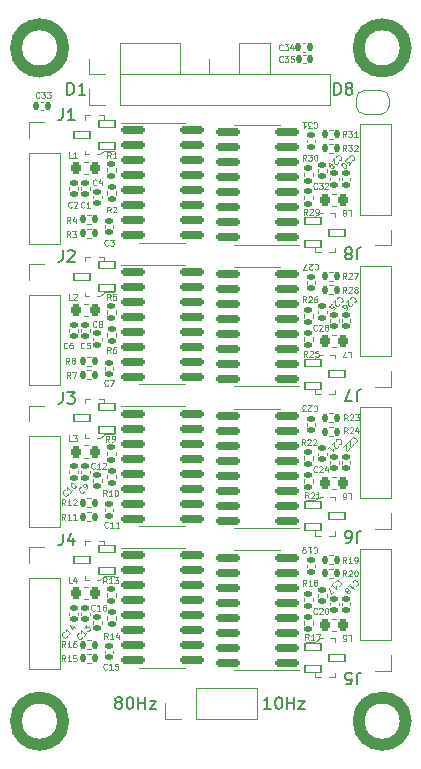
<source format=gbr>
%TF.GenerationSoftware,KiCad,Pcbnew,7.0.2-6a45011f42~172~ubuntu22.04.1*%
%TF.CreationDate,2023-05-19T09:40:27+01:00*%
%TF.ProjectId,octoHX711,6f63746f-4858-4373-9131-2e6b69636164,rev?*%
%TF.SameCoordinates,Original*%
%TF.FileFunction,Legend,Top*%
%TF.FilePolarity,Positive*%
%FSLAX46Y46*%
G04 Gerber Fmt 4.6, Leading zero omitted, Abs format (unit mm)*
G04 Created by KiCad (PCBNEW 7.0.2-6a45011f42~172~ubuntu22.04.1) date 2023-05-19 09:40:27*
%MOMM*%
%LPD*%
G01*
G04 APERTURE LIST*
G04 Aperture macros list*
%AMRoundRect*
0 Rectangle with rounded corners*
0 $1 Rounding radius*
0 $2 $3 $4 $5 $6 $7 $8 $9 X,Y pos of 4 corners*
0 Add a 4 corners polygon primitive as box body*
4,1,4,$2,$3,$4,$5,$6,$7,$8,$9,$2,$3,0*
0 Add four circle primitives for the rounded corners*
1,1,$1+$1,$2,$3*
1,1,$1+$1,$4,$5*
1,1,$1+$1,$6,$7*
1,1,$1+$1,$8,$9*
0 Add four rect primitives between the rounded corners*
20,1,$1+$1,$2,$3,$4,$5,0*
20,1,$1+$1,$4,$5,$6,$7,0*
20,1,$1+$1,$6,$7,$8,$9,0*
20,1,$1+$1,$8,$9,$2,$3,0*%
%AMFreePoly0*
4,1,19,0.500000,-0.750000,0.000000,-0.750000,0.000000,-0.744911,-0.071157,-0.744911,-0.207708,-0.704816,-0.327430,-0.627875,-0.420627,-0.520320,-0.479746,-0.390866,-0.500000,-0.250000,-0.500000,0.250000,-0.479746,0.390866,-0.420627,0.520320,-0.327430,0.627875,-0.207708,0.704816,-0.071157,0.744911,0.000000,0.744911,0.000000,0.750000,0.500000,0.750000,0.500000,-0.750000,0.500000,-0.750000,
$1*%
%AMFreePoly1*
4,1,19,0.000000,0.744911,0.071157,0.744911,0.207708,0.704816,0.327430,0.627875,0.420627,0.520320,0.479746,0.390866,0.500000,0.250000,0.500000,-0.250000,0.479746,-0.390866,0.420627,-0.520320,0.327430,-0.627875,0.207708,-0.704816,0.071157,-0.744911,0.000000,-0.744911,0.000000,-0.750000,-0.500000,-0.750000,-0.500000,0.750000,0.000000,0.750000,0.000000,0.744911,0.000000,0.744911,
$1*%
G04 Aperture macros list end*
%ADD10C,1.000000*%
%ADD11C,0.200000*%
%ADD12C,0.125000*%
%ADD13C,0.120000*%
%ADD14C,0.100000*%
%ADD15RoundRect,0.135000X-0.135000X-0.185000X0.135000X-0.185000X0.135000X0.185000X-0.135000X0.185000X0*%
%ADD16R,1.700000X1.700000*%
%ADD17O,1.700000X1.700000*%
%ADD18RoundRect,0.135000X0.185000X-0.135000X0.185000X0.135000X-0.185000X0.135000X-0.185000X-0.135000X0*%
%ADD19RoundRect,0.070000X-0.650000X-0.300000X0.650000X-0.300000X0.650000X0.300000X-0.650000X0.300000X0*%
%ADD20RoundRect,0.218750X0.218750X0.256250X-0.218750X0.256250X-0.218750X-0.256250X0.218750X-0.256250X0*%
%ADD21RoundRect,0.150000X0.850000X0.150000X-0.850000X0.150000X-0.850000X-0.150000X0.850000X-0.150000X0*%
%ADD22RoundRect,0.140000X-0.170000X0.140000X-0.170000X-0.140000X0.170000X-0.140000X0.170000X0.140000X0*%
%ADD23RoundRect,0.070000X0.650000X0.300000X-0.650000X0.300000X-0.650000X-0.300000X0.650000X-0.300000X0*%
%ADD24RoundRect,0.135000X-0.185000X0.135000X-0.185000X-0.135000X0.185000X-0.135000X0.185000X0.135000X0*%
%ADD25RoundRect,0.218750X-0.218750X-0.256250X0.218750X-0.256250X0.218750X0.256250X-0.218750X0.256250X0*%
%ADD26RoundRect,0.140000X0.170000X-0.140000X0.170000X0.140000X-0.170000X0.140000X-0.170000X-0.140000X0*%
%ADD27RoundRect,0.150000X-0.850000X-0.150000X0.850000X-0.150000X0.850000X0.150000X-0.850000X0.150000X0*%
%ADD28RoundRect,0.135000X0.135000X0.185000X-0.135000X0.185000X-0.135000X-0.185000X0.135000X-0.185000X0*%
%ADD29RoundRect,0.140000X-0.140000X-0.170000X0.140000X-0.170000X0.140000X0.170000X-0.140000X0.170000X0*%
%ADD30FreePoly0,0.000000*%
%ADD31FreePoly1,0.000000*%
G04 APERTURE END LIST*
D10*
X128500000Y-66500000D02*
G75*
G03*
X128500000Y-66500000I-2000000J0D01*
G01*
X128500000Y-123500000D02*
G75*
G03*
X128500000Y-123500000I-2000000J0D01*
G01*
X157500000Y-66500000D02*
G75*
G03*
X157500000Y-66500000I-2000000J0D01*
G01*
X157500000Y-123500000D02*
G75*
G03*
X157500000Y-123500000I-2000000J0D01*
G01*
D11*
X151461905Y-70462619D02*
X151461905Y-69462619D01*
X151461905Y-69462619D02*
X151700000Y-69462619D01*
X151700000Y-69462619D02*
X151842857Y-69510238D01*
X151842857Y-69510238D02*
X151938095Y-69605476D01*
X151938095Y-69605476D02*
X151985714Y-69700714D01*
X151985714Y-69700714D02*
X152033333Y-69891190D01*
X152033333Y-69891190D02*
X152033333Y-70034047D01*
X152033333Y-70034047D02*
X151985714Y-70224523D01*
X151985714Y-70224523D02*
X151938095Y-70319761D01*
X151938095Y-70319761D02*
X151842857Y-70415000D01*
X151842857Y-70415000D02*
X151700000Y-70462619D01*
X151700000Y-70462619D02*
X151461905Y-70462619D01*
X152604762Y-69891190D02*
X152509524Y-69843571D01*
X152509524Y-69843571D02*
X152461905Y-69795952D01*
X152461905Y-69795952D02*
X152414286Y-69700714D01*
X152414286Y-69700714D02*
X152414286Y-69653095D01*
X152414286Y-69653095D02*
X152461905Y-69557857D01*
X152461905Y-69557857D02*
X152509524Y-69510238D01*
X152509524Y-69510238D02*
X152604762Y-69462619D01*
X152604762Y-69462619D02*
X152795238Y-69462619D01*
X152795238Y-69462619D02*
X152890476Y-69510238D01*
X152890476Y-69510238D02*
X152938095Y-69557857D01*
X152938095Y-69557857D02*
X152985714Y-69653095D01*
X152985714Y-69653095D02*
X152985714Y-69700714D01*
X152985714Y-69700714D02*
X152938095Y-69795952D01*
X152938095Y-69795952D02*
X152890476Y-69843571D01*
X152890476Y-69843571D02*
X152795238Y-69891190D01*
X152795238Y-69891190D02*
X152604762Y-69891190D01*
X152604762Y-69891190D02*
X152509524Y-69938809D01*
X152509524Y-69938809D02*
X152461905Y-69986428D01*
X152461905Y-69986428D02*
X152414286Y-70081666D01*
X152414286Y-70081666D02*
X152414286Y-70272142D01*
X152414286Y-70272142D02*
X152461905Y-70367380D01*
X152461905Y-70367380D02*
X152509524Y-70415000D01*
X152509524Y-70415000D02*
X152604762Y-70462619D01*
X152604762Y-70462619D02*
X152795238Y-70462619D01*
X152795238Y-70462619D02*
X152890476Y-70415000D01*
X152890476Y-70415000D02*
X152938095Y-70367380D01*
X152938095Y-70367380D02*
X152985714Y-70272142D01*
X152985714Y-70272142D02*
X152985714Y-70081666D01*
X152985714Y-70081666D02*
X152938095Y-69986428D01*
X152938095Y-69986428D02*
X152890476Y-69938809D01*
X152890476Y-69938809D02*
X152795238Y-69891190D01*
X128861905Y-70462619D02*
X128861905Y-69462619D01*
X128861905Y-69462619D02*
X129100000Y-69462619D01*
X129100000Y-69462619D02*
X129242857Y-69510238D01*
X129242857Y-69510238D02*
X129338095Y-69605476D01*
X129338095Y-69605476D02*
X129385714Y-69700714D01*
X129385714Y-69700714D02*
X129433333Y-69891190D01*
X129433333Y-69891190D02*
X129433333Y-70034047D01*
X129433333Y-70034047D02*
X129385714Y-70224523D01*
X129385714Y-70224523D02*
X129338095Y-70319761D01*
X129338095Y-70319761D02*
X129242857Y-70415000D01*
X129242857Y-70415000D02*
X129100000Y-70462619D01*
X129100000Y-70462619D02*
X128861905Y-70462619D01*
X130385714Y-70462619D02*
X129814286Y-70462619D01*
X130100000Y-70462619D02*
X130100000Y-69462619D01*
X130100000Y-69462619D02*
X130004762Y-69605476D01*
X130004762Y-69605476D02*
X129909524Y-69700714D01*
X129909524Y-69700714D02*
X129814286Y-69748333D01*
X133100000Y-121891190D02*
X133004762Y-121843571D01*
X133004762Y-121843571D02*
X132957143Y-121795952D01*
X132957143Y-121795952D02*
X132909524Y-121700714D01*
X132909524Y-121700714D02*
X132909524Y-121653095D01*
X132909524Y-121653095D02*
X132957143Y-121557857D01*
X132957143Y-121557857D02*
X133004762Y-121510238D01*
X133004762Y-121510238D02*
X133100000Y-121462619D01*
X133100000Y-121462619D02*
X133290476Y-121462619D01*
X133290476Y-121462619D02*
X133385714Y-121510238D01*
X133385714Y-121510238D02*
X133433333Y-121557857D01*
X133433333Y-121557857D02*
X133480952Y-121653095D01*
X133480952Y-121653095D02*
X133480952Y-121700714D01*
X133480952Y-121700714D02*
X133433333Y-121795952D01*
X133433333Y-121795952D02*
X133385714Y-121843571D01*
X133385714Y-121843571D02*
X133290476Y-121891190D01*
X133290476Y-121891190D02*
X133100000Y-121891190D01*
X133100000Y-121891190D02*
X133004762Y-121938809D01*
X133004762Y-121938809D02*
X132957143Y-121986428D01*
X132957143Y-121986428D02*
X132909524Y-122081666D01*
X132909524Y-122081666D02*
X132909524Y-122272142D01*
X132909524Y-122272142D02*
X132957143Y-122367380D01*
X132957143Y-122367380D02*
X133004762Y-122415000D01*
X133004762Y-122415000D02*
X133100000Y-122462619D01*
X133100000Y-122462619D02*
X133290476Y-122462619D01*
X133290476Y-122462619D02*
X133385714Y-122415000D01*
X133385714Y-122415000D02*
X133433333Y-122367380D01*
X133433333Y-122367380D02*
X133480952Y-122272142D01*
X133480952Y-122272142D02*
X133480952Y-122081666D01*
X133480952Y-122081666D02*
X133433333Y-121986428D01*
X133433333Y-121986428D02*
X133385714Y-121938809D01*
X133385714Y-121938809D02*
X133290476Y-121891190D01*
X134100000Y-121462619D02*
X134195238Y-121462619D01*
X134195238Y-121462619D02*
X134290476Y-121510238D01*
X134290476Y-121510238D02*
X134338095Y-121557857D01*
X134338095Y-121557857D02*
X134385714Y-121653095D01*
X134385714Y-121653095D02*
X134433333Y-121843571D01*
X134433333Y-121843571D02*
X134433333Y-122081666D01*
X134433333Y-122081666D02*
X134385714Y-122272142D01*
X134385714Y-122272142D02*
X134338095Y-122367380D01*
X134338095Y-122367380D02*
X134290476Y-122415000D01*
X134290476Y-122415000D02*
X134195238Y-122462619D01*
X134195238Y-122462619D02*
X134100000Y-122462619D01*
X134100000Y-122462619D02*
X134004762Y-122415000D01*
X134004762Y-122415000D02*
X133957143Y-122367380D01*
X133957143Y-122367380D02*
X133909524Y-122272142D01*
X133909524Y-122272142D02*
X133861905Y-122081666D01*
X133861905Y-122081666D02*
X133861905Y-121843571D01*
X133861905Y-121843571D02*
X133909524Y-121653095D01*
X133909524Y-121653095D02*
X133957143Y-121557857D01*
X133957143Y-121557857D02*
X134004762Y-121510238D01*
X134004762Y-121510238D02*
X134100000Y-121462619D01*
X134861905Y-122462619D02*
X134861905Y-121462619D01*
X134861905Y-121938809D02*
X135433333Y-121938809D01*
X135433333Y-122462619D02*
X135433333Y-121462619D01*
X135814286Y-121795952D02*
X136338095Y-121795952D01*
X136338095Y-121795952D02*
X135814286Y-122462619D01*
X135814286Y-122462619D02*
X136338095Y-122462619D01*
X146080952Y-122462619D02*
X145509524Y-122462619D01*
X145795238Y-122462619D02*
X145795238Y-121462619D01*
X145795238Y-121462619D02*
X145700000Y-121605476D01*
X145700000Y-121605476D02*
X145604762Y-121700714D01*
X145604762Y-121700714D02*
X145509524Y-121748333D01*
X146700000Y-121462619D02*
X146795238Y-121462619D01*
X146795238Y-121462619D02*
X146890476Y-121510238D01*
X146890476Y-121510238D02*
X146938095Y-121557857D01*
X146938095Y-121557857D02*
X146985714Y-121653095D01*
X146985714Y-121653095D02*
X147033333Y-121843571D01*
X147033333Y-121843571D02*
X147033333Y-122081666D01*
X147033333Y-122081666D02*
X146985714Y-122272142D01*
X146985714Y-122272142D02*
X146938095Y-122367380D01*
X146938095Y-122367380D02*
X146890476Y-122415000D01*
X146890476Y-122415000D02*
X146795238Y-122462619D01*
X146795238Y-122462619D02*
X146700000Y-122462619D01*
X146700000Y-122462619D02*
X146604762Y-122415000D01*
X146604762Y-122415000D02*
X146557143Y-122367380D01*
X146557143Y-122367380D02*
X146509524Y-122272142D01*
X146509524Y-122272142D02*
X146461905Y-122081666D01*
X146461905Y-122081666D02*
X146461905Y-121843571D01*
X146461905Y-121843571D02*
X146509524Y-121653095D01*
X146509524Y-121653095D02*
X146557143Y-121557857D01*
X146557143Y-121557857D02*
X146604762Y-121510238D01*
X146604762Y-121510238D02*
X146700000Y-121462619D01*
X147461905Y-122462619D02*
X147461905Y-121462619D01*
X147461905Y-121938809D02*
X148033333Y-121938809D01*
X148033333Y-122462619D02*
X148033333Y-121462619D01*
X148414286Y-121795952D02*
X148938095Y-121795952D01*
X148938095Y-121795952D02*
X148414286Y-122462619D01*
X148414286Y-122462619D02*
X148938095Y-122462619D01*
D12*
%TO.C,R7*%
X129116666Y-94431309D02*
X128950000Y-94193214D01*
X128830952Y-94431309D02*
X128830952Y-93931309D01*
X128830952Y-93931309D02*
X129021428Y-93931309D01*
X129021428Y-93931309D02*
X129069047Y-93955119D01*
X129069047Y-93955119D02*
X129092857Y-93978928D01*
X129092857Y-93978928D02*
X129116666Y-94026547D01*
X129116666Y-94026547D02*
X129116666Y-94097976D01*
X129116666Y-94097976D02*
X129092857Y-94145595D01*
X129092857Y-94145595D02*
X129069047Y-94169404D01*
X129069047Y-94169404D02*
X129021428Y-94193214D01*
X129021428Y-94193214D02*
X128830952Y-94193214D01*
X129283333Y-93931309D02*
X129616666Y-93931309D01*
X129616666Y-93931309D02*
X129402381Y-94431309D01*
D11*
%TO.C,J1*%
X128461666Y-71617619D02*
X128461666Y-72331904D01*
X128461666Y-72331904D02*
X128414047Y-72474761D01*
X128414047Y-72474761D02*
X128318809Y-72570000D01*
X128318809Y-72570000D02*
X128175952Y-72617619D01*
X128175952Y-72617619D02*
X128080714Y-72617619D01*
X129461666Y-72617619D02*
X128890238Y-72617619D01*
X129175952Y-72617619D02*
X129175952Y-71617619D01*
X129175952Y-71617619D02*
X129080714Y-71760476D01*
X129080714Y-71760476D02*
X128985476Y-71855714D01*
X128985476Y-71855714D02*
X128890238Y-71903333D01*
D12*
%TO.C,R17*%
X149278571Y-116631309D02*
X149111905Y-116393214D01*
X148992857Y-116631309D02*
X148992857Y-116131309D01*
X148992857Y-116131309D02*
X149183333Y-116131309D01*
X149183333Y-116131309D02*
X149230952Y-116155119D01*
X149230952Y-116155119D02*
X149254762Y-116178928D01*
X149254762Y-116178928D02*
X149278571Y-116226547D01*
X149278571Y-116226547D02*
X149278571Y-116297976D01*
X149278571Y-116297976D02*
X149254762Y-116345595D01*
X149254762Y-116345595D02*
X149230952Y-116369404D01*
X149230952Y-116369404D02*
X149183333Y-116393214D01*
X149183333Y-116393214D02*
X148992857Y-116393214D01*
X149754762Y-116631309D02*
X149469048Y-116631309D01*
X149611905Y-116631309D02*
X149611905Y-116131309D01*
X149611905Y-116131309D02*
X149564286Y-116202738D01*
X149564286Y-116202738D02*
X149516667Y-116250357D01*
X149516667Y-116250357D02*
X149469048Y-116274166D01*
X149921428Y-116131309D02*
X150254761Y-116131309D01*
X150254761Y-116131309D02*
X150040476Y-116631309D01*
%TO.C,R30*%
X149078571Y-76031309D02*
X148911905Y-75793214D01*
X148792857Y-76031309D02*
X148792857Y-75531309D01*
X148792857Y-75531309D02*
X148983333Y-75531309D01*
X148983333Y-75531309D02*
X149030952Y-75555119D01*
X149030952Y-75555119D02*
X149054762Y-75578928D01*
X149054762Y-75578928D02*
X149078571Y-75626547D01*
X149078571Y-75626547D02*
X149078571Y-75697976D01*
X149078571Y-75697976D02*
X149054762Y-75745595D01*
X149054762Y-75745595D02*
X149030952Y-75769404D01*
X149030952Y-75769404D02*
X148983333Y-75793214D01*
X148983333Y-75793214D02*
X148792857Y-75793214D01*
X149245238Y-75531309D02*
X149554762Y-75531309D01*
X149554762Y-75531309D02*
X149388095Y-75721785D01*
X149388095Y-75721785D02*
X149459524Y-75721785D01*
X149459524Y-75721785D02*
X149507143Y-75745595D01*
X149507143Y-75745595D02*
X149530952Y-75769404D01*
X149530952Y-75769404D02*
X149554762Y-75817023D01*
X149554762Y-75817023D02*
X149554762Y-75936071D01*
X149554762Y-75936071D02*
X149530952Y-75983690D01*
X149530952Y-75983690D02*
X149507143Y-76007500D01*
X149507143Y-76007500D02*
X149459524Y-76031309D01*
X149459524Y-76031309D02*
X149316667Y-76031309D01*
X149316667Y-76031309D02*
X149269048Y-76007500D01*
X149269048Y-76007500D02*
X149245238Y-75983690D01*
X149864285Y-75531309D02*
X149911904Y-75531309D01*
X149911904Y-75531309D02*
X149959523Y-75555119D01*
X149959523Y-75555119D02*
X149983333Y-75578928D01*
X149983333Y-75578928D02*
X150007142Y-75626547D01*
X150007142Y-75626547D02*
X150030952Y-75721785D01*
X150030952Y-75721785D02*
X150030952Y-75840833D01*
X150030952Y-75840833D02*
X150007142Y-75936071D01*
X150007142Y-75936071D02*
X149983333Y-75983690D01*
X149983333Y-75983690D02*
X149959523Y-76007500D01*
X149959523Y-76007500D02*
X149911904Y-76031309D01*
X149911904Y-76031309D02*
X149864285Y-76031309D01*
X149864285Y-76031309D02*
X149816666Y-76007500D01*
X149816666Y-76007500D02*
X149792857Y-75983690D01*
X149792857Y-75983690D02*
X149769047Y-75936071D01*
X149769047Y-75936071D02*
X149745238Y-75840833D01*
X149745238Y-75840833D02*
X149745238Y-75721785D01*
X149745238Y-75721785D02*
X149769047Y-75626547D01*
X149769047Y-75626547D02*
X149792857Y-75578928D01*
X149792857Y-75578928D02*
X149816666Y-75555119D01*
X149816666Y-75555119D02*
X149864285Y-75531309D01*
%TO.C,L5*%
X152603332Y-116203690D02*
X152841427Y-116203690D01*
X152841427Y-116203690D02*
X152841427Y-116703690D01*
X152198570Y-116703690D02*
X152436665Y-116703690D01*
X152436665Y-116703690D02*
X152460474Y-116465595D01*
X152460474Y-116465595D02*
X152436665Y-116489404D01*
X152436665Y-116489404D02*
X152389046Y-116513214D01*
X152389046Y-116513214D02*
X152269998Y-116513214D01*
X152269998Y-116513214D02*
X152222379Y-116489404D01*
X152222379Y-116489404D02*
X152198570Y-116465595D01*
X152198570Y-116465595D02*
X152174760Y-116417976D01*
X152174760Y-116417976D02*
X152174760Y-116298928D01*
X152174760Y-116298928D02*
X152198570Y-116251309D01*
X152198570Y-116251309D02*
X152222379Y-116227500D01*
X152222379Y-116227500D02*
X152269998Y-116203690D01*
X152269998Y-116203690D02*
X152389046Y-116203690D01*
X152389046Y-116203690D02*
X152436665Y-116227500D01*
X152436665Y-116227500D02*
X152460474Y-116251309D01*
%TO.C,C14*%
X128822604Y-116257172D02*
X128822604Y-116290844D01*
X128822604Y-116290844D02*
X128788933Y-116358188D01*
X128788933Y-116358188D02*
X128755261Y-116391859D01*
X128755261Y-116391859D02*
X128687917Y-116425531D01*
X128687917Y-116425531D02*
X128620574Y-116425531D01*
X128620574Y-116425531D02*
X128570066Y-116408695D01*
X128570066Y-116408695D02*
X128485887Y-116358188D01*
X128485887Y-116358188D02*
X128435379Y-116307680D01*
X128435379Y-116307680D02*
X128384872Y-116223501D01*
X128384872Y-116223501D02*
X128368036Y-116172993D01*
X128368036Y-116172993D02*
X128368036Y-116105649D01*
X128368036Y-116105649D02*
X128401707Y-116038306D01*
X128401707Y-116038306D02*
X128435379Y-116004634D01*
X128435379Y-116004634D02*
X128502723Y-115970962D01*
X128502723Y-115970962D02*
X128536394Y-115970962D01*
X129192994Y-115954127D02*
X128990963Y-116156157D01*
X129091978Y-116055142D02*
X128738425Y-115701588D01*
X128738425Y-115701588D02*
X128755261Y-115785768D01*
X128755261Y-115785768D02*
X128755261Y-115853111D01*
X128755261Y-115853111D02*
X128738425Y-115903619D01*
X129260337Y-115415379D02*
X129496039Y-115651081D01*
X129041470Y-115364871D02*
X129209829Y-115701589D01*
X129209829Y-115701589D02*
X129428695Y-115482722D01*
%TO.C,R22*%
X148978571Y-100131309D02*
X148811905Y-99893214D01*
X148692857Y-100131309D02*
X148692857Y-99631309D01*
X148692857Y-99631309D02*
X148883333Y-99631309D01*
X148883333Y-99631309D02*
X148930952Y-99655119D01*
X148930952Y-99655119D02*
X148954762Y-99678928D01*
X148954762Y-99678928D02*
X148978571Y-99726547D01*
X148978571Y-99726547D02*
X148978571Y-99797976D01*
X148978571Y-99797976D02*
X148954762Y-99845595D01*
X148954762Y-99845595D02*
X148930952Y-99869404D01*
X148930952Y-99869404D02*
X148883333Y-99893214D01*
X148883333Y-99893214D02*
X148692857Y-99893214D01*
X149169048Y-99678928D02*
X149192857Y-99655119D01*
X149192857Y-99655119D02*
X149240476Y-99631309D01*
X149240476Y-99631309D02*
X149359524Y-99631309D01*
X149359524Y-99631309D02*
X149407143Y-99655119D01*
X149407143Y-99655119D02*
X149430952Y-99678928D01*
X149430952Y-99678928D02*
X149454762Y-99726547D01*
X149454762Y-99726547D02*
X149454762Y-99774166D01*
X149454762Y-99774166D02*
X149430952Y-99845595D01*
X149430952Y-99845595D02*
X149145238Y-100131309D01*
X149145238Y-100131309D02*
X149454762Y-100131309D01*
X149645238Y-99678928D02*
X149669047Y-99655119D01*
X149669047Y-99655119D02*
X149716666Y-99631309D01*
X149716666Y-99631309D02*
X149835714Y-99631309D01*
X149835714Y-99631309D02*
X149883333Y-99655119D01*
X149883333Y-99655119D02*
X149907142Y-99678928D01*
X149907142Y-99678928D02*
X149930952Y-99726547D01*
X149930952Y-99726547D02*
X149930952Y-99774166D01*
X149930952Y-99774166D02*
X149907142Y-99845595D01*
X149907142Y-99845595D02*
X149621428Y-100131309D01*
X149621428Y-100131309D02*
X149930952Y-100131309D01*
%TO.C,R1*%
X132516666Y-75831309D02*
X132350000Y-75593214D01*
X132230952Y-75831309D02*
X132230952Y-75331309D01*
X132230952Y-75331309D02*
X132421428Y-75331309D01*
X132421428Y-75331309D02*
X132469047Y-75355119D01*
X132469047Y-75355119D02*
X132492857Y-75378928D01*
X132492857Y-75378928D02*
X132516666Y-75426547D01*
X132516666Y-75426547D02*
X132516666Y-75497976D01*
X132516666Y-75497976D02*
X132492857Y-75545595D01*
X132492857Y-75545595D02*
X132469047Y-75569404D01*
X132469047Y-75569404D02*
X132421428Y-75593214D01*
X132421428Y-75593214D02*
X132230952Y-75593214D01*
X132992857Y-75831309D02*
X132707143Y-75831309D01*
X132850000Y-75831309D02*
X132850000Y-75331309D01*
X132850000Y-75331309D02*
X132802381Y-75402738D01*
X132802381Y-75402738D02*
X132754762Y-75450357D01*
X132754762Y-75450357D02*
X132707143Y-75474166D01*
D11*
%TO.C,J4*%
X128461666Y-107617619D02*
X128461666Y-108331904D01*
X128461666Y-108331904D02*
X128414047Y-108474761D01*
X128414047Y-108474761D02*
X128318809Y-108570000D01*
X128318809Y-108570000D02*
X128175952Y-108617619D01*
X128175952Y-108617619D02*
X128080714Y-108617619D01*
X129366428Y-107950952D02*
X129366428Y-108617619D01*
X129128333Y-107570000D02*
X128890238Y-108284285D01*
X128890238Y-108284285D02*
X129509285Y-108284285D01*
%TO.C,J5*%
X153368333Y-120387379D02*
X153368333Y-119673094D01*
X153368333Y-119673094D02*
X153415952Y-119530237D01*
X153415952Y-119530237D02*
X153511190Y-119434999D01*
X153511190Y-119434999D02*
X153654047Y-119387379D01*
X153654047Y-119387379D02*
X153749285Y-119387379D01*
X152415952Y-120387379D02*
X152892142Y-120387379D01*
X152892142Y-120387379D02*
X152939761Y-119911189D01*
X152939761Y-119911189D02*
X152892142Y-119958808D01*
X152892142Y-119958808D02*
X152796904Y-120006427D01*
X152796904Y-120006427D02*
X152558809Y-120006427D01*
X152558809Y-120006427D02*
X152463571Y-119958808D01*
X152463571Y-119958808D02*
X152415952Y-119911189D01*
X152415952Y-119911189D02*
X152368333Y-119815951D01*
X152368333Y-119815951D02*
X152368333Y-119577856D01*
X152368333Y-119577856D02*
X152415952Y-119482618D01*
X152415952Y-119482618D02*
X152463571Y-119434999D01*
X152463571Y-119434999D02*
X152558809Y-119387379D01*
X152558809Y-119387379D02*
X152796904Y-119387379D01*
X152796904Y-119387379D02*
X152892142Y-119434999D01*
X152892142Y-119434999D02*
X152939761Y-119482618D01*
D12*
%TO.C,L2*%
X129226666Y-87801309D02*
X128988571Y-87801309D01*
X128988571Y-87801309D02*
X128988571Y-87301309D01*
X129369524Y-87348928D02*
X129393333Y-87325119D01*
X129393333Y-87325119D02*
X129440952Y-87301309D01*
X129440952Y-87301309D02*
X129560000Y-87301309D01*
X129560000Y-87301309D02*
X129607619Y-87325119D01*
X129607619Y-87325119D02*
X129631428Y-87348928D01*
X129631428Y-87348928D02*
X129655238Y-87396547D01*
X129655238Y-87396547D02*
X129655238Y-87444166D01*
X129655238Y-87444166D02*
X129631428Y-87515595D01*
X129631428Y-87515595D02*
X129345714Y-87801309D01*
X129345714Y-87801309D02*
X129655238Y-87801309D01*
%TO.C,C8*%
X131316666Y-90083690D02*
X131292857Y-90107500D01*
X131292857Y-90107500D02*
X131221428Y-90131309D01*
X131221428Y-90131309D02*
X131173809Y-90131309D01*
X131173809Y-90131309D02*
X131102381Y-90107500D01*
X131102381Y-90107500D02*
X131054762Y-90059880D01*
X131054762Y-90059880D02*
X131030952Y-90012261D01*
X131030952Y-90012261D02*
X131007143Y-89917023D01*
X131007143Y-89917023D02*
X131007143Y-89845595D01*
X131007143Y-89845595D02*
X131030952Y-89750357D01*
X131030952Y-89750357D02*
X131054762Y-89702738D01*
X131054762Y-89702738D02*
X131102381Y-89655119D01*
X131102381Y-89655119D02*
X131173809Y-89631309D01*
X131173809Y-89631309D02*
X131221428Y-89631309D01*
X131221428Y-89631309D02*
X131292857Y-89655119D01*
X131292857Y-89655119D02*
X131316666Y-89678928D01*
X131602381Y-89845595D02*
X131554762Y-89821785D01*
X131554762Y-89821785D02*
X131530952Y-89797976D01*
X131530952Y-89797976D02*
X131507143Y-89750357D01*
X131507143Y-89750357D02*
X131507143Y-89726547D01*
X131507143Y-89726547D02*
X131530952Y-89678928D01*
X131530952Y-89678928D02*
X131554762Y-89655119D01*
X131554762Y-89655119D02*
X131602381Y-89631309D01*
X131602381Y-89631309D02*
X131697619Y-89631309D01*
X131697619Y-89631309D02*
X131745238Y-89655119D01*
X131745238Y-89655119D02*
X131769047Y-89678928D01*
X131769047Y-89678928D02*
X131792857Y-89726547D01*
X131792857Y-89726547D02*
X131792857Y-89750357D01*
X131792857Y-89750357D02*
X131769047Y-89797976D01*
X131769047Y-89797976D02*
X131745238Y-89821785D01*
X131745238Y-89821785D02*
X131697619Y-89845595D01*
X131697619Y-89845595D02*
X131602381Y-89845595D01*
X131602381Y-89845595D02*
X131554762Y-89869404D01*
X131554762Y-89869404D02*
X131530952Y-89893214D01*
X131530952Y-89893214D02*
X131507143Y-89940833D01*
X131507143Y-89940833D02*
X131507143Y-90036071D01*
X131507143Y-90036071D02*
X131530952Y-90083690D01*
X131530952Y-90083690D02*
X131554762Y-90107500D01*
X131554762Y-90107500D02*
X131602381Y-90131309D01*
X131602381Y-90131309D02*
X131697619Y-90131309D01*
X131697619Y-90131309D02*
X131745238Y-90107500D01*
X131745238Y-90107500D02*
X131769047Y-90083690D01*
X131769047Y-90083690D02*
X131792857Y-90036071D01*
X131792857Y-90036071D02*
X131792857Y-89940833D01*
X131792857Y-89940833D02*
X131769047Y-89893214D01*
X131769047Y-89893214D02*
X131745238Y-89869404D01*
X131745238Y-89869404D02*
X131697619Y-89845595D01*
%TO.C,C2*%
X129216666Y-79983690D02*
X129192857Y-80007500D01*
X129192857Y-80007500D02*
X129121428Y-80031309D01*
X129121428Y-80031309D02*
X129073809Y-80031309D01*
X129073809Y-80031309D02*
X129002381Y-80007500D01*
X129002381Y-80007500D02*
X128954762Y-79959880D01*
X128954762Y-79959880D02*
X128930952Y-79912261D01*
X128930952Y-79912261D02*
X128907143Y-79817023D01*
X128907143Y-79817023D02*
X128907143Y-79745595D01*
X128907143Y-79745595D02*
X128930952Y-79650357D01*
X128930952Y-79650357D02*
X128954762Y-79602738D01*
X128954762Y-79602738D02*
X129002381Y-79555119D01*
X129002381Y-79555119D02*
X129073809Y-79531309D01*
X129073809Y-79531309D02*
X129121428Y-79531309D01*
X129121428Y-79531309D02*
X129192857Y-79555119D01*
X129192857Y-79555119D02*
X129216666Y-79578928D01*
X129407143Y-79578928D02*
X129430952Y-79555119D01*
X129430952Y-79555119D02*
X129478571Y-79531309D01*
X129478571Y-79531309D02*
X129597619Y-79531309D01*
X129597619Y-79531309D02*
X129645238Y-79555119D01*
X129645238Y-79555119D02*
X129669047Y-79578928D01*
X129669047Y-79578928D02*
X129692857Y-79626547D01*
X129692857Y-79626547D02*
X129692857Y-79674166D01*
X129692857Y-79674166D02*
X129669047Y-79745595D01*
X129669047Y-79745595D02*
X129383333Y-80031309D01*
X129383333Y-80031309D02*
X129692857Y-80031309D01*
%TO.C,R9*%
X132416666Y-99831309D02*
X132250000Y-99593214D01*
X132130952Y-99831309D02*
X132130952Y-99331309D01*
X132130952Y-99331309D02*
X132321428Y-99331309D01*
X132321428Y-99331309D02*
X132369047Y-99355119D01*
X132369047Y-99355119D02*
X132392857Y-99378928D01*
X132392857Y-99378928D02*
X132416666Y-99426547D01*
X132416666Y-99426547D02*
X132416666Y-99497976D01*
X132416666Y-99497976D02*
X132392857Y-99545595D01*
X132392857Y-99545595D02*
X132369047Y-99569404D01*
X132369047Y-99569404D02*
X132321428Y-99593214D01*
X132321428Y-99593214D02*
X132130952Y-99593214D01*
X132654762Y-99831309D02*
X132750000Y-99831309D01*
X132750000Y-99831309D02*
X132797619Y-99807500D01*
X132797619Y-99807500D02*
X132821428Y-99783690D01*
X132821428Y-99783690D02*
X132869047Y-99712261D01*
X132869047Y-99712261D02*
X132892857Y-99617023D01*
X132892857Y-99617023D02*
X132892857Y-99426547D01*
X132892857Y-99426547D02*
X132869047Y-99378928D01*
X132869047Y-99378928D02*
X132845238Y-99355119D01*
X132845238Y-99355119D02*
X132797619Y-99331309D01*
X132797619Y-99331309D02*
X132702381Y-99331309D01*
X132702381Y-99331309D02*
X132654762Y-99355119D01*
X132654762Y-99355119D02*
X132630952Y-99378928D01*
X132630952Y-99378928D02*
X132607143Y-99426547D01*
X132607143Y-99426547D02*
X132607143Y-99545595D01*
X132607143Y-99545595D02*
X132630952Y-99593214D01*
X132630952Y-99593214D02*
X132654762Y-99617023D01*
X132654762Y-99617023D02*
X132702381Y-99640833D01*
X132702381Y-99640833D02*
X132797619Y-99640833D01*
X132797619Y-99640833D02*
X132845238Y-99617023D01*
X132845238Y-99617023D02*
X132869047Y-99593214D01*
X132869047Y-99593214D02*
X132892857Y-99545595D01*
%TO.C,C12*%
X131178571Y-102083690D02*
X131154762Y-102107500D01*
X131154762Y-102107500D02*
X131083333Y-102131309D01*
X131083333Y-102131309D02*
X131035714Y-102131309D01*
X131035714Y-102131309D02*
X130964286Y-102107500D01*
X130964286Y-102107500D02*
X130916667Y-102059880D01*
X130916667Y-102059880D02*
X130892857Y-102012261D01*
X130892857Y-102012261D02*
X130869048Y-101917023D01*
X130869048Y-101917023D02*
X130869048Y-101845595D01*
X130869048Y-101845595D02*
X130892857Y-101750357D01*
X130892857Y-101750357D02*
X130916667Y-101702738D01*
X130916667Y-101702738D02*
X130964286Y-101655119D01*
X130964286Y-101655119D02*
X131035714Y-101631309D01*
X131035714Y-101631309D02*
X131083333Y-101631309D01*
X131083333Y-101631309D02*
X131154762Y-101655119D01*
X131154762Y-101655119D02*
X131178571Y-101678928D01*
X131654762Y-102131309D02*
X131369048Y-102131309D01*
X131511905Y-102131309D02*
X131511905Y-101631309D01*
X131511905Y-101631309D02*
X131464286Y-101702738D01*
X131464286Y-101702738D02*
X131416667Y-101750357D01*
X131416667Y-101750357D02*
X131369048Y-101774166D01*
X131845238Y-101678928D02*
X131869047Y-101655119D01*
X131869047Y-101655119D02*
X131916666Y-101631309D01*
X131916666Y-101631309D02*
X132035714Y-101631309D01*
X132035714Y-101631309D02*
X132083333Y-101655119D01*
X132083333Y-101655119D02*
X132107142Y-101678928D01*
X132107142Y-101678928D02*
X132130952Y-101726547D01*
X132130952Y-101726547D02*
X132130952Y-101774166D01*
X132130952Y-101774166D02*
X132107142Y-101845595D01*
X132107142Y-101845595D02*
X131821428Y-102131309D01*
X131821428Y-102131309D02*
X132130952Y-102131309D01*
%TO.C,C15*%
X132204761Y-119083690D02*
X132180952Y-119107500D01*
X132180952Y-119107500D02*
X132109523Y-119131309D01*
X132109523Y-119131309D02*
X132061904Y-119131309D01*
X132061904Y-119131309D02*
X131990476Y-119107500D01*
X131990476Y-119107500D02*
X131942857Y-119059880D01*
X131942857Y-119059880D02*
X131919047Y-119012261D01*
X131919047Y-119012261D02*
X131895238Y-118917023D01*
X131895238Y-118917023D02*
X131895238Y-118845595D01*
X131895238Y-118845595D02*
X131919047Y-118750357D01*
X131919047Y-118750357D02*
X131942857Y-118702738D01*
X131942857Y-118702738D02*
X131990476Y-118655119D01*
X131990476Y-118655119D02*
X132061904Y-118631309D01*
X132061904Y-118631309D02*
X132109523Y-118631309D01*
X132109523Y-118631309D02*
X132180952Y-118655119D01*
X132180952Y-118655119D02*
X132204761Y-118678928D01*
X132680952Y-119131309D02*
X132395238Y-119131309D01*
X132538095Y-119131309D02*
X132538095Y-118631309D01*
X132538095Y-118631309D02*
X132490476Y-118702738D01*
X132490476Y-118702738D02*
X132442857Y-118750357D01*
X132442857Y-118750357D02*
X132395238Y-118774166D01*
X133133332Y-118631309D02*
X132895237Y-118631309D01*
X132895237Y-118631309D02*
X132871428Y-118869404D01*
X132871428Y-118869404D02*
X132895237Y-118845595D01*
X132895237Y-118845595D02*
X132942856Y-118821785D01*
X132942856Y-118821785D02*
X133061904Y-118821785D01*
X133061904Y-118821785D02*
X133109523Y-118845595D01*
X133109523Y-118845595D02*
X133133332Y-118869404D01*
X133133332Y-118869404D02*
X133157142Y-118917023D01*
X133157142Y-118917023D02*
X133157142Y-119036071D01*
X133157142Y-119036071D02*
X133133332Y-119083690D01*
X133133332Y-119083690D02*
X133109523Y-119107500D01*
X133109523Y-119107500D02*
X133061904Y-119131309D01*
X133061904Y-119131309D02*
X132942856Y-119131309D01*
X132942856Y-119131309D02*
X132895237Y-119107500D01*
X132895237Y-119107500D02*
X132871428Y-119083690D01*
%TO.C,R13*%
X132178571Y-111831309D02*
X132011905Y-111593214D01*
X131892857Y-111831309D02*
X131892857Y-111331309D01*
X131892857Y-111331309D02*
X132083333Y-111331309D01*
X132083333Y-111331309D02*
X132130952Y-111355119D01*
X132130952Y-111355119D02*
X132154762Y-111378928D01*
X132154762Y-111378928D02*
X132178571Y-111426547D01*
X132178571Y-111426547D02*
X132178571Y-111497976D01*
X132178571Y-111497976D02*
X132154762Y-111545595D01*
X132154762Y-111545595D02*
X132130952Y-111569404D01*
X132130952Y-111569404D02*
X132083333Y-111593214D01*
X132083333Y-111593214D02*
X131892857Y-111593214D01*
X132654762Y-111831309D02*
X132369048Y-111831309D01*
X132511905Y-111831309D02*
X132511905Y-111331309D01*
X132511905Y-111331309D02*
X132464286Y-111402738D01*
X132464286Y-111402738D02*
X132416667Y-111450357D01*
X132416667Y-111450357D02*
X132369048Y-111474166D01*
X132821428Y-111331309D02*
X133130952Y-111331309D01*
X133130952Y-111331309D02*
X132964285Y-111521785D01*
X132964285Y-111521785D02*
X133035714Y-111521785D01*
X133035714Y-111521785D02*
X133083333Y-111545595D01*
X133083333Y-111545595D02*
X133107142Y-111569404D01*
X133107142Y-111569404D02*
X133130952Y-111617023D01*
X133130952Y-111617023D02*
X133130952Y-111736071D01*
X133130952Y-111736071D02*
X133107142Y-111783690D01*
X133107142Y-111783690D02*
X133083333Y-111807500D01*
X133083333Y-111807500D02*
X133035714Y-111831309D01*
X133035714Y-111831309D02*
X132892857Y-111831309D01*
X132892857Y-111831309D02*
X132845238Y-111807500D01*
X132845238Y-111807500D02*
X132821428Y-111783690D01*
%TO.C,R12*%
X128678571Y-105231309D02*
X128511905Y-104993214D01*
X128392857Y-105231309D02*
X128392857Y-104731309D01*
X128392857Y-104731309D02*
X128583333Y-104731309D01*
X128583333Y-104731309D02*
X128630952Y-104755119D01*
X128630952Y-104755119D02*
X128654762Y-104778928D01*
X128654762Y-104778928D02*
X128678571Y-104826547D01*
X128678571Y-104826547D02*
X128678571Y-104897976D01*
X128678571Y-104897976D02*
X128654762Y-104945595D01*
X128654762Y-104945595D02*
X128630952Y-104969404D01*
X128630952Y-104969404D02*
X128583333Y-104993214D01*
X128583333Y-104993214D02*
X128392857Y-104993214D01*
X129154762Y-105231309D02*
X128869048Y-105231309D01*
X129011905Y-105231309D02*
X129011905Y-104731309D01*
X129011905Y-104731309D02*
X128964286Y-104802738D01*
X128964286Y-104802738D02*
X128916667Y-104850357D01*
X128916667Y-104850357D02*
X128869048Y-104874166D01*
X129345238Y-104778928D02*
X129369047Y-104755119D01*
X129369047Y-104755119D02*
X129416666Y-104731309D01*
X129416666Y-104731309D02*
X129535714Y-104731309D01*
X129535714Y-104731309D02*
X129583333Y-104755119D01*
X129583333Y-104755119D02*
X129607142Y-104778928D01*
X129607142Y-104778928D02*
X129630952Y-104826547D01*
X129630952Y-104826547D02*
X129630952Y-104874166D01*
X129630952Y-104874166D02*
X129607142Y-104945595D01*
X129607142Y-104945595D02*
X129321428Y-105231309D01*
X129321428Y-105231309D02*
X129630952Y-105231309D01*
D11*
%TO.C,J2*%
X128461666Y-83617619D02*
X128461666Y-84331904D01*
X128461666Y-84331904D02*
X128414047Y-84474761D01*
X128414047Y-84474761D02*
X128318809Y-84570000D01*
X128318809Y-84570000D02*
X128175952Y-84617619D01*
X128175952Y-84617619D02*
X128080714Y-84617619D01*
X128890238Y-83712857D02*
X128937857Y-83665238D01*
X128937857Y-83665238D02*
X129033095Y-83617619D01*
X129033095Y-83617619D02*
X129271190Y-83617619D01*
X129271190Y-83617619D02*
X129366428Y-83665238D01*
X129366428Y-83665238D02*
X129414047Y-83712857D01*
X129414047Y-83712857D02*
X129461666Y-83808095D01*
X129461666Y-83808095D02*
X129461666Y-83903333D01*
X129461666Y-83903333D02*
X129414047Y-84046190D01*
X129414047Y-84046190D02*
X128842619Y-84617619D01*
X128842619Y-84617619D02*
X129461666Y-84617619D01*
D12*
%TO.C,C31*%
X149695238Y-72816309D02*
X149719047Y-72792500D01*
X149719047Y-72792500D02*
X149790476Y-72768690D01*
X149790476Y-72768690D02*
X149838095Y-72768690D01*
X149838095Y-72768690D02*
X149909523Y-72792500D01*
X149909523Y-72792500D02*
X149957142Y-72840119D01*
X149957142Y-72840119D02*
X149980952Y-72887738D01*
X149980952Y-72887738D02*
X150004761Y-72982976D01*
X150004761Y-72982976D02*
X150004761Y-73054404D01*
X150004761Y-73054404D02*
X149980952Y-73149642D01*
X149980952Y-73149642D02*
X149957142Y-73197261D01*
X149957142Y-73197261D02*
X149909523Y-73244880D01*
X149909523Y-73244880D02*
X149838095Y-73268690D01*
X149838095Y-73268690D02*
X149790476Y-73268690D01*
X149790476Y-73268690D02*
X149719047Y-73244880D01*
X149719047Y-73244880D02*
X149695238Y-73221071D01*
X149528571Y-73268690D02*
X149219047Y-73268690D01*
X149219047Y-73268690D02*
X149385714Y-73078214D01*
X149385714Y-73078214D02*
X149314285Y-73078214D01*
X149314285Y-73078214D02*
X149266666Y-73054404D01*
X149266666Y-73054404D02*
X149242857Y-73030595D01*
X149242857Y-73030595D02*
X149219047Y-72982976D01*
X149219047Y-72982976D02*
X149219047Y-72863928D01*
X149219047Y-72863928D02*
X149242857Y-72816309D01*
X149242857Y-72816309D02*
X149266666Y-72792500D01*
X149266666Y-72792500D02*
X149314285Y-72768690D01*
X149314285Y-72768690D02*
X149457142Y-72768690D01*
X149457142Y-72768690D02*
X149504761Y-72792500D01*
X149504761Y-72792500D02*
X149528571Y-72816309D01*
X148742857Y-72768690D02*
X149028571Y-72768690D01*
X148885714Y-72768690D02*
X148885714Y-73268690D01*
X148885714Y-73268690D02*
X148933333Y-73197261D01*
X148933333Y-73197261D02*
X148980952Y-73149642D01*
X148980952Y-73149642D02*
X149028571Y-73125833D01*
%TO.C,C5*%
X130296666Y-91893690D02*
X130272857Y-91917500D01*
X130272857Y-91917500D02*
X130201428Y-91941309D01*
X130201428Y-91941309D02*
X130153809Y-91941309D01*
X130153809Y-91941309D02*
X130082381Y-91917500D01*
X130082381Y-91917500D02*
X130034762Y-91869880D01*
X130034762Y-91869880D02*
X130010952Y-91822261D01*
X130010952Y-91822261D02*
X129987143Y-91727023D01*
X129987143Y-91727023D02*
X129987143Y-91655595D01*
X129987143Y-91655595D02*
X130010952Y-91560357D01*
X130010952Y-91560357D02*
X130034762Y-91512738D01*
X130034762Y-91512738D02*
X130082381Y-91465119D01*
X130082381Y-91465119D02*
X130153809Y-91441309D01*
X130153809Y-91441309D02*
X130201428Y-91441309D01*
X130201428Y-91441309D02*
X130272857Y-91465119D01*
X130272857Y-91465119D02*
X130296666Y-91488928D01*
X130749047Y-91441309D02*
X130510952Y-91441309D01*
X130510952Y-91441309D02*
X130487143Y-91679404D01*
X130487143Y-91679404D02*
X130510952Y-91655595D01*
X130510952Y-91655595D02*
X130558571Y-91631785D01*
X130558571Y-91631785D02*
X130677619Y-91631785D01*
X130677619Y-91631785D02*
X130725238Y-91655595D01*
X130725238Y-91655595D02*
X130749047Y-91679404D01*
X130749047Y-91679404D02*
X130772857Y-91727023D01*
X130772857Y-91727023D02*
X130772857Y-91846071D01*
X130772857Y-91846071D02*
X130749047Y-91893690D01*
X130749047Y-91893690D02*
X130725238Y-91917500D01*
X130725238Y-91917500D02*
X130677619Y-91941309D01*
X130677619Y-91941309D02*
X130558571Y-91941309D01*
X130558571Y-91941309D02*
X130510952Y-91917500D01*
X130510952Y-91917500D02*
X130487143Y-91893690D01*
%TO.C,R14*%
X132278571Y-116531309D02*
X132111905Y-116293214D01*
X131992857Y-116531309D02*
X131992857Y-116031309D01*
X131992857Y-116031309D02*
X132183333Y-116031309D01*
X132183333Y-116031309D02*
X132230952Y-116055119D01*
X132230952Y-116055119D02*
X132254762Y-116078928D01*
X132254762Y-116078928D02*
X132278571Y-116126547D01*
X132278571Y-116126547D02*
X132278571Y-116197976D01*
X132278571Y-116197976D02*
X132254762Y-116245595D01*
X132254762Y-116245595D02*
X132230952Y-116269404D01*
X132230952Y-116269404D02*
X132183333Y-116293214D01*
X132183333Y-116293214D02*
X131992857Y-116293214D01*
X132754762Y-116531309D02*
X132469048Y-116531309D01*
X132611905Y-116531309D02*
X132611905Y-116031309D01*
X132611905Y-116031309D02*
X132564286Y-116102738D01*
X132564286Y-116102738D02*
X132516667Y-116150357D01*
X132516667Y-116150357D02*
X132469048Y-116174166D01*
X133183333Y-116197976D02*
X133183333Y-116531309D01*
X133064285Y-116007500D02*
X132945238Y-116364642D01*
X132945238Y-116364642D02*
X133254761Y-116364642D01*
%TO.C,R25*%
X149178571Y-92631309D02*
X149011905Y-92393214D01*
X148892857Y-92631309D02*
X148892857Y-92131309D01*
X148892857Y-92131309D02*
X149083333Y-92131309D01*
X149083333Y-92131309D02*
X149130952Y-92155119D01*
X149130952Y-92155119D02*
X149154762Y-92178928D01*
X149154762Y-92178928D02*
X149178571Y-92226547D01*
X149178571Y-92226547D02*
X149178571Y-92297976D01*
X149178571Y-92297976D02*
X149154762Y-92345595D01*
X149154762Y-92345595D02*
X149130952Y-92369404D01*
X149130952Y-92369404D02*
X149083333Y-92393214D01*
X149083333Y-92393214D02*
X148892857Y-92393214D01*
X149369048Y-92178928D02*
X149392857Y-92155119D01*
X149392857Y-92155119D02*
X149440476Y-92131309D01*
X149440476Y-92131309D02*
X149559524Y-92131309D01*
X149559524Y-92131309D02*
X149607143Y-92155119D01*
X149607143Y-92155119D02*
X149630952Y-92178928D01*
X149630952Y-92178928D02*
X149654762Y-92226547D01*
X149654762Y-92226547D02*
X149654762Y-92274166D01*
X149654762Y-92274166D02*
X149630952Y-92345595D01*
X149630952Y-92345595D02*
X149345238Y-92631309D01*
X149345238Y-92631309D02*
X149654762Y-92631309D01*
X150107142Y-92131309D02*
X149869047Y-92131309D01*
X149869047Y-92131309D02*
X149845238Y-92369404D01*
X149845238Y-92369404D02*
X149869047Y-92345595D01*
X149869047Y-92345595D02*
X149916666Y-92321785D01*
X149916666Y-92321785D02*
X150035714Y-92321785D01*
X150035714Y-92321785D02*
X150083333Y-92345595D01*
X150083333Y-92345595D02*
X150107142Y-92369404D01*
X150107142Y-92369404D02*
X150130952Y-92417023D01*
X150130952Y-92417023D02*
X150130952Y-92536071D01*
X150130952Y-92536071D02*
X150107142Y-92583690D01*
X150107142Y-92583690D02*
X150083333Y-92607500D01*
X150083333Y-92607500D02*
X150035714Y-92631309D01*
X150035714Y-92631309D02*
X149916666Y-92631309D01*
X149916666Y-92631309D02*
X149869047Y-92607500D01*
X149869047Y-92607500D02*
X149845238Y-92583690D01*
%TO.C,C11*%
X132294761Y-107063690D02*
X132270952Y-107087500D01*
X132270952Y-107087500D02*
X132199523Y-107111309D01*
X132199523Y-107111309D02*
X132151904Y-107111309D01*
X132151904Y-107111309D02*
X132080476Y-107087500D01*
X132080476Y-107087500D02*
X132032857Y-107039880D01*
X132032857Y-107039880D02*
X132009047Y-106992261D01*
X132009047Y-106992261D02*
X131985238Y-106897023D01*
X131985238Y-106897023D02*
X131985238Y-106825595D01*
X131985238Y-106825595D02*
X132009047Y-106730357D01*
X132009047Y-106730357D02*
X132032857Y-106682738D01*
X132032857Y-106682738D02*
X132080476Y-106635119D01*
X132080476Y-106635119D02*
X132151904Y-106611309D01*
X132151904Y-106611309D02*
X132199523Y-106611309D01*
X132199523Y-106611309D02*
X132270952Y-106635119D01*
X132270952Y-106635119D02*
X132294761Y-106658928D01*
X132770952Y-107111309D02*
X132485238Y-107111309D01*
X132628095Y-107111309D02*
X132628095Y-106611309D01*
X132628095Y-106611309D02*
X132580476Y-106682738D01*
X132580476Y-106682738D02*
X132532857Y-106730357D01*
X132532857Y-106730357D02*
X132485238Y-106754166D01*
X133247142Y-107111309D02*
X132961428Y-107111309D01*
X133104285Y-107111309D02*
X133104285Y-106611309D01*
X133104285Y-106611309D02*
X133056666Y-106682738D01*
X133056666Y-106682738D02*
X133009047Y-106730357D01*
X133009047Y-106730357D02*
X132961428Y-106754166D01*
%TO.C,R11*%
X128678571Y-106431309D02*
X128511905Y-106193214D01*
X128392857Y-106431309D02*
X128392857Y-105931309D01*
X128392857Y-105931309D02*
X128583333Y-105931309D01*
X128583333Y-105931309D02*
X128630952Y-105955119D01*
X128630952Y-105955119D02*
X128654762Y-105978928D01*
X128654762Y-105978928D02*
X128678571Y-106026547D01*
X128678571Y-106026547D02*
X128678571Y-106097976D01*
X128678571Y-106097976D02*
X128654762Y-106145595D01*
X128654762Y-106145595D02*
X128630952Y-106169404D01*
X128630952Y-106169404D02*
X128583333Y-106193214D01*
X128583333Y-106193214D02*
X128392857Y-106193214D01*
X129154762Y-106431309D02*
X128869048Y-106431309D01*
X129011905Y-106431309D02*
X129011905Y-105931309D01*
X129011905Y-105931309D02*
X128964286Y-106002738D01*
X128964286Y-106002738D02*
X128916667Y-106050357D01*
X128916667Y-106050357D02*
X128869048Y-106074166D01*
X129630952Y-106431309D02*
X129345238Y-106431309D01*
X129488095Y-106431309D02*
X129488095Y-105931309D01*
X129488095Y-105931309D02*
X129440476Y-106002738D01*
X129440476Y-106002738D02*
X129392857Y-106050357D01*
X129392857Y-106050357D02*
X129345238Y-106074166D01*
%TO.C,R24*%
X152578571Y-99131309D02*
X152411905Y-98893214D01*
X152292857Y-99131309D02*
X152292857Y-98631309D01*
X152292857Y-98631309D02*
X152483333Y-98631309D01*
X152483333Y-98631309D02*
X152530952Y-98655119D01*
X152530952Y-98655119D02*
X152554762Y-98678928D01*
X152554762Y-98678928D02*
X152578571Y-98726547D01*
X152578571Y-98726547D02*
X152578571Y-98797976D01*
X152578571Y-98797976D02*
X152554762Y-98845595D01*
X152554762Y-98845595D02*
X152530952Y-98869404D01*
X152530952Y-98869404D02*
X152483333Y-98893214D01*
X152483333Y-98893214D02*
X152292857Y-98893214D01*
X152769048Y-98678928D02*
X152792857Y-98655119D01*
X152792857Y-98655119D02*
X152840476Y-98631309D01*
X152840476Y-98631309D02*
X152959524Y-98631309D01*
X152959524Y-98631309D02*
X153007143Y-98655119D01*
X153007143Y-98655119D02*
X153030952Y-98678928D01*
X153030952Y-98678928D02*
X153054762Y-98726547D01*
X153054762Y-98726547D02*
X153054762Y-98774166D01*
X153054762Y-98774166D02*
X153030952Y-98845595D01*
X153030952Y-98845595D02*
X152745238Y-99131309D01*
X152745238Y-99131309D02*
X153054762Y-99131309D01*
X153483333Y-98797976D02*
X153483333Y-99131309D01*
X153364285Y-98607500D02*
X153245238Y-98964642D01*
X153245238Y-98964642D02*
X153554761Y-98964642D01*
%TO.C,C18*%
X153007395Y-111742827D02*
X153007395Y-111709155D01*
X153007395Y-111709155D02*
X153041066Y-111641811D01*
X153041066Y-111641811D02*
X153074738Y-111608140D01*
X153074738Y-111608140D02*
X153142082Y-111574468D01*
X153142082Y-111574468D02*
X153209425Y-111574468D01*
X153209425Y-111574468D02*
X153259933Y-111591304D01*
X153259933Y-111591304D02*
X153344112Y-111641811D01*
X153344112Y-111641811D02*
X153394620Y-111692319D01*
X153394620Y-111692319D02*
X153445127Y-111776498D01*
X153445127Y-111776498D02*
X153461963Y-111827006D01*
X153461963Y-111827006D02*
X153461963Y-111894350D01*
X153461963Y-111894350D02*
X153428292Y-111961693D01*
X153428292Y-111961693D02*
X153394620Y-111995365D01*
X153394620Y-111995365D02*
X153327276Y-112029037D01*
X153327276Y-112029037D02*
X153293605Y-112029037D01*
X152637005Y-112045872D02*
X152839036Y-111843842D01*
X152738021Y-111944857D02*
X153091574Y-112298411D01*
X153091574Y-112298411D02*
X153074738Y-112214231D01*
X153074738Y-112214231D02*
X153074738Y-112146888D01*
X153074738Y-112146888D02*
X153091574Y-112096380D01*
X152637006Y-112449933D02*
X152687513Y-112433097D01*
X152687513Y-112433097D02*
X152721185Y-112433097D01*
X152721185Y-112433097D02*
X152771693Y-112449933D01*
X152771693Y-112449933D02*
X152788529Y-112466769D01*
X152788529Y-112466769D02*
X152805365Y-112517277D01*
X152805365Y-112517277D02*
X152805365Y-112550948D01*
X152805365Y-112550948D02*
X152788529Y-112601456D01*
X152788529Y-112601456D02*
X152721185Y-112668800D01*
X152721185Y-112668800D02*
X152670678Y-112685635D01*
X152670678Y-112685635D02*
X152637006Y-112685635D01*
X152637006Y-112685635D02*
X152586498Y-112668800D01*
X152586498Y-112668800D02*
X152569662Y-112651964D01*
X152569662Y-112651964D02*
X152552826Y-112601456D01*
X152552826Y-112601456D02*
X152552826Y-112567784D01*
X152552826Y-112567784D02*
X152569662Y-112517277D01*
X152569662Y-112517277D02*
X152637006Y-112449933D01*
X152637006Y-112449933D02*
X152653842Y-112399426D01*
X152653842Y-112399426D02*
X152653842Y-112365754D01*
X152653842Y-112365754D02*
X152637006Y-112315246D01*
X152637006Y-112315246D02*
X152569662Y-112247903D01*
X152569662Y-112247903D02*
X152519155Y-112231067D01*
X152519155Y-112231067D02*
X152485483Y-112231067D01*
X152485483Y-112231067D02*
X152434975Y-112247903D01*
X152434975Y-112247903D02*
X152367632Y-112315246D01*
X152367632Y-112315246D02*
X152350796Y-112365754D01*
X152350796Y-112365754D02*
X152350796Y-112399426D01*
X152350796Y-112399426D02*
X152367632Y-112449933D01*
X152367632Y-112449933D02*
X152434975Y-112517277D01*
X152434975Y-112517277D02*
X152485483Y-112534113D01*
X152485483Y-112534113D02*
X152519155Y-112534113D01*
X152519155Y-112534113D02*
X152569662Y-112517277D01*
%TO.C,C32*%
X149978571Y-78383690D02*
X149954762Y-78407500D01*
X149954762Y-78407500D02*
X149883333Y-78431309D01*
X149883333Y-78431309D02*
X149835714Y-78431309D01*
X149835714Y-78431309D02*
X149764286Y-78407500D01*
X149764286Y-78407500D02*
X149716667Y-78359880D01*
X149716667Y-78359880D02*
X149692857Y-78312261D01*
X149692857Y-78312261D02*
X149669048Y-78217023D01*
X149669048Y-78217023D02*
X149669048Y-78145595D01*
X149669048Y-78145595D02*
X149692857Y-78050357D01*
X149692857Y-78050357D02*
X149716667Y-78002738D01*
X149716667Y-78002738D02*
X149764286Y-77955119D01*
X149764286Y-77955119D02*
X149835714Y-77931309D01*
X149835714Y-77931309D02*
X149883333Y-77931309D01*
X149883333Y-77931309D02*
X149954762Y-77955119D01*
X149954762Y-77955119D02*
X149978571Y-77978928D01*
X150145238Y-77931309D02*
X150454762Y-77931309D01*
X150454762Y-77931309D02*
X150288095Y-78121785D01*
X150288095Y-78121785D02*
X150359524Y-78121785D01*
X150359524Y-78121785D02*
X150407143Y-78145595D01*
X150407143Y-78145595D02*
X150430952Y-78169404D01*
X150430952Y-78169404D02*
X150454762Y-78217023D01*
X150454762Y-78217023D02*
X150454762Y-78336071D01*
X150454762Y-78336071D02*
X150430952Y-78383690D01*
X150430952Y-78383690D02*
X150407143Y-78407500D01*
X150407143Y-78407500D02*
X150359524Y-78431309D01*
X150359524Y-78431309D02*
X150216667Y-78431309D01*
X150216667Y-78431309D02*
X150169048Y-78407500D01*
X150169048Y-78407500D02*
X150145238Y-78383690D01*
X150645238Y-77978928D02*
X150669047Y-77955119D01*
X150669047Y-77955119D02*
X150716666Y-77931309D01*
X150716666Y-77931309D02*
X150835714Y-77931309D01*
X150835714Y-77931309D02*
X150883333Y-77955119D01*
X150883333Y-77955119D02*
X150907142Y-77978928D01*
X150907142Y-77978928D02*
X150930952Y-78026547D01*
X150930952Y-78026547D02*
X150930952Y-78074166D01*
X150930952Y-78074166D02*
X150907142Y-78145595D01*
X150907142Y-78145595D02*
X150621428Y-78431309D01*
X150621428Y-78431309D02*
X150930952Y-78431309D01*
%TO.C,C25*%
X151697395Y-87742827D02*
X151697395Y-87709155D01*
X151697395Y-87709155D02*
X151731066Y-87641811D01*
X151731066Y-87641811D02*
X151764738Y-87608140D01*
X151764738Y-87608140D02*
X151832082Y-87574468D01*
X151832082Y-87574468D02*
X151899425Y-87574468D01*
X151899425Y-87574468D02*
X151949933Y-87591304D01*
X151949933Y-87591304D02*
X152034112Y-87641811D01*
X152034112Y-87641811D02*
X152084620Y-87692319D01*
X152084620Y-87692319D02*
X152135127Y-87776498D01*
X152135127Y-87776498D02*
X152151963Y-87827006D01*
X152151963Y-87827006D02*
X152151963Y-87894350D01*
X152151963Y-87894350D02*
X152118292Y-87961693D01*
X152118292Y-87961693D02*
X152084620Y-87995365D01*
X152084620Y-87995365D02*
X152017276Y-88029037D01*
X152017276Y-88029037D02*
X151983605Y-88029037D01*
X151848918Y-88163724D02*
X151848918Y-88197395D01*
X151848918Y-88197395D02*
X151832082Y-88247903D01*
X151832082Y-88247903D02*
X151747902Y-88332082D01*
X151747902Y-88332082D02*
X151697395Y-88348918D01*
X151697395Y-88348918D02*
X151663723Y-88348918D01*
X151663723Y-88348918D02*
X151613215Y-88332082D01*
X151613215Y-88332082D02*
X151579544Y-88298411D01*
X151579544Y-88298411D02*
X151545872Y-88231067D01*
X151545872Y-88231067D02*
X151545872Y-87827006D01*
X151545872Y-87827006D02*
X151327005Y-88045872D01*
X151360678Y-88719307D02*
X151529036Y-88550948D01*
X151529036Y-88550948D02*
X151377513Y-88365754D01*
X151377513Y-88365754D02*
X151377513Y-88399426D01*
X151377513Y-88399426D02*
X151360678Y-88449933D01*
X151360678Y-88449933D02*
X151276498Y-88534113D01*
X151276498Y-88534113D02*
X151225991Y-88550948D01*
X151225991Y-88550948D02*
X151192319Y-88550948D01*
X151192319Y-88550948D02*
X151141811Y-88534113D01*
X151141811Y-88534113D02*
X151057632Y-88449933D01*
X151057632Y-88449933D02*
X151040796Y-88399426D01*
X151040796Y-88399426D02*
X151040796Y-88365754D01*
X151040796Y-88365754D02*
X151057632Y-88315246D01*
X151057632Y-88315246D02*
X151141811Y-88231067D01*
X151141811Y-88231067D02*
X151192319Y-88214231D01*
X151192319Y-88214231D02*
X151225991Y-88214231D01*
%TO.C,R5*%
X132516666Y-87831309D02*
X132350000Y-87593214D01*
X132230952Y-87831309D02*
X132230952Y-87331309D01*
X132230952Y-87331309D02*
X132421428Y-87331309D01*
X132421428Y-87331309D02*
X132469047Y-87355119D01*
X132469047Y-87355119D02*
X132492857Y-87378928D01*
X132492857Y-87378928D02*
X132516666Y-87426547D01*
X132516666Y-87426547D02*
X132516666Y-87497976D01*
X132516666Y-87497976D02*
X132492857Y-87545595D01*
X132492857Y-87545595D02*
X132469047Y-87569404D01*
X132469047Y-87569404D02*
X132421428Y-87593214D01*
X132421428Y-87593214D02*
X132230952Y-87593214D01*
X132969047Y-87331309D02*
X132730952Y-87331309D01*
X132730952Y-87331309D02*
X132707143Y-87569404D01*
X132707143Y-87569404D02*
X132730952Y-87545595D01*
X132730952Y-87545595D02*
X132778571Y-87521785D01*
X132778571Y-87521785D02*
X132897619Y-87521785D01*
X132897619Y-87521785D02*
X132945238Y-87545595D01*
X132945238Y-87545595D02*
X132969047Y-87569404D01*
X132969047Y-87569404D02*
X132992857Y-87617023D01*
X132992857Y-87617023D02*
X132992857Y-87736071D01*
X132992857Y-87736071D02*
X132969047Y-87783690D01*
X132969047Y-87783690D02*
X132945238Y-87807500D01*
X132945238Y-87807500D02*
X132897619Y-87831309D01*
X132897619Y-87831309D02*
X132778571Y-87831309D01*
X132778571Y-87831309D02*
X132730952Y-87807500D01*
X132730952Y-87807500D02*
X132707143Y-87783690D01*
%TO.C,C29*%
X151597395Y-75742827D02*
X151597395Y-75709155D01*
X151597395Y-75709155D02*
X151631066Y-75641811D01*
X151631066Y-75641811D02*
X151664738Y-75608140D01*
X151664738Y-75608140D02*
X151732082Y-75574468D01*
X151732082Y-75574468D02*
X151799425Y-75574468D01*
X151799425Y-75574468D02*
X151849933Y-75591304D01*
X151849933Y-75591304D02*
X151934112Y-75641811D01*
X151934112Y-75641811D02*
X151984620Y-75692319D01*
X151984620Y-75692319D02*
X152035127Y-75776498D01*
X152035127Y-75776498D02*
X152051963Y-75827006D01*
X152051963Y-75827006D02*
X152051963Y-75894350D01*
X152051963Y-75894350D02*
X152018292Y-75961693D01*
X152018292Y-75961693D02*
X151984620Y-75995365D01*
X151984620Y-75995365D02*
X151917276Y-76029037D01*
X151917276Y-76029037D02*
X151883605Y-76029037D01*
X151748918Y-76163724D02*
X151748918Y-76197395D01*
X151748918Y-76197395D02*
X151732082Y-76247903D01*
X151732082Y-76247903D02*
X151647902Y-76332082D01*
X151647902Y-76332082D02*
X151597395Y-76348918D01*
X151597395Y-76348918D02*
X151563723Y-76348918D01*
X151563723Y-76348918D02*
X151513215Y-76332082D01*
X151513215Y-76332082D02*
X151479544Y-76298411D01*
X151479544Y-76298411D02*
X151445872Y-76231067D01*
X151445872Y-76231067D02*
X151445872Y-75827006D01*
X151445872Y-75827006D02*
X151227005Y-76045872D01*
X151058647Y-76214231D02*
X150991304Y-76281574D01*
X150991304Y-76281574D02*
X150974468Y-76332082D01*
X150974468Y-76332082D02*
X150974468Y-76365754D01*
X150974468Y-76365754D02*
X150991304Y-76449933D01*
X150991304Y-76449933D02*
X151041811Y-76534113D01*
X151041811Y-76534113D02*
X151176498Y-76668800D01*
X151176498Y-76668800D02*
X151227006Y-76685635D01*
X151227006Y-76685635D02*
X151260678Y-76685635D01*
X151260678Y-76685635D02*
X151311185Y-76668800D01*
X151311185Y-76668800D02*
X151378529Y-76601456D01*
X151378529Y-76601456D02*
X151395365Y-76550948D01*
X151395365Y-76550948D02*
X151395365Y-76517277D01*
X151395365Y-76517277D02*
X151378529Y-76466769D01*
X151378529Y-76466769D02*
X151294349Y-76382590D01*
X151294349Y-76382590D02*
X151243842Y-76365754D01*
X151243842Y-76365754D02*
X151210170Y-76365754D01*
X151210170Y-76365754D02*
X151159662Y-76382590D01*
X151159662Y-76382590D02*
X151092319Y-76449933D01*
X151092319Y-76449933D02*
X151075483Y-76500441D01*
X151075483Y-76500441D02*
X151075483Y-76534113D01*
X151075483Y-76534113D02*
X151092319Y-76584620D01*
%TO.C,C4*%
X131316666Y-78083690D02*
X131292857Y-78107500D01*
X131292857Y-78107500D02*
X131221428Y-78131309D01*
X131221428Y-78131309D02*
X131173809Y-78131309D01*
X131173809Y-78131309D02*
X131102381Y-78107500D01*
X131102381Y-78107500D02*
X131054762Y-78059880D01*
X131054762Y-78059880D02*
X131030952Y-78012261D01*
X131030952Y-78012261D02*
X131007143Y-77917023D01*
X131007143Y-77917023D02*
X131007143Y-77845595D01*
X131007143Y-77845595D02*
X131030952Y-77750357D01*
X131030952Y-77750357D02*
X131054762Y-77702738D01*
X131054762Y-77702738D02*
X131102381Y-77655119D01*
X131102381Y-77655119D02*
X131173809Y-77631309D01*
X131173809Y-77631309D02*
X131221428Y-77631309D01*
X131221428Y-77631309D02*
X131292857Y-77655119D01*
X131292857Y-77655119D02*
X131316666Y-77678928D01*
X131745238Y-77797976D02*
X131745238Y-78131309D01*
X131626190Y-77607500D02*
X131507143Y-77964642D01*
X131507143Y-77964642D02*
X131816666Y-77964642D01*
%TO.C,L7*%
X152603332Y-92203690D02*
X152841427Y-92203690D01*
X152841427Y-92203690D02*
X152841427Y-92703690D01*
X152484284Y-92703690D02*
X152150951Y-92703690D01*
X152150951Y-92703690D02*
X152365236Y-92203690D01*
%TO.C,C21*%
X151597395Y-99742827D02*
X151597395Y-99709155D01*
X151597395Y-99709155D02*
X151631066Y-99641811D01*
X151631066Y-99641811D02*
X151664738Y-99608140D01*
X151664738Y-99608140D02*
X151732082Y-99574468D01*
X151732082Y-99574468D02*
X151799425Y-99574468D01*
X151799425Y-99574468D02*
X151849933Y-99591304D01*
X151849933Y-99591304D02*
X151934112Y-99641811D01*
X151934112Y-99641811D02*
X151984620Y-99692319D01*
X151984620Y-99692319D02*
X152035127Y-99776498D01*
X152035127Y-99776498D02*
X152051963Y-99827006D01*
X152051963Y-99827006D02*
X152051963Y-99894350D01*
X152051963Y-99894350D02*
X152018292Y-99961693D01*
X152018292Y-99961693D02*
X151984620Y-99995365D01*
X151984620Y-99995365D02*
X151917276Y-100029037D01*
X151917276Y-100029037D02*
X151883605Y-100029037D01*
X151748918Y-100163724D02*
X151748918Y-100197395D01*
X151748918Y-100197395D02*
X151732082Y-100247903D01*
X151732082Y-100247903D02*
X151647902Y-100332082D01*
X151647902Y-100332082D02*
X151597395Y-100348918D01*
X151597395Y-100348918D02*
X151563723Y-100348918D01*
X151563723Y-100348918D02*
X151513215Y-100332082D01*
X151513215Y-100332082D02*
X151479544Y-100298411D01*
X151479544Y-100298411D02*
X151445872Y-100231067D01*
X151445872Y-100231067D02*
X151445872Y-99827006D01*
X151445872Y-99827006D02*
X151227005Y-100045872D01*
X150890288Y-100382590D02*
X151092319Y-100180559D01*
X150991304Y-100281574D02*
X151344857Y-100635128D01*
X151344857Y-100635128D02*
X151328021Y-100550948D01*
X151328021Y-100550948D02*
X151328021Y-100483605D01*
X151328021Y-100483605D02*
X151344857Y-100433097D01*
%TO.C,C6*%
X128836666Y-91893690D02*
X128812857Y-91917500D01*
X128812857Y-91917500D02*
X128741428Y-91941309D01*
X128741428Y-91941309D02*
X128693809Y-91941309D01*
X128693809Y-91941309D02*
X128622381Y-91917500D01*
X128622381Y-91917500D02*
X128574762Y-91869880D01*
X128574762Y-91869880D02*
X128550952Y-91822261D01*
X128550952Y-91822261D02*
X128527143Y-91727023D01*
X128527143Y-91727023D02*
X128527143Y-91655595D01*
X128527143Y-91655595D02*
X128550952Y-91560357D01*
X128550952Y-91560357D02*
X128574762Y-91512738D01*
X128574762Y-91512738D02*
X128622381Y-91465119D01*
X128622381Y-91465119D02*
X128693809Y-91441309D01*
X128693809Y-91441309D02*
X128741428Y-91441309D01*
X128741428Y-91441309D02*
X128812857Y-91465119D01*
X128812857Y-91465119D02*
X128836666Y-91488928D01*
X129265238Y-91441309D02*
X129170000Y-91441309D01*
X129170000Y-91441309D02*
X129122381Y-91465119D01*
X129122381Y-91465119D02*
X129098571Y-91488928D01*
X129098571Y-91488928D02*
X129050952Y-91560357D01*
X129050952Y-91560357D02*
X129027143Y-91655595D01*
X129027143Y-91655595D02*
X129027143Y-91846071D01*
X129027143Y-91846071D02*
X129050952Y-91893690D01*
X129050952Y-91893690D02*
X129074762Y-91917500D01*
X129074762Y-91917500D02*
X129122381Y-91941309D01*
X129122381Y-91941309D02*
X129217619Y-91941309D01*
X129217619Y-91941309D02*
X129265238Y-91917500D01*
X129265238Y-91917500D02*
X129289047Y-91893690D01*
X129289047Y-91893690D02*
X129312857Y-91846071D01*
X129312857Y-91846071D02*
X129312857Y-91727023D01*
X129312857Y-91727023D02*
X129289047Y-91679404D01*
X129289047Y-91679404D02*
X129265238Y-91655595D01*
X129265238Y-91655595D02*
X129217619Y-91631785D01*
X129217619Y-91631785D02*
X129122381Y-91631785D01*
X129122381Y-91631785D02*
X129074762Y-91655595D01*
X129074762Y-91655595D02*
X129050952Y-91679404D01*
X129050952Y-91679404D02*
X129027143Y-91727023D01*
%TO.C,R32*%
X152478571Y-75231309D02*
X152311905Y-74993214D01*
X152192857Y-75231309D02*
X152192857Y-74731309D01*
X152192857Y-74731309D02*
X152383333Y-74731309D01*
X152383333Y-74731309D02*
X152430952Y-74755119D01*
X152430952Y-74755119D02*
X152454762Y-74778928D01*
X152454762Y-74778928D02*
X152478571Y-74826547D01*
X152478571Y-74826547D02*
X152478571Y-74897976D01*
X152478571Y-74897976D02*
X152454762Y-74945595D01*
X152454762Y-74945595D02*
X152430952Y-74969404D01*
X152430952Y-74969404D02*
X152383333Y-74993214D01*
X152383333Y-74993214D02*
X152192857Y-74993214D01*
X152645238Y-74731309D02*
X152954762Y-74731309D01*
X152954762Y-74731309D02*
X152788095Y-74921785D01*
X152788095Y-74921785D02*
X152859524Y-74921785D01*
X152859524Y-74921785D02*
X152907143Y-74945595D01*
X152907143Y-74945595D02*
X152930952Y-74969404D01*
X152930952Y-74969404D02*
X152954762Y-75017023D01*
X152954762Y-75017023D02*
X152954762Y-75136071D01*
X152954762Y-75136071D02*
X152930952Y-75183690D01*
X152930952Y-75183690D02*
X152907143Y-75207500D01*
X152907143Y-75207500D02*
X152859524Y-75231309D01*
X152859524Y-75231309D02*
X152716667Y-75231309D01*
X152716667Y-75231309D02*
X152669048Y-75207500D01*
X152669048Y-75207500D02*
X152645238Y-75183690D01*
X153145238Y-74778928D02*
X153169047Y-74755119D01*
X153169047Y-74755119D02*
X153216666Y-74731309D01*
X153216666Y-74731309D02*
X153335714Y-74731309D01*
X153335714Y-74731309D02*
X153383333Y-74755119D01*
X153383333Y-74755119D02*
X153407142Y-74778928D01*
X153407142Y-74778928D02*
X153430952Y-74826547D01*
X153430952Y-74826547D02*
X153430952Y-74874166D01*
X153430952Y-74874166D02*
X153407142Y-74945595D01*
X153407142Y-74945595D02*
X153121428Y-75231309D01*
X153121428Y-75231309D02*
X153430952Y-75231309D01*
%TO.C,R29*%
X149178571Y-80631309D02*
X149011905Y-80393214D01*
X148892857Y-80631309D02*
X148892857Y-80131309D01*
X148892857Y-80131309D02*
X149083333Y-80131309D01*
X149083333Y-80131309D02*
X149130952Y-80155119D01*
X149130952Y-80155119D02*
X149154762Y-80178928D01*
X149154762Y-80178928D02*
X149178571Y-80226547D01*
X149178571Y-80226547D02*
X149178571Y-80297976D01*
X149178571Y-80297976D02*
X149154762Y-80345595D01*
X149154762Y-80345595D02*
X149130952Y-80369404D01*
X149130952Y-80369404D02*
X149083333Y-80393214D01*
X149083333Y-80393214D02*
X148892857Y-80393214D01*
X149369048Y-80178928D02*
X149392857Y-80155119D01*
X149392857Y-80155119D02*
X149440476Y-80131309D01*
X149440476Y-80131309D02*
X149559524Y-80131309D01*
X149559524Y-80131309D02*
X149607143Y-80155119D01*
X149607143Y-80155119D02*
X149630952Y-80178928D01*
X149630952Y-80178928D02*
X149654762Y-80226547D01*
X149654762Y-80226547D02*
X149654762Y-80274166D01*
X149654762Y-80274166D02*
X149630952Y-80345595D01*
X149630952Y-80345595D02*
X149345238Y-80631309D01*
X149345238Y-80631309D02*
X149654762Y-80631309D01*
X149892857Y-80631309D02*
X149988095Y-80631309D01*
X149988095Y-80631309D02*
X150035714Y-80607500D01*
X150035714Y-80607500D02*
X150059523Y-80583690D01*
X150059523Y-80583690D02*
X150107142Y-80512261D01*
X150107142Y-80512261D02*
X150130952Y-80417023D01*
X150130952Y-80417023D02*
X150130952Y-80226547D01*
X150130952Y-80226547D02*
X150107142Y-80178928D01*
X150107142Y-80178928D02*
X150083333Y-80155119D01*
X150083333Y-80155119D02*
X150035714Y-80131309D01*
X150035714Y-80131309D02*
X149940476Y-80131309D01*
X149940476Y-80131309D02*
X149892857Y-80155119D01*
X149892857Y-80155119D02*
X149869047Y-80178928D01*
X149869047Y-80178928D02*
X149845238Y-80226547D01*
X149845238Y-80226547D02*
X149845238Y-80345595D01*
X149845238Y-80345595D02*
X149869047Y-80393214D01*
X149869047Y-80393214D02*
X149892857Y-80417023D01*
X149892857Y-80417023D02*
X149940476Y-80440833D01*
X149940476Y-80440833D02*
X150035714Y-80440833D01*
X150035714Y-80440833D02*
X150083333Y-80417023D01*
X150083333Y-80417023D02*
X150107142Y-80393214D01*
X150107142Y-80393214D02*
X150130952Y-80345595D01*
%TO.C,R3*%
X129116666Y-82531309D02*
X128950000Y-82293214D01*
X128830952Y-82531309D02*
X128830952Y-82031309D01*
X128830952Y-82031309D02*
X129021428Y-82031309D01*
X129021428Y-82031309D02*
X129069047Y-82055119D01*
X129069047Y-82055119D02*
X129092857Y-82078928D01*
X129092857Y-82078928D02*
X129116666Y-82126547D01*
X129116666Y-82126547D02*
X129116666Y-82197976D01*
X129116666Y-82197976D02*
X129092857Y-82245595D01*
X129092857Y-82245595D02*
X129069047Y-82269404D01*
X129069047Y-82269404D02*
X129021428Y-82293214D01*
X129021428Y-82293214D02*
X128830952Y-82293214D01*
X129283333Y-82031309D02*
X129592857Y-82031309D01*
X129592857Y-82031309D02*
X129426190Y-82221785D01*
X129426190Y-82221785D02*
X129497619Y-82221785D01*
X129497619Y-82221785D02*
X129545238Y-82245595D01*
X129545238Y-82245595D02*
X129569047Y-82269404D01*
X129569047Y-82269404D02*
X129592857Y-82317023D01*
X129592857Y-82317023D02*
X129592857Y-82436071D01*
X129592857Y-82436071D02*
X129569047Y-82483690D01*
X129569047Y-82483690D02*
X129545238Y-82507500D01*
X129545238Y-82507500D02*
X129497619Y-82531309D01*
X129497619Y-82531309D02*
X129354762Y-82531309D01*
X129354762Y-82531309D02*
X129307143Y-82507500D01*
X129307143Y-82507500D02*
X129283333Y-82483690D01*
%TO.C,R6*%
X132516666Y-92331309D02*
X132350000Y-92093214D01*
X132230952Y-92331309D02*
X132230952Y-91831309D01*
X132230952Y-91831309D02*
X132421428Y-91831309D01*
X132421428Y-91831309D02*
X132469047Y-91855119D01*
X132469047Y-91855119D02*
X132492857Y-91878928D01*
X132492857Y-91878928D02*
X132516666Y-91926547D01*
X132516666Y-91926547D02*
X132516666Y-91997976D01*
X132516666Y-91997976D02*
X132492857Y-92045595D01*
X132492857Y-92045595D02*
X132469047Y-92069404D01*
X132469047Y-92069404D02*
X132421428Y-92093214D01*
X132421428Y-92093214D02*
X132230952Y-92093214D01*
X132945238Y-91831309D02*
X132850000Y-91831309D01*
X132850000Y-91831309D02*
X132802381Y-91855119D01*
X132802381Y-91855119D02*
X132778571Y-91878928D01*
X132778571Y-91878928D02*
X132730952Y-91950357D01*
X132730952Y-91950357D02*
X132707143Y-92045595D01*
X132707143Y-92045595D02*
X132707143Y-92236071D01*
X132707143Y-92236071D02*
X132730952Y-92283690D01*
X132730952Y-92283690D02*
X132754762Y-92307500D01*
X132754762Y-92307500D02*
X132802381Y-92331309D01*
X132802381Y-92331309D02*
X132897619Y-92331309D01*
X132897619Y-92331309D02*
X132945238Y-92307500D01*
X132945238Y-92307500D02*
X132969047Y-92283690D01*
X132969047Y-92283690D02*
X132992857Y-92236071D01*
X132992857Y-92236071D02*
X132992857Y-92117023D01*
X132992857Y-92117023D02*
X132969047Y-92069404D01*
X132969047Y-92069404D02*
X132945238Y-92045595D01*
X132945238Y-92045595D02*
X132897619Y-92021785D01*
X132897619Y-92021785D02*
X132802381Y-92021785D01*
X132802381Y-92021785D02*
X132754762Y-92045595D01*
X132754762Y-92045595D02*
X132730952Y-92069404D01*
X132730952Y-92069404D02*
X132707143Y-92117023D01*
%TO.C,C27*%
X149795238Y-84816309D02*
X149819047Y-84792500D01*
X149819047Y-84792500D02*
X149890476Y-84768690D01*
X149890476Y-84768690D02*
X149938095Y-84768690D01*
X149938095Y-84768690D02*
X150009523Y-84792500D01*
X150009523Y-84792500D02*
X150057142Y-84840119D01*
X150057142Y-84840119D02*
X150080952Y-84887738D01*
X150080952Y-84887738D02*
X150104761Y-84982976D01*
X150104761Y-84982976D02*
X150104761Y-85054404D01*
X150104761Y-85054404D02*
X150080952Y-85149642D01*
X150080952Y-85149642D02*
X150057142Y-85197261D01*
X150057142Y-85197261D02*
X150009523Y-85244880D01*
X150009523Y-85244880D02*
X149938095Y-85268690D01*
X149938095Y-85268690D02*
X149890476Y-85268690D01*
X149890476Y-85268690D02*
X149819047Y-85244880D01*
X149819047Y-85244880D02*
X149795238Y-85221071D01*
X149604761Y-85221071D02*
X149580952Y-85244880D01*
X149580952Y-85244880D02*
X149533333Y-85268690D01*
X149533333Y-85268690D02*
X149414285Y-85268690D01*
X149414285Y-85268690D02*
X149366666Y-85244880D01*
X149366666Y-85244880D02*
X149342857Y-85221071D01*
X149342857Y-85221071D02*
X149319047Y-85173452D01*
X149319047Y-85173452D02*
X149319047Y-85125833D01*
X149319047Y-85125833D02*
X149342857Y-85054404D01*
X149342857Y-85054404D02*
X149628571Y-84768690D01*
X149628571Y-84768690D02*
X149319047Y-84768690D01*
X149152381Y-85268690D02*
X148819048Y-85268690D01*
X148819048Y-85268690D02*
X149033333Y-84768690D01*
%TO.C,R21*%
X149278571Y-104631309D02*
X149111905Y-104393214D01*
X148992857Y-104631309D02*
X148992857Y-104131309D01*
X148992857Y-104131309D02*
X149183333Y-104131309D01*
X149183333Y-104131309D02*
X149230952Y-104155119D01*
X149230952Y-104155119D02*
X149254762Y-104178928D01*
X149254762Y-104178928D02*
X149278571Y-104226547D01*
X149278571Y-104226547D02*
X149278571Y-104297976D01*
X149278571Y-104297976D02*
X149254762Y-104345595D01*
X149254762Y-104345595D02*
X149230952Y-104369404D01*
X149230952Y-104369404D02*
X149183333Y-104393214D01*
X149183333Y-104393214D02*
X148992857Y-104393214D01*
X149469048Y-104178928D02*
X149492857Y-104155119D01*
X149492857Y-104155119D02*
X149540476Y-104131309D01*
X149540476Y-104131309D02*
X149659524Y-104131309D01*
X149659524Y-104131309D02*
X149707143Y-104155119D01*
X149707143Y-104155119D02*
X149730952Y-104178928D01*
X149730952Y-104178928D02*
X149754762Y-104226547D01*
X149754762Y-104226547D02*
X149754762Y-104274166D01*
X149754762Y-104274166D02*
X149730952Y-104345595D01*
X149730952Y-104345595D02*
X149445238Y-104631309D01*
X149445238Y-104631309D02*
X149754762Y-104631309D01*
X150230952Y-104631309D02*
X149945238Y-104631309D01*
X150088095Y-104631309D02*
X150088095Y-104131309D01*
X150088095Y-104131309D02*
X150040476Y-104202738D01*
X150040476Y-104202738D02*
X149992857Y-104250357D01*
X149992857Y-104250357D02*
X149945238Y-104274166D01*
%TO.C,C34*%
X147073571Y-66638690D02*
X147049762Y-66662500D01*
X147049762Y-66662500D02*
X146978333Y-66686309D01*
X146978333Y-66686309D02*
X146930714Y-66686309D01*
X146930714Y-66686309D02*
X146859286Y-66662500D01*
X146859286Y-66662500D02*
X146811667Y-66614880D01*
X146811667Y-66614880D02*
X146787857Y-66567261D01*
X146787857Y-66567261D02*
X146764048Y-66472023D01*
X146764048Y-66472023D02*
X146764048Y-66400595D01*
X146764048Y-66400595D02*
X146787857Y-66305357D01*
X146787857Y-66305357D02*
X146811667Y-66257738D01*
X146811667Y-66257738D02*
X146859286Y-66210119D01*
X146859286Y-66210119D02*
X146930714Y-66186309D01*
X146930714Y-66186309D02*
X146978333Y-66186309D01*
X146978333Y-66186309D02*
X147049762Y-66210119D01*
X147049762Y-66210119D02*
X147073571Y-66233928D01*
X147240238Y-66186309D02*
X147549762Y-66186309D01*
X147549762Y-66186309D02*
X147383095Y-66376785D01*
X147383095Y-66376785D02*
X147454524Y-66376785D01*
X147454524Y-66376785D02*
X147502143Y-66400595D01*
X147502143Y-66400595D02*
X147525952Y-66424404D01*
X147525952Y-66424404D02*
X147549762Y-66472023D01*
X147549762Y-66472023D02*
X147549762Y-66591071D01*
X147549762Y-66591071D02*
X147525952Y-66638690D01*
X147525952Y-66638690D02*
X147502143Y-66662500D01*
X147502143Y-66662500D02*
X147454524Y-66686309D01*
X147454524Y-66686309D02*
X147311667Y-66686309D01*
X147311667Y-66686309D02*
X147264048Y-66662500D01*
X147264048Y-66662500D02*
X147240238Y-66638690D01*
X147978333Y-66352976D02*
X147978333Y-66686309D01*
X147859285Y-66162500D02*
X147740238Y-66519642D01*
X147740238Y-66519642D02*
X148049761Y-66519642D01*
%TO.C,R10*%
X132178571Y-104431309D02*
X132011905Y-104193214D01*
X131892857Y-104431309D02*
X131892857Y-103931309D01*
X131892857Y-103931309D02*
X132083333Y-103931309D01*
X132083333Y-103931309D02*
X132130952Y-103955119D01*
X132130952Y-103955119D02*
X132154762Y-103978928D01*
X132154762Y-103978928D02*
X132178571Y-104026547D01*
X132178571Y-104026547D02*
X132178571Y-104097976D01*
X132178571Y-104097976D02*
X132154762Y-104145595D01*
X132154762Y-104145595D02*
X132130952Y-104169404D01*
X132130952Y-104169404D02*
X132083333Y-104193214D01*
X132083333Y-104193214D02*
X131892857Y-104193214D01*
X132654762Y-104431309D02*
X132369048Y-104431309D01*
X132511905Y-104431309D02*
X132511905Y-103931309D01*
X132511905Y-103931309D02*
X132464286Y-104002738D01*
X132464286Y-104002738D02*
X132416667Y-104050357D01*
X132416667Y-104050357D02*
X132369048Y-104074166D01*
X132964285Y-103931309D02*
X133011904Y-103931309D01*
X133011904Y-103931309D02*
X133059523Y-103955119D01*
X133059523Y-103955119D02*
X133083333Y-103978928D01*
X133083333Y-103978928D02*
X133107142Y-104026547D01*
X133107142Y-104026547D02*
X133130952Y-104121785D01*
X133130952Y-104121785D02*
X133130952Y-104240833D01*
X133130952Y-104240833D02*
X133107142Y-104336071D01*
X133107142Y-104336071D02*
X133083333Y-104383690D01*
X133083333Y-104383690D02*
X133059523Y-104407500D01*
X133059523Y-104407500D02*
X133011904Y-104431309D01*
X133011904Y-104431309D02*
X132964285Y-104431309D01*
X132964285Y-104431309D02*
X132916666Y-104407500D01*
X132916666Y-104407500D02*
X132892857Y-104383690D01*
X132892857Y-104383690D02*
X132869047Y-104336071D01*
X132869047Y-104336071D02*
X132845238Y-104240833D01*
X132845238Y-104240833D02*
X132845238Y-104121785D01*
X132845238Y-104121785D02*
X132869047Y-104026547D01*
X132869047Y-104026547D02*
X132892857Y-103978928D01*
X132892857Y-103978928D02*
X132916666Y-103955119D01*
X132916666Y-103955119D02*
X132964285Y-103931309D01*
%TO.C,C17*%
X151547395Y-111742827D02*
X151547395Y-111709155D01*
X151547395Y-111709155D02*
X151581066Y-111641811D01*
X151581066Y-111641811D02*
X151614738Y-111608140D01*
X151614738Y-111608140D02*
X151682082Y-111574468D01*
X151682082Y-111574468D02*
X151749425Y-111574468D01*
X151749425Y-111574468D02*
X151799933Y-111591304D01*
X151799933Y-111591304D02*
X151884112Y-111641811D01*
X151884112Y-111641811D02*
X151934620Y-111692319D01*
X151934620Y-111692319D02*
X151985127Y-111776498D01*
X151985127Y-111776498D02*
X152001963Y-111827006D01*
X152001963Y-111827006D02*
X152001963Y-111894350D01*
X152001963Y-111894350D02*
X151968292Y-111961693D01*
X151968292Y-111961693D02*
X151934620Y-111995365D01*
X151934620Y-111995365D02*
X151867276Y-112029037D01*
X151867276Y-112029037D02*
X151833605Y-112029037D01*
X151177005Y-112045872D02*
X151379036Y-111843842D01*
X151278021Y-111944857D02*
X151631574Y-112298411D01*
X151631574Y-112298411D02*
X151614738Y-112214231D01*
X151614738Y-112214231D02*
X151614738Y-112146888D01*
X151614738Y-112146888D02*
X151631574Y-112096380D01*
X151412708Y-112517277D02*
X151177006Y-112752979D01*
X151177006Y-112752979D02*
X150974975Y-112247903D01*
%TO.C,R19*%
X152478571Y-110131309D02*
X152311905Y-109893214D01*
X152192857Y-110131309D02*
X152192857Y-109631309D01*
X152192857Y-109631309D02*
X152383333Y-109631309D01*
X152383333Y-109631309D02*
X152430952Y-109655119D01*
X152430952Y-109655119D02*
X152454762Y-109678928D01*
X152454762Y-109678928D02*
X152478571Y-109726547D01*
X152478571Y-109726547D02*
X152478571Y-109797976D01*
X152478571Y-109797976D02*
X152454762Y-109845595D01*
X152454762Y-109845595D02*
X152430952Y-109869404D01*
X152430952Y-109869404D02*
X152383333Y-109893214D01*
X152383333Y-109893214D02*
X152192857Y-109893214D01*
X152954762Y-110131309D02*
X152669048Y-110131309D01*
X152811905Y-110131309D02*
X152811905Y-109631309D01*
X152811905Y-109631309D02*
X152764286Y-109702738D01*
X152764286Y-109702738D02*
X152716667Y-109750357D01*
X152716667Y-109750357D02*
X152669048Y-109774166D01*
X153192857Y-110131309D02*
X153288095Y-110131309D01*
X153288095Y-110131309D02*
X153335714Y-110107500D01*
X153335714Y-110107500D02*
X153359523Y-110083690D01*
X153359523Y-110083690D02*
X153407142Y-110012261D01*
X153407142Y-110012261D02*
X153430952Y-109917023D01*
X153430952Y-109917023D02*
X153430952Y-109726547D01*
X153430952Y-109726547D02*
X153407142Y-109678928D01*
X153407142Y-109678928D02*
X153383333Y-109655119D01*
X153383333Y-109655119D02*
X153335714Y-109631309D01*
X153335714Y-109631309D02*
X153240476Y-109631309D01*
X153240476Y-109631309D02*
X153192857Y-109655119D01*
X153192857Y-109655119D02*
X153169047Y-109678928D01*
X153169047Y-109678928D02*
X153145238Y-109726547D01*
X153145238Y-109726547D02*
X153145238Y-109845595D01*
X153145238Y-109845595D02*
X153169047Y-109893214D01*
X153169047Y-109893214D02*
X153192857Y-109917023D01*
X153192857Y-109917023D02*
X153240476Y-109940833D01*
X153240476Y-109940833D02*
X153335714Y-109940833D01*
X153335714Y-109940833D02*
X153383333Y-109917023D01*
X153383333Y-109917023D02*
X153407142Y-109893214D01*
X153407142Y-109893214D02*
X153430952Y-109845595D01*
%TO.C,R20*%
X152478571Y-111231309D02*
X152311905Y-110993214D01*
X152192857Y-111231309D02*
X152192857Y-110731309D01*
X152192857Y-110731309D02*
X152383333Y-110731309D01*
X152383333Y-110731309D02*
X152430952Y-110755119D01*
X152430952Y-110755119D02*
X152454762Y-110778928D01*
X152454762Y-110778928D02*
X152478571Y-110826547D01*
X152478571Y-110826547D02*
X152478571Y-110897976D01*
X152478571Y-110897976D02*
X152454762Y-110945595D01*
X152454762Y-110945595D02*
X152430952Y-110969404D01*
X152430952Y-110969404D02*
X152383333Y-110993214D01*
X152383333Y-110993214D02*
X152192857Y-110993214D01*
X152669048Y-110778928D02*
X152692857Y-110755119D01*
X152692857Y-110755119D02*
X152740476Y-110731309D01*
X152740476Y-110731309D02*
X152859524Y-110731309D01*
X152859524Y-110731309D02*
X152907143Y-110755119D01*
X152907143Y-110755119D02*
X152930952Y-110778928D01*
X152930952Y-110778928D02*
X152954762Y-110826547D01*
X152954762Y-110826547D02*
X152954762Y-110874166D01*
X152954762Y-110874166D02*
X152930952Y-110945595D01*
X152930952Y-110945595D02*
X152645238Y-111231309D01*
X152645238Y-111231309D02*
X152954762Y-111231309D01*
X153264285Y-110731309D02*
X153311904Y-110731309D01*
X153311904Y-110731309D02*
X153359523Y-110755119D01*
X153359523Y-110755119D02*
X153383333Y-110778928D01*
X153383333Y-110778928D02*
X153407142Y-110826547D01*
X153407142Y-110826547D02*
X153430952Y-110921785D01*
X153430952Y-110921785D02*
X153430952Y-111040833D01*
X153430952Y-111040833D02*
X153407142Y-111136071D01*
X153407142Y-111136071D02*
X153383333Y-111183690D01*
X153383333Y-111183690D02*
X153359523Y-111207500D01*
X153359523Y-111207500D02*
X153311904Y-111231309D01*
X153311904Y-111231309D02*
X153264285Y-111231309D01*
X153264285Y-111231309D02*
X153216666Y-111207500D01*
X153216666Y-111207500D02*
X153192857Y-111183690D01*
X153192857Y-111183690D02*
X153169047Y-111136071D01*
X153169047Y-111136071D02*
X153145238Y-111040833D01*
X153145238Y-111040833D02*
X153145238Y-110921785D01*
X153145238Y-110921785D02*
X153169047Y-110826547D01*
X153169047Y-110826547D02*
X153192857Y-110778928D01*
X153192857Y-110778928D02*
X153216666Y-110755119D01*
X153216666Y-110755119D02*
X153264285Y-110731309D01*
D11*
%TO.C,J6*%
X153368333Y-108387379D02*
X153368333Y-107673094D01*
X153368333Y-107673094D02*
X153415952Y-107530237D01*
X153415952Y-107530237D02*
X153511190Y-107434999D01*
X153511190Y-107434999D02*
X153654047Y-107387379D01*
X153654047Y-107387379D02*
X153749285Y-107387379D01*
X152463571Y-108387379D02*
X152654047Y-108387379D01*
X152654047Y-108387379D02*
X152749285Y-108339760D01*
X152749285Y-108339760D02*
X152796904Y-108292141D01*
X152796904Y-108292141D02*
X152892142Y-108149284D01*
X152892142Y-108149284D02*
X152939761Y-107958808D01*
X152939761Y-107958808D02*
X152939761Y-107577856D01*
X152939761Y-107577856D02*
X152892142Y-107482618D01*
X152892142Y-107482618D02*
X152844523Y-107434999D01*
X152844523Y-107434999D02*
X152749285Y-107387379D01*
X152749285Y-107387379D02*
X152558809Y-107387379D01*
X152558809Y-107387379D02*
X152463571Y-107434999D01*
X152463571Y-107434999D02*
X152415952Y-107482618D01*
X152415952Y-107482618D02*
X152368333Y-107577856D01*
X152368333Y-107577856D02*
X152368333Y-107815951D01*
X152368333Y-107815951D02*
X152415952Y-107911189D01*
X152415952Y-107911189D02*
X152463571Y-107958808D01*
X152463571Y-107958808D02*
X152558809Y-108006427D01*
X152558809Y-108006427D02*
X152749285Y-108006427D01*
X152749285Y-108006427D02*
X152844523Y-107958808D01*
X152844523Y-107958808D02*
X152892142Y-107911189D01*
X152892142Y-107911189D02*
X152939761Y-107815951D01*
D12*
%TO.C,L8*%
X152603332Y-80203690D02*
X152841427Y-80203690D01*
X152841427Y-80203690D02*
X152841427Y-80703690D01*
X152365236Y-80489404D02*
X152412855Y-80513214D01*
X152412855Y-80513214D02*
X152436665Y-80537023D01*
X152436665Y-80537023D02*
X152460474Y-80584642D01*
X152460474Y-80584642D02*
X152460474Y-80608452D01*
X152460474Y-80608452D02*
X152436665Y-80656071D01*
X152436665Y-80656071D02*
X152412855Y-80679880D01*
X152412855Y-80679880D02*
X152365236Y-80703690D01*
X152365236Y-80703690D02*
X152269998Y-80703690D01*
X152269998Y-80703690D02*
X152222379Y-80679880D01*
X152222379Y-80679880D02*
X152198570Y-80656071D01*
X152198570Y-80656071D02*
X152174760Y-80608452D01*
X152174760Y-80608452D02*
X152174760Y-80584642D01*
X152174760Y-80584642D02*
X152198570Y-80537023D01*
X152198570Y-80537023D02*
X152222379Y-80513214D01*
X152222379Y-80513214D02*
X152269998Y-80489404D01*
X152269998Y-80489404D02*
X152365236Y-80489404D01*
X152365236Y-80489404D02*
X152412855Y-80465595D01*
X152412855Y-80465595D02*
X152436665Y-80441785D01*
X152436665Y-80441785D02*
X152460474Y-80394166D01*
X152460474Y-80394166D02*
X152460474Y-80298928D01*
X152460474Y-80298928D02*
X152436665Y-80251309D01*
X152436665Y-80251309D02*
X152412855Y-80227500D01*
X152412855Y-80227500D02*
X152365236Y-80203690D01*
X152365236Y-80203690D02*
X152269998Y-80203690D01*
X152269998Y-80203690D02*
X152222379Y-80227500D01*
X152222379Y-80227500D02*
X152198570Y-80251309D01*
X152198570Y-80251309D02*
X152174760Y-80298928D01*
X152174760Y-80298928D02*
X152174760Y-80394166D01*
X152174760Y-80394166D02*
X152198570Y-80441785D01*
X152198570Y-80441785D02*
X152222379Y-80465595D01*
X152222379Y-80465595D02*
X152269998Y-80489404D01*
%TO.C,R28*%
X152478571Y-87231309D02*
X152311905Y-86993214D01*
X152192857Y-87231309D02*
X152192857Y-86731309D01*
X152192857Y-86731309D02*
X152383333Y-86731309D01*
X152383333Y-86731309D02*
X152430952Y-86755119D01*
X152430952Y-86755119D02*
X152454762Y-86778928D01*
X152454762Y-86778928D02*
X152478571Y-86826547D01*
X152478571Y-86826547D02*
X152478571Y-86897976D01*
X152478571Y-86897976D02*
X152454762Y-86945595D01*
X152454762Y-86945595D02*
X152430952Y-86969404D01*
X152430952Y-86969404D02*
X152383333Y-86993214D01*
X152383333Y-86993214D02*
X152192857Y-86993214D01*
X152669048Y-86778928D02*
X152692857Y-86755119D01*
X152692857Y-86755119D02*
X152740476Y-86731309D01*
X152740476Y-86731309D02*
X152859524Y-86731309D01*
X152859524Y-86731309D02*
X152907143Y-86755119D01*
X152907143Y-86755119D02*
X152930952Y-86778928D01*
X152930952Y-86778928D02*
X152954762Y-86826547D01*
X152954762Y-86826547D02*
X152954762Y-86874166D01*
X152954762Y-86874166D02*
X152930952Y-86945595D01*
X152930952Y-86945595D02*
X152645238Y-87231309D01*
X152645238Y-87231309D02*
X152954762Y-87231309D01*
X153240476Y-86945595D02*
X153192857Y-86921785D01*
X153192857Y-86921785D02*
X153169047Y-86897976D01*
X153169047Y-86897976D02*
X153145238Y-86850357D01*
X153145238Y-86850357D02*
X153145238Y-86826547D01*
X153145238Y-86826547D02*
X153169047Y-86778928D01*
X153169047Y-86778928D02*
X153192857Y-86755119D01*
X153192857Y-86755119D02*
X153240476Y-86731309D01*
X153240476Y-86731309D02*
X153335714Y-86731309D01*
X153335714Y-86731309D02*
X153383333Y-86755119D01*
X153383333Y-86755119D02*
X153407142Y-86778928D01*
X153407142Y-86778928D02*
X153430952Y-86826547D01*
X153430952Y-86826547D02*
X153430952Y-86850357D01*
X153430952Y-86850357D02*
X153407142Y-86897976D01*
X153407142Y-86897976D02*
X153383333Y-86921785D01*
X153383333Y-86921785D02*
X153335714Y-86945595D01*
X153335714Y-86945595D02*
X153240476Y-86945595D01*
X153240476Y-86945595D02*
X153192857Y-86969404D01*
X153192857Y-86969404D02*
X153169047Y-86993214D01*
X153169047Y-86993214D02*
X153145238Y-87040833D01*
X153145238Y-87040833D02*
X153145238Y-87136071D01*
X153145238Y-87136071D02*
X153169047Y-87183690D01*
X153169047Y-87183690D02*
X153192857Y-87207500D01*
X153192857Y-87207500D02*
X153240476Y-87231309D01*
X153240476Y-87231309D02*
X153335714Y-87231309D01*
X153335714Y-87231309D02*
X153383333Y-87207500D01*
X153383333Y-87207500D02*
X153407142Y-87183690D01*
X153407142Y-87183690D02*
X153430952Y-87136071D01*
X153430952Y-87136071D02*
X153430952Y-87040833D01*
X153430952Y-87040833D02*
X153407142Y-86993214D01*
X153407142Y-86993214D02*
X153383333Y-86969404D01*
X153383333Y-86969404D02*
X153335714Y-86945595D01*
%TO.C,R23*%
X152578571Y-98031309D02*
X152411905Y-97793214D01*
X152292857Y-98031309D02*
X152292857Y-97531309D01*
X152292857Y-97531309D02*
X152483333Y-97531309D01*
X152483333Y-97531309D02*
X152530952Y-97555119D01*
X152530952Y-97555119D02*
X152554762Y-97578928D01*
X152554762Y-97578928D02*
X152578571Y-97626547D01*
X152578571Y-97626547D02*
X152578571Y-97697976D01*
X152578571Y-97697976D02*
X152554762Y-97745595D01*
X152554762Y-97745595D02*
X152530952Y-97769404D01*
X152530952Y-97769404D02*
X152483333Y-97793214D01*
X152483333Y-97793214D02*
X152292857Y-97793214D01*
X152769048Y-97578928D02*
X152792857Y-97555119D01*
X152792857Y-97555119D02*
X152840476Y-97531309D01*
X152840476Y-97531309D02*
X152959524Y-97531309D01*
X152959524Y-97531309D02*
X153007143Y-97555119D01*
X153007143Y-97555119D02*
X153030952Y-97578928D01*
X153030952Y-97578928D02*
X153054762Y-97626547D01*
X153054762Y-97626547D02*
X153054762Y-97674166D01*
X153054762Y-97674166D02*
X153030952Y-97745595D01*
X153030952Y-97745595D02*
X152745238Y-98031309D01*
X152745238Y-98031309D02*
X153054762Y-98031309D01*
X153221428Y-97531309D02*
X153530952Y-97531309D01*
X153530952Y-97531309D02*
X153364285Y-97721785D01*
X153364285Y-97721785D02*
X153435714Y-97721785D01*
X153435714Y-97721785D02*
X153483333Y-97745595D01*
X153483333Y-97745595D02*
X153507142Y-97769404D01*
X153507142Y-97769404D02*
X153530952Y-97817023D01*
X153530952Y-97817023D02*
X153530952Y-97936071D01*
X153530952Y-97936071D02*
X153507142Y-97983690D01*
X153507142Y-97983690D02*
X153483333Y-98007500D01*
X153483333Y-98007500D02*
X153435714Y-98031309D01*
X153435714Y-98031309D02*
X153292857Y-98031309D01*
X153292857Y-98031309D02*
X153245238Y-98007500D01*
X153245238Y-98007500D02*
X153221428Y-97983690D01*
%TO.C,C16*%
X131178571Y-114083690D02*
X131154762Y-114107500D01*
X131154762Y-114107500D02*
X131083333Y-114131309D01*
X131083333Y-114131309D02*
X131035714Y-114131309D01*
X131035714Y-114131309D02*
X130964286Y-114107500D01*
X130964286Y-114107500D02*
X130916667Y-114059880D01*
X130916667Y-114059880D02*
X130892857Y-114012261D01*
X130892857Y-114012261D02*
X130869048Y-113917023D01*
X130869048Y-113917023D02*
X130869048Y-113845595D01*
X130869048Y-113845595D02*
X130892857Y-113750357D01*
X130892857Y-113750357D02*
X130916667Y-113702738D01*
X130916667Y-113702738D02*
X130964286Y-113655119D01*
X130964286Y-113655119D02*
X131035714Y-113631309D01*
X131035714Y-113631309D02*
X131083333Y-113631309D01*
X131083333Y-113631309D02*
X131154762Y-113655119D01*
X131154762Y-113655119D02*
X131178571Y-113678928D01*
X131654762Y-114131309D02*
X131369048Y-114131309D01*
X131511905Y-114131309D02*
X131511905Y-113631309D01*
X131511905Y-113631309D02*
X131464286Y-113702738D01*
X131464286Y-113702738D02*
X131416667Y-113750357D01*
X131416667Y-113750357D02*
X131369048Y-113774166D01*
X132083333Y-113631309D02*
X131988095Y-113631309D01*
X131988095Y-113631309D02*
X131940476Y-113655119D01*
X131940476Y-113655119D02*
X131916666Y-113678928D01*
X131916666Y-113678928D02*
X131869047Y-113750357D01*
X131869047Y-113750357D02*
X131845238Y-113845595D01*
X131845238Y-113845595D02*
X131845238Y-114036071D01*
X131845238Y-114036071D02*
X131869047Y-114083690D01*
X131869047Y-114083690D02*
X131892857Y-114107500D01*
X131892857Y-114107500D02*
X131940476Y-114131309D01*
X131940476Y-114131309D02*
X132035714Y-114131309D01*
X132035714Y-114131309D02*
X132083333Y-114107500D01*
X132083333Y-114107500D02*
X132107142Y-114083690D01*
X132107142Y-114083690D02*
X132130952Y-114036071D01*
X132130952Y-114036071D02*
X132130952Y-113917023D01*
X132130952Y-113917023D02*
X132107142Y-113869404D01*
X132107142Y-113869404D02*
X132083333Y-113845595D01*
X132083333Y-113845595D02*
X132035714Y-113821785D01*
X132035714Y-113821785D02*
X131940476Y-113821785D01*
X131940476Y-113821785D02*
X131892857Y-113845595D01*
X131892857Y-113845595D02*
X131869047Y-113869404D01*
X131869047Y-113869404D02*
X131845238Y-113917023D01*
%TO.C,C30*%
X152697395Y-75742827D02*
X152697395Y-75709155D01*
X152697395Y-75709155D02*
X152731066Y-75641811D01*
X152731066Y-75641811D02*
X152764738Y-75608140D01*
X152764738Y-75608140D02*
X152832082Y-75574468D01*
X152832082Y-75574468D02*
X152899425Y-75574468D01*
X152899425Y-75574468D02*
X152949933Y-75591304D01*
X152949933Y-75591304D02*
X153034112Y-75641811D01*
X153034112Y-75641811D02*
X153084620Y-75692319D01*
X153084620Y-75692319D02*
X153135127Y-75776498D01*
X153135127Y-75776498D02*
X153151963Y-75827006D01*
X153151963Y-75827006D02*
X153151963Y-75894350D01*
X153151963Y-75894350D02*
X153118292Y-75961693D01*
X153118292Y-75961693D02*
X153084620Y-75995365D01*
X153084620Y-75995365D02*
X153017276Y-76029037D01*
X153017276Y-76029037D02*
X152983605Y-76029037D01*
X152899425Y-76180560D02*
X152680559Y-76399426D01*
X152680559Y-76399426D02*
X152663723Y-76146888D01*
X152663723Y-76146888D02*
X152613215Y-76197395D01*
X152613215Y-76197395D02*
X152562708Y-76214231D01*
X152562708Y-76214231D02*
X152529036Y-76214231D01*
X152529036Y-76214231D02*
X152478528Y-76197395D01*
X152478528Y-76197395D02*
X152394349Y-76113216D01*
X152394349Y-76113216D02*
X152377513Y-76062708D01*
X152377513Y-76062708D02*
X152377513Y-76029037D01*
X152377513Y-76029037D02*
X152394349Y-75978529D01*
X152394349Y-75978529D02*
X152495364Y-75877514D01*
X152495364Y-75877514D02*
X152545872Y-75860678D01*
X152545872Y-75860678D02*
X152579544Y-75860678D01*
X152461693Y-76618292D02*
X152428021Y-76651964D01*
X152428021Y-76651964D02*
X152377513Y-76668800D01*
X152377513Y-76668800D02*
X152343842Y-76668800D01*
X152343842Y-76668800D02*
X152293334Y-76651964D01*
X152293334Y-76651964D02*
X152209155Y-76601456D01*
X152209155Y-76601456D02*
X152124975Y-76517277D01*
X152124975Y-76517277D02*
X152074468Y-76433097D01*
X152074468Y-76433097D02*
X152057632Y-76382590D01*
X152057632Y-76382590D02*
X152057632Y-76348918D01*
X152057632Y-76348918D02*
X152074468Y-76298410D01*
X152074468Y-76298410D02*
X152108139Y-76264739D01*
X152108139Y-76264739D02*
X152158647Y-76247903D01*
X152158647Y-76247903D02*
X152192319Y-76247903D01*
X152192319Y-76247903D02*
X152242826Y-76264739D01*
X152242826Y-76264739D02*
X152327006Y-76315246D01*
X152327006Y-76315246D02*
X152411185Y-76399426D01*
X152411185Y-76399426D02*
X152461693Y-76483605D01*
X152461693Y-76483605D02*
X152478529Y-76534113D01*
X152478529Y-76534113D02*
X152478529Y-76567784D01*
X152478529Y-76567784D02*
X152461693Y-76618292D01*
%TO.C,L6*%
X152603332Y-104203690D02*
X152841427Y-104203690D01*
X152841427Y-104203690D02*
X152841427Y-104703690D01*
X152222379Y-104703690D02*
X152317617Y-104703690D01*
X152317617Y-104703690D02*
X152365236Y-104679880D01*
X152365236Y-104679880D02*
X152389046Y-104656071D01*
X152389046Y-104656071D02*
X152436665Y-104584642D01*
X152436665Y-104584642D02*
X152460474Y-104489404D01*
X152460474Y-104489404D02*
X152460474Y-104298928D01*
X152460474Y-104298928D02*
X152436665Y-104251309D01*
X152436665Y-104251309D02*
X152412855Y-104227500D01*
X152412855Y-104227500D02*
X152365236Y-104203690D01*
X152365236Y-104203690D02*
X152269998Y-104203690D01*
X152269998Y-104203690D02*
X152222379Y-104227500D01*
X152222379Y-104227500D02*
X152198570Y-104251309D01*
X152198570Y-104251309D02*
X152174760Y-104298928D01*
X152174760Y-104298928D02*
X152174760Y-104417976D01*
X152174760Y-104417976D02*
X152198570Y-104465595D01*
X152198570Y-104465595D02*
X152222379Y-104489404D01*
X152222379Y-104489404D02*
X152269998Y-104513214D01*
X152269998Y-104513214D02*
X152365236Y-104513214D01*
X152365236Y-104513214D02*
X152412855Y-104489404D01*
X152412855Y-104489404D02*
X152436665Y-104465595D01*
X152436665Y-104465595D02*
X152460474Y-104417976D01*
%TO.C,C23*%
X149695238Y-96816309D02*
X149719047Y-96792500D01*
X149719047Y-96792500D02*
X149790476Y-96768690D01*
X149790476Y-96768690D02*
X149838095Y-96768690D01*
X149838095Y-96768690D02*
X149909523Y-96792500D01*
X149909523Y-96792500D02*
X149957142Y-96840119D01*
X149957142Y-96840119D02*
X149980952Y-96887738D01*
X149980952Y-96887738D02*
X150004761Y-96982976D01*
X150004761Y-96982976D02*
X150004761Y-97054404D01*
X150004761Y-97054404D02*
X149980952Y-97149642D01*
X149980952Y-97149642D02*
X149957142Y-97197261D01*
X149957142Y-97197261D02*
X149909523Y-97244880D01*
X149909523Y-97244880D02*
X149838095Y-97268690D01*
X149838095Y-97268690D02*
X149790476Y-97268690D01*
X149790476Y-97268690D02*
X149719047Y-97244880D01*
X149719047Y-97244880D02*
X149695238Y-97221071D01*
X149504761Y-97221071D02*
X149480952Y-97244880D01*
X149480952Y-97244880D02*
X149433333Y-97268690D01*
X149433333Y-97268690D02*
X149314285Y-97268690D01*
X149314285Y-97268690D02*
X149266666Y-97244880D01*
X149266666Y-97244880D02*
X149242857Y-97221071D01*
X149242857Y-97221071D02*
X149219047Y-97173452D01*
X149219047Y-97173452D02*
X149219047Y-97125833D01*
X149219047Y-97125833D02*
X149242857Y-97054404D01*
X149242857Y-97054404D02*
X149528571Y-96768690D01*
X149528571Y-96768690D02*
X149219047Y-96768690D01*
X149052381Y-97268690D02*
X148742857Y-97268690D01*
X148742857Y-97268690D02*
X148909524Y-97078214D01*
X148909524Y-97078214D02*
X148838095Y-97078214D01*
X148838095Y-97078214D02*
X148790476Y-97054404D01*
X148790476Y-97054404D02*
X148766667Y-97030595D01*
X148766667Y-97030595D02*
X148742857Y-96982976D01*
X148742857Y-96982976D02*
X148742857Y-96863928D01*
X148742857Y-96863928D02*
X148766667Y-96816309D01*
X148766667Y-96816309D02*
X148790476Y-96792500D01*
X148790476Y-96792500D02*
X148838095Y-96768690D01*
X148838095Y-96768690D02*
X148980952Y-96768690D01*
X148980952Y-96768690D02*
X149028571Y-96792500D01*
X149028571Y-96792500D02*
X149052381Y-96816309D01*
%TO.C,C28*%
X149978571Y-90383690D02*
X149954762Y-90407500D01*
X149954762Y-90407500D02*
X149883333Y-90431309D01*
X149883333Y-90431309D02*
X149835714Y-90431309D01*
X149835714Y-90431309D02*
X149764286Y-90407500D01*
X149764286Y-90407500D02*
X149716667Y-90359880D01*
X149716667Y-90359880D02*
X149692857Y-90312261D01*
X149692857Y-90312261D02*
X149669048Y-90217023D01*
X149669048Y-90217023D02*
X149669048Y-90145595D01*
X149669048Y-90145595D02*
X149692857Y-90050357D01*
X149692857Y-90050357D02*
X149716667Y-90002738D01*
X149716667Y-90002738D02*
X149764286Y-89955119D01*
X149764286Y-89955119D02*
X149835714Y-89931309D01*
X149835714Y-89931309D02*
X149883333Y-89931309D01*
X149883333Y-89931309D02*
X149954762Y-89955119D01*
X149954762Y-89955119D02*
X149978571Y-89978928D01*
X150169048Y-89978928D02*
X150192857Y-89955119D01*
X150192857Y-89955119D02*
X150240476Y-89931309D01*
X150240476Y-89931309D02*
X150359524Y-89931309D01*
X150359524Y-89931309D02*
X150407143Y-89955119D01*
X150407143Y-89955119D02*
X150430952Y-89978928D01*
X150430952Y-89978928D02*
X150454762Y-90026547D01*
X150454762Y-90026547D02*
X150454762Y-90074166D01*
X150454762Y-90074166D02*
X150430952Y-90145595D01*
X150430952Y-90145595D02*
X150145238Y-90431309D01*
X150145238Y-90431309D02*
X150454762Y-90431309D01*
X150740476Y-90145595D02*
X150692857Y-90121785D01*
X150692857Y-90121785D02*
X150669047Y-90097976D01*
X150669047Y-90097976D02*
X150645238Y-90050357D01*
X150645238Y-90050357D02*
X150645238Y-90026547D01*
X150645238Y-90026547D02*
X150669047Y-89978928D01*
X150669047Y-89978928D02*
X150692857Y-89955119D01*
X150692857Y-89955119D02*
X150740476Y-89931309D01*
X150740476Y-89931309D02*
X150835714Y-89931309D01*
X150835714Y-89931309D02*
X150883333Y-89955119D01*
X150883333Y-89955119D02*
X150907142Y-89978928D01*
X150907142Y-89978928D02*
X150930952Y-90026547D01*
X150930952Y-90026547D02*
X150930952Y-90050357D01*
X150930952Y-90050357D02*
X150907142Y-90097976D01*
X150907142Y-90097976D02*
X150883333Y-90121785D01*
X150883333Y-90121785D02*
X150835714Y-90145595D01*
X150835714Y-90145595D02*
X150740476Y-90145595D01*
X150740476Y-90145595D02*
X150692857Y-90169404D01*
X150692857Y-90169404D02*
X150669047Y-90193214D01*
X150669047Y-90193214D02*
X150645238Y-90240833D01*
X150645238Y-90240833D02*
X150645238Y-90336071D01*
X150645238Y-90336071D02*
X150669047Y-90383690D01*
X150669047Y-90383690D02*
X150692857Y-90407500D01*
X150692857Y-90407500D02*
X150740476Y-90431309D01*
X150740476Y-90431309D02*
X150835714Y-90431309D01*
X150835714Y-90431309D02*
X150883333Y-90407500D01*
X150883333Y-90407500D02*
X150907142Y-90383690D01*
X150907142Y-90383690D02*
X150930952Y-90336071D01*
X150930952Y-90336071D02*
X150930952Y-90240833D01*
X150930952Y-90240833D02*
X150907142Y-90193214D01*
X150907142Y-90193214D02*
X150883333Y-90169404D01*
X150883333Y-90169404D02*
X150835714Y-90145595D01*
%TO.C,C26*%
X152797395Y-87742827D02*
X152797395Y-87709155D01*
X152797395Y-87709155D02*
X152831066Y-87641811D01*
X152831066Y-87641811D02*
X152864738Y-87608140D01*
X152864738Y-87608140D02*
X152932082Y-87574468D01*
X152932082Y-87574468D02*
X152999425Y-87574468D01*
X152999425Y-87574468D02*
X153049933Y-87591304D01*
X153049933Y-87591304D02*
X153134112Y-87641811D01*
X153134112Y-87641811D02*
X153184620Y-87692319D01*
X153184620Y-87692319D02*
X153235127Y-87776498D01*
X153235127Y-87776498D02*
X153251963Y-87827006D01*
X153251963Y-87827006D02*
X153251963Y-87894350D01*
X153251963Y-87894350D02*
X153218292Y-87961693D01*
X153218292Y-87961693D02*
X153184620Y-87995365D01*
X153184620Y-87995365D02*
X153117276Y-88029037D01*
X153117276Y-88029037D02*
X153083605Y-88029037D01*
X152948918Y-88163724D02*
X152948918Y-88197395D01*
X152948918Y-88197395D02*
X152932082Y-88247903D01*
X152932082Y-88247903D02*
X152847902Y-88332082D01*
X152847902Y-88332082D02*
X152797395Y-88348918D01*
X152797395Y-88348918D02*
X152763723Y-88348918D01*
X152763723Y-88348918D02*
X152713215Y-88332082D01*
X152713215Y-88332082D02*
X152679544Y-88298411D01*
X152679544Y-88298411D02*
X152645872Y-88231067D01*
X152645872Y-88231067D02*
X152645872Y-87827006D01*
X152645872Y-87827006D02*
X152427005Y-88045872D01*
X152477513Y-88702471D02*
X152544857Y-88635128D01*
X152544857Y-88635128D02*
X152561693Y-88584620D01*
X152561693Y-88584620D02*
X152561693Y-88550948D01*
X152561693Y-88550948D02*
X152544857Y-88466769D01*
X152544857Y-88466769D02*
X152494349Y-88382590D01*
X152494349Y-88382590D02*
X152359662Y-88247903D01*
X152359662Y-88247903D02*
X152309155Y-88231067D01*
X152309155Y-88231067D02*
X152275483Y-88231067D01*
X152275483Y-88231067D02*
X152224975Y-88247903D01*
X152224975Y-88247903D02*
X152157632Y-88315246D01*
X152157632Y-88315246D02*
X152140796Y-88365754D01*
X152140796Y-88365754D02*
X152140796Y-88399426D01*
X152140796Y-88399426D02*
X152157632Y-88449933D01*
X152157632Y-88449933D02*
X152241811Y-88534113D01*
X152241811Y-88534113D02*
X152292319Y-88550948D01*
X152292319Y-88550948D02*
X152325991Y-88550948D01*
X152325991Y-88550948D02*
X152376498Y-88534113D01*
X152376498Y-88534113D02*
X152443842Y-88466769D01*
X152443842Y-88466769D02*
X152460678Y-88416261D01*
X152460678Y-88416261D02*
X152460678Y-88382590D01*
X152460678Y-88382590D02*
X152443842Y-88332082D01*
%TO.C,L4*%
X129226666Y-111801309D02*
X128988571Y-111801309D01*
X128988571Y-111801309D02*
X128988571Y-111301309D01*
X129607619Y-111467976D02*
X129607619Y-111801309D01*
X129488571Y-111277500D02*
X129369524Y-111634642D01*
X129369524Y-111634642D02*
X129679047Y-111634642D01*
%TO.C,C20*%
X149978571Y-114383690D02*
X149954762Y-114407500D01*
X149954762Y-114407500D02*
X149883333Y-114431309D01*
X149883333Y-114431309D02*
X149835714Y-114431309D01*
X149835714Y-114431309D02*
X149764286Y-114407500D01*
X149764286Y-114407500D02*
X149716667Y-114359880D01*
X149716667Y-114359880D02*
X149692857Y-114312261D01*
X149692857Y-114312261D02*
X149669048Y-114217023D01*
X149669048Y-114217023D02*
X149669048Y-114145595D01*
X149669048Y-114145595D02*
X149692857Y-114050357D01*
X149692857Y-114050357D02*
X149716667Y-114002738D01*
X149716667Y-114002738D02*
X149764286Y-113955119D01*
X149764286Y-113955119D02*
X149835714Y-113931309D01*
X149835714Y-113931309D02*
X149883333Y-113931309D01*
X149883333Y-113931309D02*
X149954762Y-113955119D01*
X149954762Y-113955119D02*
X149978571Y-113978928D01*
X150169048Y-113978928D02*
X150192857Y-113955119D01*
X150192857Y-113955119D02*
X150240476Y-113931309D01*
X150240476Y-113931309D02*
X150359524Y-113931309D01*
X150359524Y-113931309D02*
X150407143Y-113955119D01*
X150407143Y-113955119D02*
X150430952Y-113978928D01*
X150430952Y-113978928D02*
X150454762Y-114026547D01*
X150454762Y-114026547D02*
X150454762Y-114074166D01*
X150454762Y-114074166D02*
X150430952Y-114145595D01*
X150430952Y-114145595D02*
X150145238Y-114431309D01*
X150145238Y-114431309D02*
X150454762Y-114431309D01*
X150764285Y-113931309D02*
X150811904Y-113931309D01*
X150811904Y-113931309D02*
X150859523Y-113955119D01*
X150859523Y-113955119D02*
X150883333Y-113978928D01*
X150883333Y-113978928D02*
X150907142Y-114026547D01*
X150907142Y-114026547D02*
X150930952Y-114121785D01*
X150930952Y-114121785D02*
X150930952Y-114240833D01*
X150930952Y-114240833D02*
X150907142Y-114336071D01*
X150907142Y-114336071D02*
X150883333Y-114383690D01*
X150883333Y-114383690D02*
X150859523Y-114407500D01*
X150859523Y-114407500D02*
X150811904Y-114431309D01*
X150811904Y-114431309D02*
X150764285Y-114431309D01*
X150764285Y-114431309D02*
X150716666Y-114407500D01*
X150716666Y-114407500D02*
X150692857Y-114383690D01*
X150692857Y-114383690D02*
X150669047Y-114336071D01*
X150669047Y-114336071D02*
X150645238Y-114240833D01*
X150645238Y-114240833D02*
X150645238Y-114121785D01*
X150645238Y-114121785D02*
X150669047Y-114026547D01*
X150669047Y-114026547D02*
X150692857Y-113978928D01*
X150692857Y-113978928D02*
X150716666Y-113955119D01*
X150716666Y-113955119D02*
X150764285Y-113931309D01*
%TO.C,C35*%
X147093571Y-67638690D02*
X147069762Y-67662500D01*
X147069762Y-67662500D02*
X146998333Y-67686309D01*
X146998333Y-67686309D02*
X146950714Y-67686309D01*
X146950714Y-67686309D02*
X146879286Y-67662500D01*
X146879286Y-67662500D02*
X146831667Y-67614880D01*
X146831667Y-67614880D02*
X146807857Y-67567261D01*
X146807857Y-67567261D02*
X146784048Y-67472023D01*
X146784048Y-67472023D02*
X146784048Y-67400595D01*
X146784048Y-67400595D02*
X146807857Y-67305357D01*
X146807857Y-67305357D02*
X146831667Y-67257738D01*
X146831667Y-67257738D02*
X146879286Y-67210119D01*
X146879286Y-67210119D02*
X146950714Y-67186309D01*
X146950714Y-67186309D02*
X146998333Y-67186309D01*
X146998333Y-67186309D02*
X147069762Y-67210119D01*
X147069762Y-67210119D02*
X147093571Y-67233928D01*
X147260238Y-67186309D02*
X147569762Y-67186309D01*
X147569762Y-67186309D02*
X147403095Y-67376785D01*
X147403095Y-67376785D02*
X147474524Y-67376785D01*
X147474524Y-67376785D02*
X147522143Y-67400595D01*
X147522143Y-67400595D02*
X147545952Y-67424404D01*
X147545952Y-67424404D02*
X147569762Y-67472023D01*
X147569762Y-67472023D02*
X147569762Y-67591071D01*
X147569762Y-67591071D02*
X147545952Y-67638690D01*
X147545952Y-67638690D02*
X147522143Y-67662500D01*
X147522143Y-67662500D02*
X147474524Y-67686309D01*
X147474524Y-67686309D02*
X147331667Y-67686309D01*
X147331667Y-67686309D02*
X147284048Y-67662500D01*
X147284048Y-67662500D02*
X147260238Y-67638690D01*
X148022142Y-67186309D02*
X147784047Y-67186309D01*
X147784047Y-67186309D02*
X147760238Y-67424404D01*
X147760238Y-67424404D02*
X147784047Y-67400595D01*
X147784047Y-67400595D02*
X147831666Y-67376785D01*
X147831666Y-67376785D02*
X147950714Y-67376785D01*
X147950714Y-67376785D02*
X147998333Y-67400595D01*
X147998333Y-67400595D02*
X148022142Y-67424404D01*
X148022142Y-67424404D02*
X148045952Y-67472023D01*
X148045952Y-67472023D02*
X148045952Y-67591071D01*
X148045952Y-67591071D02*
X148022142Y-67638690D01*
X148022142Y-67638690D02*
X147998333Y-67662500D01*
X147998333Y-67662500D02*
X147950714Y-67686309D01*
X147950714Y-67686309D02*
X147831666Y-67686309D01*
X147831666Y-67686309D02*
X147784047Y-67662500D01*
X147784047Y-67662500D02*
X147760238Y-67638690D01*
D11*
%TO.C,J3*%
X128461666Y-95617619D02*
X128461666Y-96331904D01*
X128461666Y-96331904D02*
X128414047Y-96474761D01*
X128414047Y-96474761D02*
X128318809Y-96570000D01*
X128318809Y-96570000D02*
X128175952Y-96617619D01*
X128175952Y-96617619D02*
X128080714Y-96617619D01*
X128842619Y-95617619D02*
X129461666Y-95617619D01*
X129461666Y-95617619D02*
X129128333Y-95998571D01*
X129128333Y-95998571D02*
X129271190Y-95998571D01*
X129271190Y-95998571D02*
X129366428Y-96046190D01*
X129366428Y-96046190D02*
X129414047Y-96093809D01*
X129414047Y-96093809D02*
X129461666Y-96189047D01*
X129461666Y-96189047D02*
X129461666Y-96427142D01*
X129461666Y-96427142D02*
X129414047Y-96522380D01*
X129414047Y-96522380D02*
X129366428Y-96570000D01*
X129366428Y-96570000D02*
X129271190Y-96617619D01*
X129271190Y-96617619D02*
X128985476Y-96617619D01*
X128985476Y-96617619D02*
X128890238Y-96570000D01*
X128890238Y-96570000D02*
X128842619Y-96522380D01*
D12*
%TO.C,R31*%
X152478571Y-74031309D02*
X152311905Y-73793214D01*
X152192857Y-74031309D02*
X152192857Y-73531309D01*
X152192857Y-73531309D02*
X152383333Y-73531309D01*
X152383333Y-73531309D02*
X152430952Y-73555119D01*
X152430952Y-73555119D02*
X152454762Y-73578928D01*
X152454762Y-73578928D02*
X152478571Y-73626547D01*
X152478571Y-73626547D02*
X152478571Y-73697976D01*
X152478571Y-73697976D02*
X152454762Y-73745595D01*
X152454762Y-73745595D02*
X152430952Y-73769404D01*
X152430952Y-73769404D02*
X152383333Y-73793214D01*
X152383333Y-73793214D02*
X152192857Y-73793214D01*
X152645238Y-73531309D02*
X152954762Y-73531309D01*
X152954762Y-73531309D02*
X152788095Y-73721785D01*
X152788095Y-73721785D02*
X152859524Y-73721785D01*
X152859524Y-73721785D02*
X152907143Y-73745595D01*
X152907143Y-73745595D02*
X152930952Y-73769404D01*
X152930952Y-73769404D02*
X152954762Y-73817023D01*
X152954762Y-73817023D02*
X152954762Y-73936071D01*
X152954762Y-73936071D02*
X152930952Y-73983690D01*
X152930952Y-73983690D02*
X152907143Y-74007500D01*
X152907143Y-74007500D02*
X152859524Y-74031309D01*
X152859524Y-74031309D02*
X152716667Y-74031309D01*
X152716667Y-74031309D02*
X152669048Y-74007500D01*
X152669048Y-74007500D02*
X152645238Y-73983690D01*
X153430952Y-74031309D02*
X153145238Y-74031309D01*
X153288095Y-74031309D02*
X153288095Y-73531309D01*
X153288095Y-73531309D02*
X153240476Y-73602738D01*
X153240476Y-73602738D02*
X153192857Y-73650357D01*
X153192857Y-73650357D02*
X153145238Y-73674166D01*
%TO.C,C24*%
X149978571Y-102383690D02*
X149954762Y-102407500D01*
X149954762Y-102407500D02*
X149883333Y-102431309D01*
X149883333Y-102431309D02*
X149835714Y-102431309D01*
X149835714Y-102431309D02*
X149764286Y-102407500D01*
X149764286Y-102407500D02*
X149716667Y-102359880D01*
X149716667Y-102359880D02*
X149692857Y-102312261D01*
X149692857Y-102312261D02*
X149669048Y-102217023D01*
X149669048Y-102217023D02*
X149669048Y-102145595D01*
X149669048Y-102145595D02*
X149692857Y-102050357D01*
X149692857Y-102050357D02*
X149716667Y-102002738D01*
X149716667Y-102002738D02*
X149764286Y-101955119D01*
X149764286Y-101955119D02*
X149835714Y-101931309D01*
X149835714Y-101931309D02*
X149883333Y-101931309D01*
X149883333Y-101931309D02*
X149954762Y-101955119D01*
X149954762Y-101955119D02*
X149978571Y-101978928D01*
X150169048Y-101978928D02*
X150192857Y-101955119D01*
X150192857Y-101955119D02*
X150240476Y-101931309D01*
X150240476Y-101931309D02*
X150359524Y-101931309D01*
X150359524Y-101931309D02*
X150407143Y-101955119D01*
X150407143Y-101955119D02*
X150430952Y-101978928D01*
X150430952Y-101978928D02*
X150454762Y-102026547D01*
X150454762Y-102026547D02*
X150454762Y-102074166D01*
X150454762Y-102074166D02*
X150430952Y-102145595D01*
X150430952Y-102145595D02*
X150145238Y-102431309D01*
X150145238Y-102431309D02*
X150454762Y-102431309D01*
X150883333Y-102097976D02*
X150883333Y-102431309D01*
X150764285Y-101907500D02*
X150645238Y-102264642D01*
X150645238Y-102264642D02*
X150954761Y-102264642D01*
%TO.C,R15*%
X128678571Y-118431309D02*
X128511905Y-118193214D01*
X128392857Y-118431309D02*
X128392857Y-117931309D01*
X128392857Y-117931309D02*
X128583333Y-117931309D01*
X128583333Y-117931309D02*
X128630952Y-117955119D01*
X128630952Y-117955119D02*
X128654762Y-117978928D01*
X128654762Y-117978928D02*
X128678571Y-118026547D01*
X128678571Y-118026547D02*
X128678571Y-118097976D01*
X128678571Y-118097976D02*
X128654762Y-118145595D01*
X128654762Y-118145595D02*
X128630952Y-118169404D01*
X128630952Y-118169404D02*
X128583333Y-118193214D01*
X128583333Y-118193214D02*
X128392857Y-118193214D01*
X129154762Y-118431309D02*
X128869048Y-118431309D01*
X129011905Y-118431309D02*
X129011905Y-117931309D01*
X129011905Y-117931309D02*
X128964286Y-118002738D01*
X128964286Y-118002738D02*
X128916667Y-118050357D01*
X128916667Y-118050357D02*
X128869048Y-118074166D01*
X129607142Y-117931309D02*
X129369047Y-117931309D01*
X129369047Y-117931309D02*
X129345238Y-118169404D01*
X129345238Y-118169404D02*
X129369047Y-118145595D01*
X129369047Y-118145595D02*
X129416666Y-118121785D01*
X129416666Y-118121785D02*
X129535714Y-118121785D01*
X129535714Y-118121785D02*
X129583333Y-118145595D01*
X129583333Y-118145595D02*
X129607142Y-118169404D01*
X129607142Y-118169404D02*
X129630952Y-118217023D01*
X129630952Y-118217023D02*
X129630952Y-118336071D01*
X129630952Y-118336071D02*
X129607142Y-118383690D01*
X129607142Y-118383690D02*
X129583333Y-118407500D01*
X129583333Y-118407500D02*
X129535714Y-118431309D01*
X129535714Y-118431309D02*
X129416666Y-118431309D01*
X129416666Y-118431309D02*
X129369047Y-118407500D01*
X129369047Y-118407500D02*
X129345238Y-118383690D01*
%TO.C,C7*%
X132294761Y-95063690D02*
X132270952Y-95087500D01*
X132270952Y-95087500D02*
X132199523Y-95111309D01*
X132199523Y-95111309D02*
X132151904Y-95111309D01*
X132151904Y-95111309D02*
X132080476Y-95087500D01*
X132080476Y-95087500D02*
X132032857Y-95039880D01*
X132032857Y-95039880D02*
X132009047Y-94992261D01*
X132009047Y-94992261D02*
X131985238Y-94897023D01*
X131985238Y-94897023D02*
X131985238Y-94825595D01*
X131985238Y-94825595D02*
X132009047Y-94730357D01*
X132009047Y-94730357D02*
X132032857Y-94682738D01*
X132032857Y-94682738D02*
X132080476Y-94635119D01*
X132080476Y-94635119D02*
X132151904Y-94611309D01*
X132151904Y-94611309D02*
X132199523Y-94611309D01*
X132199523Y-94611309D02*
X132270952Y-94635119D01*
X132270952Y-94635119D02*
X132294761Y-94658928D01*
X132461428Y-94611309D02*
X132794761Y-94611309D01*
X132794761Y-94611309D02*
X132580476Y-95111309D01*
%TO.C,C33*%
X126478571Y-70683690D02*
X126454762Y-70707500D01*
X126454762Y-70707500D02*
X126383333Y-70731309D01*
X126383333Y-70731309D02*
X126335714Y-70731309D01*
X126335714Y-70731309D02*
X126264286Y-70707500D01*
X126264286Y-70707500D02*
X126216667Y-70659880D01*
X126216667Y-70659880D02*
X126192857Y-70612261D01*
X126192857Y-70612261D02*
X126169048Y-70517023D01*
X126169048Y-70517023D02*
X126169048Y-70445595D01*
X126169048Y-70445595D02*
X126192857Y-70350357D01*
X126192857Y-70350357D02*
X126216667Y-70302738D01*
X126216667Y-70302738D02*
X126264286Y-70255119D01*
X126264286Y-70255119D02*
X126335714Y-70231309D01*
X126335714Y-70231309D02*
X126383333Y-70231309D01*
X126383333Y-70231309D02*
X126454762Y-70255119D01*
X126454762Y-70255119D02*
X126478571Y-70278928D01*
X126645238Y-70231309D02*
X126954762Y-70231309D01*
X126954762Y-70231309D02*
X126788095Y-70421785D01*
X126788095Y-70421785D02*
X126859524Y-70421785D01*
X126859524Y-70421785D02*
X126907143Y-70445595D01*
X126907143Y-70445595D02*
X126930952Y-70469404D01*
X126930952Y-70469404D02*
X126954762Y-70517023D01*
X126954762Y-70517023D02*
X126954762Y-70636071D01*
X126954762Y-70636071D02*
X126930952Y-70683690D01*
X126930952Y-70683690D02*
X126907143Y-70707500D01*
X126907143Y-70707500D02*
X126859524Y-70731309D01*
X126859524Y-70731309D02*
X126716667Y-70731309D01*
X126716667Y-70731309D02*
X126669048Y-70707500D01*
X126669048Y-70707500D02*
X126645238Y-70683690D01*
X127121428Y-70231309D02*
X127430952Y-70231309D01*
X127430952Y-70231309D02*
X127264285Y-70421785D01*
X127264285Y-70421785D02*
X127335714Y-70421785D01*
X127335714Y-70421785D02*
X127383333Y-70445595D01*
X127383333Y-70445595D02*
X127407142Y-70469404D01*
X127407142Y-70469404D02*
X127430952Y-70517023D01*
X127430952Y-70517023D02*
X127430952Y-70636071D01*
X127430952Y-70636071D02*
X127407142Y-70683690D01*
X127407142Y-70683690D02*
X127383333Y-70707500D01*
X127383333Y-70707500D02*
X127335714Y-70731309D01*
X127335714Y-70731309D02*
X127192857Y-70731309D01*
X127192857Y-70731309D02*
X127145238Y-70707500D01*
X127145238Y-70707500D02*
X127121428Y-70683690D01*
%TO.C,R8*%
X129016666Y-93231309D02*
X128850000Y-92993214D01*
X128730952Y-93231309D02*
X128730952Y-92731309D01*
X128730952Y-92731309D02*
X128921428Y-92731309D01*
X128921428Y-92731309D02*
X128969047Y-92755119D01*
X128969047Y-92755119D02*
X128992857Y-92778928D01*
X128992857Y-92778928D02*
X129016666Y-92826547D01*
X129016666Y-92826547D02*
X129016666Y-92897976D01*
X129016666Y-92897976D02*
X128992857Y-92945595D01*
X128992857Y-92945595D02*
X128969047Y-92969404D01*
X128969047Y-92969404D02*
X128921428Y-92993214D01*
X128921428Y-92993214D02*
X128730952Y-92993214D01*
X129302381Y-92945595D02*
X129254762Y-92921785D01*
X129254762Y-92921785D02*
X129230952Y-92897976D01*
X129230952Y-92897976D02*
X129207143Y-92850357D01*
X129207143Y-92850357D02*
X129207143Y-92826547D01*
X129207143Y-92826547D02*
X129230952Y-92778928D01*
X129230952Y-92778928D02*
X129254762Y-92755119D01*
X129254762Y-92755119D02*
X129302381Y-92731309D01*
X129302381Y-92731309D02*
X129397619Y-92731309D01*
X129397619Y-92731309D02*
X129445238Y-92755119D01*
X129445238Y-92755119D02*
X129469047Y-92778928D01*
X129469047Y-92778928D02*
X129492857Y-92826547D01*
X129492857Y-92826547D02*
X129492857Y-92850357D01*
X129492857Y-92850357D02*
X129469047Y-92897976D01*
X129469047Y-92897976D02*
X129445238Y-92921785D01*
X129445238Y-92921785D02*
X129397619Y-92945595D01*
X129397619Y-92945595D02*
X129302381Y-92945595D01*
X129302381Y-92945595D02*
X129254762Y-92969404D01*
X129254762Y-92969404D02*
X129230952Y-92993214D01*
X129230952Y-92993214D02*
X129207143Y-93040833D01*
X129207143Y-93040833D02*
X129207143Y-93136071D01*
X129207143Y-93136071D02*
X129230952Y-93183690D01*
X129230952Y-93183690D02*
X129254762Y-93207500D01*
X129254762Y-93207500D02*
X129302381Y-93231309D01*
X129302381Y-93231309D02*
X129397619Y-93231309D01*
X129397619Y-93231309D02*
X129445238Y-93207500D01*
X129445238Y-93207500D02*
X129469047Y-93183690D01*
X129469047Y-93183690D02*
X129492857Y-93136071D01*
X129492857Y-93136071D02*
X129492857Y-93040833D01*
X129492857Y-93040833D02*
X129469047Y-92993214D01*
X129469047Y-92993214D02*
X129445238Y-92969404D01*
X129445238Y-92969404D02*
X129397619Y-92945595D01*
%TO.C,R4*%
X129116666Y-81331309D02*
X128950000Y-81093214D01*
X128830952Y-81331309D02*
X128830952Y-80831309D01*
X128830952Y-80831309D02*
X129021428Y-80831309D01*
X129021428Y-80831309D02*
X129069047Y-80855119D01*
X129069047Y-80855119D02*
X129092857Y-80878928D01*
X129092857Y-80878928D02*
X129116666Y-80926547D01*
X129116666Y-80926547D02*
X129116666Y-80997976D01*
X129116666Y-80997976D02*
X129092857Y-81045595D01*
X129092857Y-81045595D02*
X129069047Y-81069404D01*
X129069047Y-81069404D02*
X129021428Y-81093214D01*
X129021428Y-81093214D02*
X128830952Y-81093214D01*
X129545238Y-80997976D02*
X129545238Y-81331309D01*
X129426190Y-80807500D02*
X129307143Y-81164642D01*
X129307143Y-81164642D02*
X129616666Y-81164642D01*
%TO.C,C10*%
X128902604Y-104257172D02*
X128902604Y-104290844D01*
X128902604Y-104290844D02*
X128868933Y-104358188D01*
X128868933Y-104358188D02*
X128835261Y-104391859D01*
X128835261Y-104391859D02*
X128767917Y-104425531D01*
X128767917Y-104425531D02*
X128700574Y-104425531D01*
X128700574Y-104425531D02*
X128650066Y-104408695D01*
X128650066Y-104408695D02*
X128565887Y-104358188D01*
X128565887Y-104358188D02*
X128515379Y-104307680D01*
X128515379Y-104307680D02*
X128464872Y-104223501D01*
X128464872Y-104223501D02*
X128448036Y-104172993D01*
X128448036Y-104172993D02*
X128448036Y-104105649D01*
X128448036Y-104105649D02*
X128481707Y-104038306D01*
X128481707Y-104038306D02*
X128515379Y-104004634D01*
X128515379Y-104004634D02*
X128582723Y-103970962D01*
X128582723Y-103970962D02*
X128616394Y-103970962D01*
X129272994Y-103954127D02*
X129070963Y-104156157D01*
X129171978Y-104055142D02*
X128818425Y-103701588D01*
X128818425Y-103701588D02*
X128835261Y-103785768D01*
X128835261Y-103785768D02*
X128835261Y-103853111D01*
X128835261Y-103853111D02*
X128818425Y-103903619D01*
X129138306Y-103381707D02*
X129171978Y-103348035D01*
X129171978Y-103348035D02*
X129222486Y-103331199D01*
X129222486Y-103331199D02*
X129256157Y-103331199D01*
X129256157Y-103331199D02*
X129306665Y-103348035D01*
X129306665Y-103348035D02*
X129390844Y-103398543D01*
X129390844Y-103398543D02*
X129475024Y-103482722D01*
X129475024Y-103482722D02*
X129525531Y-103566902D01*
X129525531Y-103566902D02*
X129542367Y-103617409D01*
X129542367Y-103617409D02*
X129542367Y-103651081D01*
X129542367Y-103651081D02*
X129525531Y-103701589D01*
X129525531Y-103701589D02*
X129491860Y-103735260D01*
X129491860Y-103735260D02*
X129441352Y-103752096D01*
X129441352Y-103752096D02*
X129407680Y-103752096D01*
X129407680Y-103752096D02*
X129357173Y-103735260D01*
X129357173Y-103735260D02*
X129272993Y-103684753D01*
X129272993Y-103684753D02*
X129188814Y-103600573D01*
X129188814Y-103600573D02*
X129138306Y-103516394D01*
X129138306Y-103516394D02*
X129121470Y-103465886D01*
X129121470Y-103465886D02*
X129121470Y-103432215D01*
X129121470Y-103432215D02*
X129138306Y-103381707D01*
D11*
%TO.C,J7*%
X153368333Y-96387379D02*
X153368333Y-95673094D01*
X153368333Y-95673094D02*
X153415952Y-95530237D01*
X153415952Y-95530237D02*
X153511190Y-95434999D01*
X153511190Y-95434999D02*
X153654047Y-95387379D01*
X153654047Y-95387379D02*
X153749285Y-95387379D01*
X152987380Y-96387379D02*
X152320714Y-96387379D01*
X152320714Y-96387379D02*
X152749285Y-95387379D01*
%TO.C,J8*%
X153368333Y-84387379D02*
X153368333Y-83673094D01*
X153368333Y-83673094D02*
X153415952Y-83530237D01*
X153415952Y-83530237D02*
X153511190Y-83434999D01*
X153511190Y-83434999D02*
X153654047Y-83387379D01*
X153654047Y-83387379D02*
X153749285Y-83387379D01*
X152749285Y-83958808D02*
X152844523Y-84006427D01*
X152844523Y-84006427D02*
X152892142Y-84054046D01*
X152892142Y-84054046D02*
X152939761Y-84149284D01*
X152939761Y-84149284D02*
X152939761Y-84196903D01*
X152939761Y-84196903D02*
X152892142Y-84292141D01*
X152892142Y-84292141D02*
X152844523Y-84339760D01*
X152844523Y-84339760D02*
X152749285Y-84387379D01*
X152749285Y-84387379D02*
X152558809Y-84387379D01*
X152558809Y-84387379D02*
X152463571Y-84339760D01*
X152463571Y-84339760D02*
X152415952Y-84292141D01*
X152415952Y-84292141D02*
X152368333Y-84196903D01*
X152368333Y-84196903D02*
X152368333Y-84149284D01*
X152368333Y-84149284D02*
X152415952Y-84054046D01*
X152415952Y-84054046D02*
X152463571Y-84006427D01*
X152463571Y-84006427D02*
X152558809Y-83958808D01*
X152558809Y-83958808D02*
X152749285Y-83958808D01*
X152749285Y-83958808D02*
X152844523Y-83911189D01*
X152844523Y-83911189D02*
X152892142Y-83863570D01*
X152892142Y-83863570D02*
X152939761Y-83768332D01*
X152939761Y-83768332D02*
X152939761Y-83577856D01*
X152939761Y-83577856D02*
X152892142Y-83482618D01*
X152892142Y-83482618D02*
X152844523Y-83434999D01*
X152844523Y-83434999D02*
X152749285Y-83387379D01*
X152749285Y-83387379D02*
X152558809Y-83387379D01*
X152558809Y-83387379D02*
X152463571Y-83434999D01*
X152463571Y-83434999D02*
X152415952Y-83482618D01*
X152415952Y-83482618D02*
X152368333Y-83577856D01*
X152368333Y-83577856D02*
X152368333Y-83768332D01*
X152368333Y-83768332D02*
X152415952Y-83863570D01*
X152415952Y-83863570D02*
X152463571Y-83911189D01*
X152463571Y-83911189D02*
X152558809Y-83958808D01*
D12*
%TO.C,R27*%
X152478571Y-86031309D02*
X152311905Y-85793214D01*
X152192857Y-86031309D02*
X152192857Y-85531309D01*
X152192857Y-85531309D02*
X152383333Y-85531309D01*
X152383333Y-85531309D02*
X152430952Y-85555119D01*
X152430952Y-85555119D02*
X152454762Y-85578928D01*
X152454762Y-85578928D02*
X152478571Y-85626547D01*
X152478571Y-85626547D02*
X152478571Y-85697976D01*
X152478571Y-85697976D02*
X152454762Y-85745595D01*
X152454762Y-85745595D02*
X152430952Y-85769404D01*
X152430952Y-85769404D02*
X152383333Y-85793214D01*
X152383333Y-85793214D02*
X152192857Y-85793214D01*
X152669048Y-85578928D02*
X152692857Y-85555119D01*
X152692857Y-85555119D02*
X152740476Y-85531309D01*
X152740476Y-85531309D02*
X152859524Y-85531309D01*
X152859524Y-85531309D02*
X152907143Y-85555119D01*
X152907143Y-85555119D02*
X152930952Y-85578928D01*
X152930952Y-85578928D02*
X152954762Y-85626547D01*
X152954762Y-85626547D02*
X152954762Y-85674166D01*
X152954762Y-85674166D02*
X152930952Y-85745595D01*
X152930952Y-85745595D02*
X152645238Y-86031309D01*
X152645238Y-86031309D02*
X152954762Y-86031309D01*
X153121428Y-85531309D02*
X153454761Y-85531309D01*
X153454761Y-85531309D02*
X153240476Y-86031309D01*
%TO.C,C19*%
X149695238Y-108816309D02*
X149719047Y-108792500D01*
X149719047Y-108792500D02*
X149790476Y-108768690D01*
X149790476Y-108768690D02*
X149838095Y-108768690D01*
X149838095Y-108768690D02*
X149909523Y-108792500D01*
X149909523Y-108792500D02*
X149957142Y-108840119D01*
X149957142Y-108840119D02*
X149980952Y-108887738D01*
X149980952Y-108887738D02*
X150004761Y-108982976D01*
X150004761Y-108982976D02*
X150004761Y-109054404D01*
X150004761Y-109054404D02*
X149980952Y-109149642D01*
X149980952Y-109149642D02*
X149957142Y-109197261D01*
X149957142Y-109197261D02*
X149909523Y-109244880D01*
X149909523Y-109244880D02*
X149838095Y-109268690D01*
X149838095Y-109268690D02*
X149790476Y-109268690D01*
X149790476Y-109268690D02*
X149719047Y-109244880D01*
X149719047Y-109244880D02*
X149695238Y-109221071D01*
X149219047Y-108768690D02*
X149504761Y-108768690D01*
X149361904Y-108768690D02*
X149361904Y-109268690D01*
X149361904Y-109268690D02*
X149409523Y-109197261D01*
X149409523Y-109197261D02*
X149457142Y-109149642D01*
X149457142Y-109149642D02*
X149504761Y-109125833D01*
X148980952Y-108768690D02*
X148885714Y-108768690D01*
X148885714Y-108768690D02*
X148838095Y-108792500D01*
X148838095Y-108792500D02*
X148814286Y-108816309D01*
X148814286Y-108816309D02*
X148766667Y-108887738D01*
X148766667Y-108887738D02*
X148742857Y-108982976D01*
X148742857Y-108982976D02*
X148742857Y-109173452D01*
X148742857Y-109173452D02*
X148766667Y-109221071D01*
X148766667Y-109221071D02*
X148790476Y-109244880D01*
X148790476Y-109244880D02*
X148838095Y-109268690D01*
X148838095Y-109268690D02*
X148933333Y-109268690D01*
X148933333Y-109268690D02*
X148980952Y-109244880D01*
X148980952Y-109244880D02*
X149004762Y-109221071D01*
X149004762Y-109221071D02*
X149028571Y-109173452D01*
X149028571Y-109173452D02*
X149028571Y-109054404D01*
X149028571Y-109054404D02*
X149004762Y-109006785D01*
X149004762Y-109006785D02*
X148980952Y-108982976D01*
X148980952Y-108982976D02*
X148933333Y-108959166D01*
X148933333Y-108959166D02*
X148838095Y-108959166D01*
X148838095Y-108959166D02*
X148790476Y-108982976D01*
X148790476Y-108982976D02*
X148766667Y-109006785D01*
X148766667Y-109006785D02*
X148742857Y-109054404D01*
%TO.C,R18*%
X149078571Y-112031309D02*
X148911905Y-111793214D01*
X148792857Y-112031309D02*
X148792857Y-111531309D01*
X148792857Y-111531309D02*
X148983333Y-111531309D01*
X148983333Y-111531309D02*
X149030952Y-111555119D01*
X149030952Y-111555119D02*
X149054762Y-111578928D01*
X149054762Y-111578928D02*
X149078571Y-111626547D01*
X149078571Y-111626547D02*
X149078571Y-111697976D01*
X149078571Y-111697976D02*
X149054762Y-111745595D01*
X149054762Y-111745595D02*
X149030952Y-111769404D01*
X149030952Y-111769404D02*
X148983333Y-111793214D01*
X148983333Y-111793214D02*
X148792857Y-111793214D01*
X149554762Y-112031309D02*
X149269048Y-112031309D01*
X149411905Y-112031309D02*
X149411905Y-111531309D01*
X149411905Y-111531309D02*
X149364286Y-111602738D01*
X149364286Y-111602738D02*
X149316667Y-111650357D01*
X149316667Y-111650357D02*
X149269048Y-111674166D01*
X149840476Y-111745595D02*
X149792857Y-111721785D01*
X149792857Y-111721785D02*
X149769047Y-111697976D01*
X149769047Y-111697976D02*
X149745238Y-111650357D01*
X149745238Y-111650357D02*
X149745238Y-111626547D01*
X149745238Y-111626547D02*
X149769047Y-111578928D01*
X149769047Y-111578928D02*
X149792857Y-111555119D01*
X149792857Y-111555119D02*
X149840476Y-111531309D01*
X149840476Y-111531309D02*
X149935714Y-111531309D01*
X149935714Y-111531309D02*
X149983333Y-111555119D01*
X149983333Y-111555119D02*
X150007142Y-111578928D01*
X150007142Y-111578928D02*
X150030952Y-111626547D01*
X150030952Y-111626547D02*
X150030952Y-111650357D01*
X150030952Y-111650357D02*
X150007142Y-111697976D01*
X150007142Y-111697976D02*
X149983333Y-111721785D01*
X149983333Y-111721785D02*
X149935714Y-111745595D01*
X149935714Y-111745595D02*
X149840476Y-111745595D01*
X149840476Y-111745595D02*
X149792857Y-111769404D01*
X149792857Y-111769404D02*
X149769047Y-111793214D01*
X149769047Y-111793214D02*
X149745238Y-111840833D01*
X149745238Y-111840833D02*
X149745238Y-111936071D01*
X149745238Y-111936071D02*
X149769047Y-111983690D01*
X149769047Y-111983690D02*
X149792857Y-112007500D01*
X149792857Y-112007500D02*
X149840476Y-112031309D01*
X149840476Y-112031309D02*
X149935714Y-112031309D01*
X149935714Y-112031309D02*
X149983333Y-112007500D01*
X149983333Y-112007500D02*
X150007142Y-111983690D01*
X150007142Y-111983690D02*
X150030952Y-111936071D01*
X150030952Y-111936071D02*
X150030952Y-111840833D01*
X150030952Y-111840833D02*
X150007142Y-111793214D01*
X150007142Y-111793214D02*
X149983333Y-111769404D01*
X149983333Y-111769404D02*
X149935714Y-111745595D01*
%TO.C,L3*%
X129226666Y-99801309D02*
X128988571Y-99801309D01*
X128988571Y-99801309D02*
X128988571Y-99301309D01*
X129345714Y-99301309D02*
X129655238Y-99301309D01*
X129655238Y-99301309D02*
X129488571Y-99491785D01*
X129488571Y-99491785D02*
X129560000Y-99491785D01*
X129560000Y-99491785D02*
X129607619Y-99515595D01*
X129607619Y-99515595D02*
X129631428Y-99539404D01*
X129631428Y-99539404D02*
X129655238Y-99587023D01*
X129655238Y-99587023D02*
X129655238Y-99706071D01*
X129655238Y-99706071D02*
X129631428Y-99753690D01*
X129631428Y-99753690D02*
X129607619Y-99777500D01*
X129607619Y-99777500D02*
X129560000Y-99801309D01*
X129560000Y-99801309D02*
X129417143Y-99801309D01*
X129417143Y-99801309D02*
X129369524Y-99777500D01*
X129369524Y-99777500D02*
X129345714Y-99753690D01*
%TO.C,R16*%
X128678571Y-117231309D02*
X128511905Y-116993214D01*
X128392857Y-117231309D02*
X128392857Y-116731309D01*
X128392857Y-116731309D02*
X128583333Y-116731309D01*
X128583333Y-116731309D02*
X128630952Y-116755119D01*
X128630952Y-116755119D02*
X128654762Y-116778928D01*
X128654762Y-116778928D02*
X128678571Y-116826547D01*
X128678571Y-116826547D02*
X128678571Y-116897976D01*
X128678571Y-116897976D02*
X128654762Y-116945595D01*
X128654762Y-116945595D02*
X128630952Y-116969404D01*
X128630952Y-116969404D02*
X128583333Y-116993214D01*
X128583333Y-116993214D02*
X128392857Y-116993214D01*
X129154762Y-117231309D02*
X128869048Y-117231309D01*
X129011905Y-117231309D02*
X129011905Y-116731309D01*
X129011905Y-116731309D02*
X128964286Y-116802738D01*
X128964286Y-116802738D02*
X128916667Y-116850357D01*
X128916667Y-116850357D02*
X128869048Y-116874166D01*
X129583333Y-116731309D02*
X129488095Y-116731309D01*
X129488095Y-116731309D02*
X129440476Y-116755119D01*
X129440476Y-116755119D02*
X129416666Y-116778928D01*
X129416666Y-116778928D02*
X129369047Y-116850357D01*
X129369047Y-116850357D02*
X129345238Y-116945595D01*
X129345238Y-116945595D02*
X129345238Y-117136071D01*
X129345238Y-117136071D02*
X129369047Y-117183690D01*
X129369047Y-117183690D02*
X129392857Y-117207500D01*
X129392857Y-117207500D02*
X129440476Y-117231309D01*
X129440476Y-117231309D02*
X129535714Y-117231309D01*
X129535714Y-117231309D02*
X129583333Y-117207500D01*
X129583333Y-117207500D02*
X129607142Y-117183690D01*
X129607142Y-117183690D02*
X129630952Y-117136071D01*
X129630952Y-117136071D02*
X129630952Y-117017023D01*
X129630952Y-117017023D02*
X129607142Y-116969404D01*
X129607142Y-116969404D02*
X129583333Y-116945595D01*
X129583333Y-116945595D02*
X129535714Y-116921785D01*
X129535714Y-116921785D02*
X129440476Y-116921785D01*
X129440476Y-116921785D02*
X129392857Y-116945595D01*
X129392857Y-116945595D02*
X129369047Y-116969404D01*
X129369047Y-116969404D02*
X129345238Y-117017023D01*
%TO.C,R26*%
X149078571Y-88031309D02*
X148911905Y-87793214D01*
X148792857Y-88031309D02*
X148792857Y-87531309D01*
X148792857Y-87531309D02*
X148983333Y-87531309D01*
X148983333Y-87531309D02*
X149030952Y-87555119D01*
X149030952Y-87555119D02*
X149054762Y-87578928D01*
X149054762Y-87578928D02*
X149078571Y-87626547D01*
X149078571Y-87626547D02*
X149078571Y-87697976D01*
X149078571Y-87697976D02*
X149054762Y-87745595D01*
X149054762Y-87745595D02*
X149030952Y-87769404D01*
X149030952Y-87769404D02*
X148983333Y-87793214D01*
X148983333Y-87793214D02*
X148792857Y-87793214D01*
X149269048Y-87578928D02*
X149292857Y-87555119D01*
X149292857Y-87555119D02*
X149340476Y-87531309D01*
X149340476Y-87531309D02*
X149459524Y-87531309D01*
X149459524Y-87531309D02*
X149507143Y-87555119D01*
X149507143Y-87555119D02*
X149530952Y-87578928D01*
X149530952Y-87578928D02*
X149554762Y-87626547D01*
X149554762Y-87626547D02*
X149554762Y-87674166D01*
X149554762Y-87674166D02*
X149530952Y-87745595D01*
X149530952Y-87745595D02*
X149245238Y-88031309D01*
X149245238Y-88031309D02*
X149554762Y-88031309D01*
X149983333Y-87531309D02*
X149888095Y-87531309D01*
X149888095Y-87531309D02*
X149840476Y-87555119D01*
X149840476Y-87555119D02*
X149816666Y-87578928D01*
X149816666Y-87578928D02*
X149769047Y-87650357D01*
X149769047Y-87650357D02*
X149745238Y-87745595D01*
X149745238Y-87745595D02*
X149745238Y-87936071D01*
X149745238Y-87936071D02*
X149769047Y-87983690D01*
X149769047Y-87983690D02*
X149792857Y-88007500D01*
X149792857Y-88007500D02*
X149840476Y-88031309D01*
X149840476Y-88031309D02*
X149935714Y-88031309D01*
X149935714Y-88031309D02*
X149983333Y-88007500D01*
X149983333Y-88007500D02*
X150007142Y-87983690D01*
X150007142Y-87983690D02*
X150030952Y-87936071D01*
X150030952Y-87936071D02*
X150030952Y-87817023D01*
X150030952Y-87817023D02*
X150007142Y-87769404D01*
X150007142Y-87769404D02*
X149983333Y-87745595D01*
X149983333Y-87745595D02*
X149935714Y-87721785D01*
X149935714Y-87721785D02*
X149840476Y-87721785D01*
X149840476Y-87721785D02*
X149792857Y-87745595D01*
X149792857Y-87745595D02*
X149769047Y-87769404D01*
X149769047Y-87769404D02*
X149745238Y-87817023D01*
%TO.C,L1*%
X129226666Y-75801309D02*
X128988571Y-75801309D01*
X128988571Y-75801309D02*
X128988571Y-75301309D01*
X129655238Y-75801309D02*
X129369524Y-75801309D01*
X129512381Y-75801309D02*
X129512381Y-75301309D01*
X129512381Y-75301309D02*
X129464762Y-75372738D01*
X129464762Y-75372738D02*
X129417143Y-75420357D01*
X129417143Y-75420357D02*
X129369524Y-75444166D01*
%TO.C,C1*%
X130296666Y-79983690D02*
X130272857Y-80007500D01*
X130272857Y-80007500D02*
X130201428Y-80031309D01*
X130201428Y-80031309D02*
X130153809Y-80031309D01*
X130153809Y-80031309D02*
X130082381Y-80007500D01*
X130082381Y-80007500D02*
X130034762Y-79959880D01*
X130034762Y-79959880D02*
X130010952Y-79912261D01*
X130010952Y-79912261D02*
X129987143Y-79817023D01*
X129987143Y-79817023D02*
X129987143Y-79745595D01*
X129987143Y-79745595D02*
X130010952Y-79650357D01*
X130010952Y-79650357D02*
X130034762Y-79602738D01*
X130034762Y-79602738D02*
X130082381Y-79555119D01*
X130082381Y-79555119D02*
X130153809Y-79531309D01*
X130153809Y-79531309D02*
X130201428Y-79531309D01*
X130201428Y-79531309D02*
X130272857Y-79555119D01*
X130272857Y-79555119D02*
X130296666Y-79578928D01*
X130772857Y-80031309D02*
X130487143Y-80031309D01*
X130630000Y-80031309D02*
X130630000Y-79531309D01*
X130630000Y-79531309D02*
X130582381Y-79602738D01*
X130582381Y-79602738D02*
X130534762Y-79650357D01*
X130534762Y-79650357D02*
X130487143Y-79674166D01*
%TO.C,C22*%
X152897395Y-99642827D02*
X152897395Y-99609155D01*
X152897395Y-99609155D02*
X152931066Y-99541811D01*
X152931066Y-99541811D02*
X152964738Y-99508140D01*
X152964738Y-99508140D02*
X153032082Y-99474468D01*
X153032082Y-99474468D02*
X153099425Y-99474468D01*
X153099425Y-99474468D02*
X153149933Y-99491304D01*
X153149933Y-99491304D02*
X153234112Y-99541811D01*
X153234112Y-99541811D02*
X153284620Y-99592319D01*
X153284620Y-99592319D02*
X153335127Y-99676498D01*
X153335127Y-99676498D02*
X153351963Y-99727006D01*
X153351963Y-99727006D02*
X153351963Y-99794350D01*
X153351963Y-99794350D02*
X153318292Y-99861693D01*
X153318292Y-99861693D02*
X153284620Y-99895365D01*
X153284620Y-99895365D02*
X153217276Y-99929037D01*
X153217276Y-99929037D02*
X153183605Y-99929037D01*
X153048918Y-100063724D02*
X153048918Y-100097395D01*
X153048918Y-100097395D02*
X153032082Y-100147903D01*
X153032082Y-100147903D02*
X152947902Y-100232082D01*
X152947902Y-100232082D02*
X152897395Y-100248918D01*
X152897395Y-100248918D02*
X152863723Y-100248918D01*
X152863723Y-100248918D02*
X152813215Y-100232082D01*
X152813215Y-100232082D02*
X152779544Y-100198411D01*
X152779544Y-100198411D02*
X152745872Y-100131067D01*
X152745872Y-100131067D02*
X152745872Y-99727006D01*
X152745872Y-99727006D02*
X152527005Y-99945872D01*
X152712200Y-100400441D02*
X152712200Y-100434113D01*
X152712200Y-100434113D02*
X152695365Y-100484620D01*
X152695365Y-100484620D02*
X152611185Y-100568800D01*
X152611185Y-100568800D02*
X152560678Y-100585635D01*
X152560678Y-100585635D02*
X152527006Y-100585635D01*
X152527006Y-100585635D02*
X152476498Y-100568800D01*
X152476498Y-100568800D02*
X152442826Y-100535128D01*
X152442826Y-100535128D02*
X152409155Y-100467784D01*
X152409155Y-100467784D02*
X152409155Y-100063723D01*
X152409155Y-100063723D02*
X152190288Y-100282590D01*
%TO.C,R2*%
X132516666Y-80431309D02*
X132350000Y-80193214D01*
X132230952Y-80431309D02*
X132230952Y-79931309D01*
X132230952Y-79931309D02*
X132421428Y-79931309D01*
X132421428Y-79931309D02*
X132469047Y-79955119D01*
X132469047Y-79955119D02*
X132492857Y-79978928D01*
X132492857Y-79978928D02*
X132516666Y-80026547D01*
X132516666Y-80026547D02*
X132516666Y-80097976D01*
X132516666Y-80097976D02*
X132492857Y-80145595D01*
X132492857Y-80145595D02*
X132469047Y-80169404D01*
X132469047Y-80169404D02*
X132421428Y-80193214D01*
X132421428Y-80193214D02*
X132230952Y-80193214D01*
X132707143Y-79978928D02*
X132730952Y-79955119D01*
X132730952Y-79955119D02*
X132778571Y-79931309D01*
X132778571Y-79931309D02*
X132897619Y-79931309D01*
X132897619Y-79931309D02*
X132945238Y-79955119D01*
X132945238Y-79955119D02*
X132969047Y-79978928D01*
X132969047Y-79978928D02*
X132992857Y-80026547D01*
X132992857Y-80026547D02*
X132992857Y-80074166D01*
X132992857Y-80074166D02*
X132969047Y-80145595D01*
X132969047Y-80145595D02*
X132683333Y-80431309D01*
X132683333Y-80431309D02*
X132992857Y-80431309D01*
%TO.C,C13*%
X130102604Y-116357172D02*
X130102604Y-116390844D01*
X130102604Y-116390844D02*
X130068933Y-116458188D01*
X130068933Y-116458188D02*
X130035261Y-116491859D01*
X130035261Y-116491859D02*
X129967917Y-116525531D01*
X129967917Y-116525531D02*
X129900574Y-116525531D01*
X129900574Y-116525531D02*
X129850066Y-116508695D01*
X129850066Y-116508695D02*
X129765887Y-116458188D01*
X129765887Y-116458188D02*
X129715379Y-116407680D01*
X129715379Y-116407680D02*
X129664872Y-116323501D01*
X129664872Y-116323501D02*
X129648036Y-116272993D01*
X129648036Y-116272993D02*
X129648036Y-116205649D01*
X129648036Y-116205649D02*
X129681707Y-116138306D01*
X129681707Y-116138306D02*
X129715379Y-116104634D01*
X129715379Y-116104634D02*
X129782723Y-116070962D01*
X129782723Y-116070962D02*
X129816394Y-116070962D01*
X130472994Y-116054127D02*
X130270963Y-116256157D01*
X130371978Y-116155142D02*
X130018425Y-115801588D01*
X130018425Y-115801588D02*
X130035261Y-115885768D01*
X130035261Y-115885768D02*
X130035261Y-115953111D01*
X130035261Y-115953111D02*
X130018425Y-116003619D01*
X130237291Y-115582722D02*
X130456157Y-115363856D01*
X130456157Y-115363856D02*
X130472993Y-115616394D01*
X130472993Y-115616394D02*
X130523501Y-115565886D01*
X130523501Y-115565886D02*
X130574008Y-115549051D01*
X130574008Y-115549051D02*
X130607680Y-115549051D01*
X130607680Y-115549051D02*
X130658188Y-115565886D01*
X130658188Y-115565886D02*
X130742367Y-115650066D01*
X130742367Y-115650066D02*
X130759203Y-115700573D01*
X130759203Y-115700573D02*
X130759203Y-115734245D01*
X130759203Y-115734245D02*
X130742367Y-115784753D01*
X130742367Y-115784753D02*
X130641352Y-115885768D01*
X130641352Y-115885768D02*
X130590844Y-115902604D01*
X130590844Y-115902604D02*
X130557173Y-115902604D01*
%TO.C,C9*%
X130270963Y-103988814D02*
X130270963Y-104022485D01*
X130270963Y-104022485D02*
X130237291Y-104089829D01*
X130237291Y-104089829D02*
X130203619Y-104123501D01*
X130203619Y-104123501D02*
X130136276Y-104157172D01*
X130136276Y-104157172D02*
X130068932Y-104157172D01*
X130068932Y-104157172D02*
X130018425Y-104140337D01*
X130018425Y-104140337D02*
X129934245Y-104089829D01*
X129934245Y-104089829D02*
X129883738Y-104039321D01*
X129883738Y-104039321D02*
X129833230Y-103955142D01*
X129833230Y-103955142D02*
X129816394Y-103904634D01*
X129816394Y-103904634D02*
X129816394Y-103837291D01*
X129816394Y-103837291D02*
X129850066Y-103769947D01*
X129850066Y-103769947D02*
X129883738Y-103736276D01*
X129883738Y-103736276D02*
X129951081Y-103702604D01*
X129951081Y-103702604D02*
X129984753Y-103702604D01*
X130472993Y-103854127D02*
X130540337Y-103786783D01*
X130540337Y-103786783D02*
X130557173Y-103736276D01*
X130557173Y-103736276D02*
X130557173Y-103702604D01*
X130557173Y-103702604D02*
X130540337Y-103618424D01*
X130540337Y-103618424D02*
X130489829Y-103534245D01*
X130489829Y-103534245D02*
X130355142Y-103399558D01*
X130355142Y-103399558D02*
X130304635Y-103382722D01*
X130304635Y-103382722D02*
X130270963Y-103382722D01*
X130270963Y-103382722D02*
X130220455Y-103399558D01*
X130220455Y-103399558D02*
X130153112Y-103466902D01*
X130153112Y-103466902D02*
X130136276Y-103517409D01*
X130136276Y-103517409D02*
X130136276Y-103551081D01*
X130136276Y-103551081D02*
X130153112Y-103601589D01*
X130153112Y-103601589D02*
X130237291Y-103685768D01*
X130237291Y-103685768D02*
X130287799Y-103702604D01*
X130287799Y-103702604D02*
X130321471Y-103702604D01*
X130321471Y-103702604D02*
X130371978Y-103685768D01*
X130371978Y-103685768D02*
X130439322Y-103618424D01*
X130439322Y-103618424D02*
X130456158Y-103567917D01*
X130456158Y-103567917D02*
X130456158Y-103534245D01*
X130456158Y-103534245D02*
X130439322Y-103483737D01*
%TO.C,C3*%
X132294761Y-83183690D02*
X132270952Y-83207500D01*
X132270952Y-83207500D02*
X132199523Y-83231309D01*
X132199523Y-83231309D02*
X132151904Y-83231309D01*
X132151904Y-83231309D02*
X132080476Y-83207500D01*
X132080476Y-83207500D02*
X132032857Y-83159880D01*
X132032857Y-83159880D02*
X132009047Y-83112261D01*
X132009047Y-83112261D02*
X131985238Y-83017023D01*
X131985238Y-83017023D02*
X131985238Y-82945595D01*
X131985238Y-82945595D02*
X132009047Y-82850357D01*
X132009047Y-82850357D02*
X132032857Y-82802738D01*
X132032857Y-82802738D02*
X132080476Y-82755119D01*
X132080476Y-82755119D02*
X132151904Y-82731309D01*
X132151904Y-82731309D02*
X132199523Y-82731309D01*
X132199523Y-82731309D02*
X132270952Y-82755119D01*
X132270952Y-82755119D02*
X132294761Y-82778928D01*
X132461428Y-82731309D02*
X132770952Y-82731309D01*
X132770952Y-82731309D02*
X132604285Y-82921785D01*
X132604285Y-82921785D02*
X132675714Y-82921785D01*
X132675714Y-82921785D02*
X132723333Y-82945595D01*
X132723333Y-82945595D02*
X132747142Y-82969404D01*
X132747142Y-82969404D02*
X132770952Y-83017023D01*
X132770952Y-83017023D02*
X132770952Y-83136071D01*
X132770952Y-83136071D02*
X132747142Y-83183690D01*
X132747142Y-83183690D02*
X132723333Y-83207500D01*
X132723333Y-83207500D02*
X132675714Y-83231309D01*
X132675714Y-83231309D02*
X132532857Y-83231309D01*
X132532857Y-83231309D02*
X132485238Y-83207500D01*
X132485238Y-83207500D02*
X132461428Y-83183690D01*
D13*
%TO.C,R7*%
X130526359Y-93800000D02*
X130833641Y-93800000D01*
X130526359Y-94560000D02*
X130833641Y-94560000D01*
%TO.C,J1*%
X125565000Y-72785000D02*
X126895000Y-72785000D01*
X125565000Y-74115000D02*
X125565000Y-72785000D01*
X125565000Y-75385000D02*
X125565000Y-83065000D01*
X125565000Y-75385000D02*
X128225000Y-75385000D01*
X125565000Y-83065000D02*
X128225000Y-83065000D01*
X128225000Y-75385000D02*
X128225000Y-83065000D01*
%TO.C,R17*%
X148870000Y-115318641D02*
X148870000Y-115011359D01*
X149630000Y-115318641D02*
X149630000Y-115011359D01*
%TO.C,R30*%
X148860000Y-77368642D02*
X148860000Y-77061360D01*
X149620000Y-77368642D02*
X149620000Y-77061360D01*
D14*
%TO.C,Q8*%
X149839999Y-80765000D02*
X149839999Y-80815000D01*
X149839999Y-80815000D02*
X149064999Y-80815000D01*
X149839999Y-83790000D02*
X149839999Y-83440000D01*
X150214999Y-80490000D02*
X149839999Y-80765000D01*
X150314999Y-83790000D02*
X149839999Y-83790000D01*
X150489999Y-80490000D02*
X150214999Y-80490000D01*
X151114999Y-80490000D02*
X151489999Y-80490000D01*
X151489999Y-80490000D02*
X151489999Y-80790000D01*
X151489999Y-83490000D02*
X151489999Y-83790000D01*
X151489999Y-83565000D02*
X151489999Y-83440000D01*
X151489999Y-83790000D02*
X151039999Y-83790000D01*
D13*
%TO.C,L5*%
X151582779Y-115845000D02*
X151257221Y-115845000D01*
X151582779Y-114825000D02*
X151257221Y-114825000D01*
%TO.C,U5*%
X144935000Y-119150000D02*
X148435000Y-119150000D01*
X144935000Y-119150000D02*
X142985000Y-119150000D01*
X144935000Y-109030000D02*
X146885000Y-109030000D01*
X144935000Y-109030000D02*
X142985000Y-109030000D01*
%TO.C,C14*%
X129750000Y-114302164D02*
X129750000Y-114517836D01*
X129030000Y-114302164D02*
X129030000Y-114517836D01*
D14*
%TO.C,Q1*%
X131990000Y-75240000D02*
X131990000Y-75190000D01*
X131990000Y-75190000D02*
X132765000Y-75190000D01*
X131990000Y-72215000D02*
X131990000Y-72565000D01*
X131615000Y-75515000D02*
X131990000Y-75240000D01*
X131515000Y-72215000D02*
X131990000Y-72215000D01*
X131340000Y-75515000D02*
X131615000Y-75515000D01*
X130715000Y-75515000D02*
X130340000Y-75515000D01*
X130340000Y-75515000D02*
X130340000Y-75215000D01*
X130340000Y-72515000D02*
X130340000Y-72215000D01*
X130340000Y-72440000D02*
X130340000Y-72565000D01*
X130340000Y-72215000D02*
X130790000Y-72215000D01*
D13*
%TO.C,R22*%
X148860000Y-101368642D02*
X148860000Y-101061360D01*
X149620000Y-101368642D02*
X149620000Y-101061360D01*
%TO.C,R1*%
X132960000Y-76686359D02*
X132960000Y-76993641D01*
X132200000Y-76686359D02*
X132200000Y-76993641D01*
%TO.C,J4*%
X125565000Y-108785000D02*
X126895000Y-108785000D01*
X125565000Y-110115000D02*
X125565000Y-108785000D01*
X125565000Y-111385000D02*
X125565000Y-119065000D01*
X125565000Y-111385000D02*
X128225000Y-111385000D01*
X125565000Y-119065000D02*
X128225000Y-119065000D01*
X128225000Y-111385000D02*
X128225000Y-119065000D01*
%TO.C,J5*%
X156265000Y-119220000D02*
X154935000Y-119220000D01*
X156265000Y-117890000D02*
X156265000Y-119220000D01*
X156265000Y-116620000D02*
X156265000Y-108940000D01*
X156265000Y-116620000D02*
X153605000Y-116620000D01*
X156265000Y-108940000D02*
X153605000Y-108940000D01*
X153605000Y-116620000D02*
X153605000Y-108940000D01*
%TO.C,L2*%
X130247221Y-88160000D02*
X130572779Y-88160000D01*
X130247221Y-89180000D02*
X130572779Y-89180000D01*
%TO.C,J9*%
X130670000Y-71330000D02*
X130670000Y-70000000D01*
X132000000Y-71330000D02*
X130670000Y-71330000D01*
X133270000Y-71330000D02*
X151110000Y-71330000D01*
X133270000Y-71330000D02*
X133270000Y-68670000D01*
X151110000Y-71330000D02*
X151110000Y-68670000D01*
X133270000Y-68670000D02*
X151110000Y-68670000D01*
D14*
%TO.C,Q7*%
X149839999Y-92765000D02*
X149839999Y-92815000D01*
X149839999Y-92815000D02*
X149064999Y-92815000D01*
X149839999Y-95790000D02*
X149839999Y-95440000D01*
X150214999Y-92490000D02*
X149839999Y-92765000D01*
X150314999Y-95790000D02*
X149839999Y-95790000D01*
X150489999Y-92490000D02*
X150214999Y-92490000D01*
X151114999Y-92490000D02*
X151489999Y-92490000D01*
X151489999Y-92490000D02*
X151489999Y-92790000D01*
X151489999Y-95490000D02*
X151489999Y-95790000D01*
X151489999Y-95565000D02*
X151489999Y-95440000D01*
X151489999Y-95790000D02*
X151039999Y-95790000D01*
D13*
%TO.C,C8*%
X131030000Y-91247836D02*
X131030000Y-91032164D01*
X131750000Y-91247836D02*
X131750000Y-91032164D01*
%TO.C,C2*%
X129750000Y-78302164D02*
X129750000Y-78517836D01*
X129030000Y-78302164D02*
X129030000Y-78517836D01*
%TO.C,U7*%
X144935000Y-95150000D02*
X148435000Y-95150000D01*
X144935000Y-95150000D02*
X142985000Y-95150000D01*
X144935000Y-85030000D02*
X146885000Y-85030000D01*
X144935000Y-85030000D02*
X142985000Y-85030000D01*
%TO.C,R9*%
X132960000Y-100686359D02*
X132960000Y-100993641D01*
X132200000Y-100686359D02*
X132200000Y-100993641D01*
%TO.C,C12*%
X131030000Y-103247836D02*
X131030000Y-103032164D01*
X131750000Y-103247836D02*
X131750000Y-103032164D01*
%TO.C,C15*%
X132000000Y-117737836D02*
X132000000Y-117522164D01*
X132720000Y-117737836D02*
X132720000Y-117522164D01*
%TO.C,R13*%
X132960000Y-112686359D02*
X132960000Y-112993641D01*
X132200000Y-112686359D02*
X132200000Y-112993641D01*
%TO.C,R12*%
X130526359Y-104640000D02*
X130833641Y-104640000D01*
X130526359Y-105400000D02*
X130833641Y-105400000D01*
%TO.C,J2*%
X125565000Y-84785000D02*
X126895000Y-84785000D01*
X125565000Y-86115000D02*
X125565000Y-84785000D01*
X125565000Y-87385000D02*
X125565000Y-95065000D01*
X125565000Y-87385000D02*
X128225000Y-87385000D01*
X125565000Y-95065000D02*
X128225000Y-95065000D01*
X128225000Y-87385000D02*
X128225000Y-95065000D01*
%TO.C,C31*%
X149830000Y-74267165D02*
X149830000Y-74482837D01*
X149110000Y-74267165D02*
X149110000Y-74482837D01*
%TO.C,C5*%
X130740000Y-90302164D02*
X130740000Y-90517836D01*
X130020000Y-90302164D02*
X130020000Y-90517836D01*
%TO.C,R14*%
X132970000Y-114636359D02*
X132970000Y-114943641D01*
X132210000Y-114636359D02*
X132210000Y-114943641D01*
%TO.C,R25*%
X148870000Y-91318641D02*
X148870000Y-91011359D01*
X149630000Y-91318641D02*
X149630000Y-91011359D01*
%TO.C,C11*%
X132000000Y-105737836D02*
X132000000Y-105522164D01*
X132720000Y-105737836D02*
X132720000Y-105522164D01*
%TO.C,R11*%
X130526359Y-105800000D02*
X130833641Y-105800000D01*
X130526359Y-106560000D02*
X130833641Y-106560000D01*
%TO.C,U3*%
X136895000Y-96855000D02*
X133395000Y-96855000D01*
X136895000Y-96855000D02*
X138845000Y-96855000D01*
X136895000Y-106975000D02*
X134945000Y-106975000D01*
X136895000Y-106975000D02*
X138845000Y-106975000D01*
%TO.C,U4*%
X136895000Y-108855000D02*
X133395000Y-108855000D01*
X136895000Y-108855000D02*
X138845000Y-108855000D01*
X136895000Y-118975000D02*
X134945000Y-118975000D01*
X136895000Y-118975000D02*
X138845000Y-118975000D01*
%TO.C,R24*%
X151303641Y-99365001D02*
X150996359Y-99365001D01*
X151303641Y-98605001D02*
X150996359Y-98605001D01*
%TO.C,C18*%
X152080000Y-113702837D02*
X152080000Y-113487165D01*
X152800000Y-113702837D02*
X152800000Y-113487165D01*
%TO.C,C32*%
X150800000Y-76757165D02*
X150800000Y-76972837D01*
X150080000Y-76757165D02*
X150080000Y-76972837D01*
%TO.C,C25*%
X151090000Y-89702837D02*
X151090000Y-89487165D01*
X151810000Y-89702837D02*
X151810000Y-89487165D01*
%TO.C,R5*%
X132960000Y-88686359D02*
X132960000Y-88993641D01*
X132200000Y-88686359D02*
X132200000Y-88993641D01*
%TO.C,C29*%
X151090000Y-77702837D02*
X151090000Y-77487165D01*
X151810000Y-77702837D02*
X151810000Y-77487165D01*
%TO.C,C4*%
X131030000Y-79247836D02*
X131030000Y-79032164D01*
X131750000Y-79247836D02*
X131750000Y-79032164D01*
%TO.C,L7*%
X151582779Y-91845000D02*
X151257221Y-91845000D01*
X151582779Y-90825000D02*
X151257221Y-90825000D01*
%TO.C,C21*%
X151090000Y-101702837D02*
X151090000Y-101487165D01*
X151810000Y-101702837D02*
X151810000Y-101487165D01*
%TO.C,C6*%
X129750000Y-90302164D02*
X129750000Y-90517836D01*
X129030000Y-90302164D02*
X129030000Y-90517836D01*
D14*
%TO.C,Q2*%
X131990000Y-87240000D02*
X131990000Y-87190000D01*
X131990000Y-87190000D02*
X132765000Y-87190000D01*
X131990000Y-84215000D02*
X131990000Y-84565000D01*
X131615000Y-87515000D02*
X131990000Y-87240000D01*
X131515000Y-84215000D02*
X131990000Y-84215000D01*
X131340000Y-87515000D02*
X131615000Y-87515000D01*
X130715000Y-87515000D02*
X130340000Y-87515000D01*
X130340000Y-87515000D02*
X130340000Y-87215000D01*
X130340000Y-84515000D02*
X130340000Y-84215000D01*
X130340000Y-84440000D02*
X130340000Y-84565000D01*
X130340000Y-84215000D02*
X130790000Y-84215000D01*
D13*
%TO.C,R32*%
X151303641Y-75365001D02*
X150996359Y-75365001D01*
X151303641Y-74605001D02*
X150996359Y-74605001D01*
%TO.C,R29*%
X148870000Y-79318641D02*
X148870000Y-79011359D01*
X149630000Y-79318641D02*
X149630000Y-79011359D01*
%TO.C,R3*%
X130526359Y-81800000D02*
X130833641Y-81800000D01*
X130526359Y-82560000D02*
X130833641Y-82560000D01*
%TO.C,U2*%
X136895000Y-84855000D02*
X133395000Y-84855000D01*
X136895000Y-84855000D02*
X138845000Y-84855000D01*
X136895000Y-94975000D02*
X134945000Y-94975000D01*
X136895000Y-94975000D02*
X138845000Y-94975000D01*
%TO.C,R6*%
X132970000Y-90636359D02*
X132970000Y-90943641D01*
X132210000Y-90636359D02*
X132210000Y-90943641D01*
%TO.C,U8*%
X144935000Y-83150000D02*
X148435000Y-83150000D01*
X144935000Y-83150000D02*
X142985000Y-83150000D01*
X144935000Y-73030000D02*
X146885000Y-73030000D01*
X144935000Y-73030000D02*
X142985000Y-73030000D01*
%TO.C,C27*%
X149830000Y-86267165D02*
X149830000Y-86482837D01*
X149110000Y-86267165D02*
X149110000Y-86482837D01*
%TO.C,U6*%
X144935000Y-107150000D02*
X148435000Y-107150000D01*
X144935000Y-107150000D02*
X142985000Y-107150000D01*
X144935000Y-97030000D02*
X146885000Y-97030000D01*
X144935000Y-97030000D02*
X142985000Y-97030000D01*
%TO.C,R21*%
X148870000Y-103318641D02*
X148870000Y-103011359D01*
X149630000Y-103318641D02*
X149630000Y-103011359D01*
%TO.C,C34*%
X148767164Y-66095000D02*
X148982836Y-66095000D01*
X148767164Y-66815000D02*
X148982836Y-66815000D01*
%TO.C,R10*%
X132970000Y-102636359D02*
X132970000Y-102943641D01*
X132210000Y-102636359D02*
X132210000Y-102943641D01*
%TO.C,C17*%
X151090000Y-113702837D02*
X151090000Y-113487165D01*
X151810000Y-113702837D02*
X151810000Y-113487165D01*
%TO.C,R19*%
X151303641Y-110205001D02*
X150996359Y-110205001D01*
X151303641Y-109445001D02*
X150996359Y-109445001D01*
D14*
%TO.C,Q4*%
X131990000Y-111240000D02*
X131990000Y-111190000D01*
X131990000Y-111190000D02*
X132765000Y-111190000D01*
X131990000Y-108215000D02*
X131990000Y-108565000D01*
X131615000Y-111515000D02*
X131990000Y-111240000D01*
X131515000Y-108215000D02*
X131990000Y-108215000D01*
X131340000Y-111515000D02*
X131615000Y-111515000D01*
X130715000Y-111515000D02*
X130340000Y-111515000D01*
X130340000Y-111515000D02*
X130340000Y-111215000D01*
X130340000Y-108515000D02*
X130340000Y-108215000D01*
X130340000Y-108440000D02*
X130340000Y-108565000D01*
X130340000Y-108215000D02*
X130790000Y-108215000D01*
D13*
%TO.C,R20*%
X151303641Y-111365001D02*
X150996359Y-111365001D01*
X151303641Y-110605001D02*
X150996359Y-110605001D01*
%TO.C,J10*%
X130670000Y-68745000D02*
X130670000Y-67415000D01*
X132000000Y-68745000D02*
X130670000Y-68745000D01*
X133270000Y-68745000D02*
X138410000Y-68745000D01*
X133270000Y-68745000D02*
X133270000Y-66085000D01*
X138410000Y-68745000D02*
X138410000Y-66085000D01*
X133270000Y-66085000D02*
X138410000Y-66085000D01*
%TO.C,J6*%
X156265000Y-107220000D02*
X154935000Y-107220000D01*
X156265000Y-105890000D02*
X156265000Y-107220000D01*
X156265000Y-104620000D02*
X156265000Y-96940000D01*
X156265000Y-104620000D02*
X153605000Y-104620000D01*
X156265000Y-96940000D02*
X153605000Y-96940000D01*
X153605000Y-104620000D02*
X153605000Y-96940000D01*
%TO.C,L8*%
X151582779Y-79845000D02*
X151257221Y-79845000D01*
X151582779Y-78825000D02*
X151257221Y-78825000D01*
%TO.C,R28*%
X151303641Y-87365001D02*
X150996359Y-87365001D01*
X151303641Y-86605001D02*
X150996359Y-86605001D01*
%TO.C,R23*%
X151303641Y-98205001D02*
X150996359Y-98205001D01*
X151303641Y-97445001D02*
X150996359Y-97445001D01*
%TO.C,C16*%
X131030000Y-115247836D02*
X131030000Y-115032164D01*
X131750000Y-115247836D02*
X131750000Y-115032164D01*
D14*
%TO.C,Q5*%
X149839999Y-116765000D02*
X149839999Y-116815000D01*
X149839999Y-116815000D02*
X149064999Y-116815000D01*
X149839999Y-119790000D02*
X149839999Y-119440000D01*
X150214999Y-116490000D02*
X149839999Y-116765000D01*
X150314999Y-119790000D02*
X149839999Y-119790000D01*
X150489999Y-116490000D02*
X150214999Y-116490000D01*
X151114999Y-116490000D02*
X151489999Y-116490000D01*
X151489999Y-116490000D02*
X151489999Y-116790000D01*
X151489999Y-119490000D02*
X151489999Y-119790000D01*
X151489999Y-119565000D02*
X151489999Y-119440000D01*
X151489999Y-119790000D02*
X151039999Y-119790000D01*
D13*
%TO.C,C30*%
X152080000Y-77702837D02*
X152080000Y-77487165D01*
X152800000Y-77702837D02*
X152800000Y-77487165D01*
%TO.C,L6*%
X151582779Y-103845000D02*
X151257221Y-103845000D01*
X151582779Y-102825000D02*
X151257221Y-102825000D01*
%TO.C,C23*%
X149830000Y-98267165D02*
X149830000Y-98482837D01*
X149110000Y-98267165D02*
X149110000Y-98482837D01*
%TO.C,C28*%
X150800000Y-88757165D02*
X150800000Y-88972837D01*
X150080000Y-88757165D02*
X150080000Y-88972837D01*
%TO.C,C26*%
X152080000Y-89702837D02*
X152080000Y-89487165D01*
X152800000Y-89702837D02*
X152800000Y-89487165D01*
%TO.C,L4*%
X130247221Y-112160000D02*
X130572779Y-112160000D01*
X130247221Y-113180000D02*
X130572779Y-113180000D01*
%TO.C,C20*%
X150800000Y-112757165D02*
X150800000Y-112972837D01*
X150080000Y-112757165D02*
X150080000Y-112972837D01*
%TO.C,C35*%
X148807164Y-67095000D02*
X149022836Y-67095000D01*
X148807164Y-67815000D02*
X149022836Y-67815000D01*
%TO.C,J11*%
X140805000Y-68745000D02*
X140805000Y-67415000D01*
X142135000Y-68745000D02*
X140805000Y-68745000D01*
X143405000Y-68745000D02*
X146005000Y-68745000D01*
X143405000Y-68745000D02*
X143405000Y-66085000D01*
X146005000Y-68745000D02*
X146005000Y-66085000D01*
X143405000Y-66085000D02*
X146005000Y-66085000D01*
%TO.C,J3*%
X125565000Y-96785000D02*
X126895000Y-96785000D01*
X125565000Y-98115000D02*
X125565000Y-96785000D01*
X125565000Y-99385000D02*
X125565000Y-107065000D01*
X125565000Y-99385000D02*
X128225000Y-99385000D01*
X125565000Y-107065000D02*
X128225000Y-107065000D01*
X128225000Y-99385000D02*
X128225000Y-107065000D01*
%TO.C,R31*%
X151303641Y-74205001D02*
X150996359Y-74205001D01*
X151303641Y-73445001D02*
X150996359Y-73445001D01*
%TO.C,C24*%
X150800000Y-100757165D02*
X150800000Y-100972837D01*
X150080000Y-100757165D02*
X150080000Y-100972837D01*
%TO.C,R15*%
X130526359Y-117800000D02*
X130833641Y-117800000D01*
X130526359Y-118560000D02*
X130833641Y-118560000D01*
%TO.C,C7*%
X132000000Y-93737836D02*
X132000000Y-93522164D01*
X132720000Y-93737836D02*
X132720000Y-93522164D01*
%TO.C,C33*%
X126592164Y-71040000D02*
X126807836Y-71040000D01*
X126592164Y-71760000D02*
X126807836Y-71760000D01*
%TO.C,R8*%
X130526359Y-92640000D02*
X130833641Y-92640000D01*
X130526359Y-93400000D02*
X130833641Y-93400000D01*
%TO.C,R4*%
X130526359Y-80640000D02*
X130833641Y-80640000D01*
X130526359Y-81400000D02*
X130833641Y-81400000D01*
%TO.C,C10*%
X129750000Y-102302164D02*
X129750000Y-102517836D01*
X129030000Y-102302164D02*
X129030000Y-102517836D01*
%TO.C,J7*%
X156265000Y-95220000D02*
X154935000Y-95220000D01*
X156265000Y-93890000D02*
X156265000Y-95220000D01*
X156265000Y-92620000D02*
X156265000Y-84940000D01*
X156265000Y-92620000D02*
X153605000Y-92620000D01*
X156265000Y-84940000D02*
X153605000Y-84940000D01*
X153605000Y-92620000D02*
X153605000Y-84940000D01*
%TO.C,J12*%
X137130000Y-123330000D02*
X137130000Y-122000000D01*
X138460000Y-123330000D02*
X137130000Y-123330000D01*
X139730000Y-123330000D02*
X144870000Y-123330000D01*
X139730000Y-123330000D02*
X139730000Y-120670000D01*
X144870000Y-123330000D02*
X144870000Y-120670000D01*
X139730000Y-120670000D02*
X144870000Y-120670000D01*
%TO.C,J8*%
X156265000Y-83220000D02*
X154935000Y-83220000D01*
X156265000Y-81890000D02*
X156265000Y-83220000D01*
X156265000Y-80620000D02*
X156265000Y-72940000D01*
X156265000Y-80620000D02*
X153605000Y-80620000D01*
X156265000Y-72940000D02*
X153605000Y-72940000D01*
X153605000Y-80620000D02*
X153605000Y-72940000D01*
D14*
%TO.C,Q3*%
X131990000Y-99240000D02*
X131990000Y-99190000D01*
X131990000Y-99190000D02*
X132765000Y-99190000D01*
X131990000Y-96215000D02*
X131990000Y-96565000D01*
X131615000Y-99515000D02*
X131990000Y-99240000D01*
X131515000Y-96215000D02*
X131990000Y-96215000D01*
X131340000Y-99515000D02*
X131615000Y-99515000D01*
X130715000Y-99515000D02*
X130340000Y-99515000D01*
X130340000Y-99515000D02*
X130340000Y-99215000D01*
X130340000Y-96515000D02*
X130340000Y-96215000D01*
X130340000Y-96440000D02*
X130340000Y-96565000D01*
X130340000Y-96215000D02*
X130790000Y-96215000D01*
D13*
%TO.C,R27*%
X151303641Y-86205001D02*
X150996359Y-86205001D01*
X151303641Y-85445001D02*
X150996359Y-85445001D01*
%TO.C,C19*%
X149830000Y-110267165D02*
X149830000Y-110482837D01*
X149110000Y-110267165D02*
X149110000Y-110482837D01*
%TO.C,R18*%
X148860000Y-113368642D02*
X148860000Y-113061360D01*
X149620000Y-113368642D02*
X149620000Y-113061360D01*
%TO.C,L3*%
X130247221Y-100160000D02*
X130572779Y-100160000D01*
X130247221Y-101180000D02*
X130572779Y-101180000D01*
%TO.C,R16*%
X130526359Y-116640000D02*
X130833641Y-116640000D01*
X130526359Y-117400000D02*
X130833641Y-117400000D01*
%TO.C,R26*%
X148860000Y-89368642D02*
X148860000Y-89061360D01*
X149620000Y-89368642D02*
X149620000Y-89061360D01*
%TO.C,L1*%
X130247221Y-76160000D02*
X130572779Y-76160000D01*
X130247221Y-77180000D02*
X130572779Y-77180000D01*
%TO.C,JP1*%
X153300000Y-71400000D02*
X153300000Y-70800000D01*
X154000000Y-70100000D02*
X155400000Y-70100000D01*
X155400000Y-72100000D02*
X154000000Y-72100000D01*
X156100000Y-70800000D02*
X156100000Y-71400000D01*
X154000000Y-70100000D02*
G75*
G03*
X153300000Y-70800000I-1J-699999D01*
G01*
X153300000Y-71400000D02*
G75*
G03*
X154000000Y-72100000I699999J-1D01*
G01*
X156100000Y-70800000D02*
G75*
G03*
X155400000Y-70100000I-700000J0D01*
G01*
X155400000Y-72100000D02*
G75*
G03*
X156100000Y-71400000I0J700000D01*
G01*
%TO.C,C1*%
X130740000Y-78302164D02*
X130740000Y-78517836D01*
X130020000Y-78302164D02*
X130020000Y-78517836D01*
%TO.C,C22*%
X152080000Y-101702837D02*
X152080000Y-101487165D01*
X152800000Y-101702837D02*
X152800000Y-101487165D01*
%TO.C,R2*%
X132970000Y-78636359D02*
X132970000Y-78943641D01*
X132210000Y-78636359D02*
X132210000Y-78943641D01*
%TO.C,C13*%
X130740000Y-114302164D02*
X130740000Y-114517836D01*
X130020000Y-114302164D02*
X130020000Y-114517836D01*
D14*
%TO.C,Q6*%
X149839999Y-104765000D02*
X149839999Y-104815000D01*
X149839999Y-104815000D02*
X149064999Y-104815000D01*
X149839999Y-107790000D02*
X149839999Y-107440000D01*
X150214999Y-104490000D02*
X149839999Y-104765000D01*
X150314999Y-107790000D02*
X149839999Y-107790000D01*
X150489999Y-104490000D02*
X150214999Y-104490000D01*
X151114999Y-104490000D02*
X151489999Y-104490000D01*
X151489999Y-104490000D02*
X151489999Y-104790000D01*
X151489999Y-107490000D02*
X151489999Y-107790000D01*
X151489999Y-107565000D02*
X151489999Y-107440000D01*
X151489999Y-107790000D02*
X151039999Y-107790000D01*
D13*
%TO.C,C9*%
X130740000Y-102302164D02*
X130740000Y-102517836D01*
X130020000Y-102302164D02*
X130020000Y-102517836D01*
%TO.C,U1*%
X136895000Y-72855000D02*
X133395000Y-72855000D01*
X136895000Y-72855000D02*
X138845000Y-72855000D01*
X136895000Y-82975000D02*
X134945000Y-82975000D01*
X136895000Y-82975000D02*
X138845000Y-82975000D01*
%TO.C,C3*%
X132000000Y-81737836D02*
X132000000Y-81522164D01*
X132720000Y-81737836D02*
X132720000Y-81522164D01*
%TD*%
%LPC*%
D15*
%TO.C,R7*%
X130170000Y-94180000D03*
X131190000Y-94180000D03*
%TD*%
D16*
%TO.C,J1*%
X126895000Y-74115000D03*
D17*
X126895000Y-76655000D03*
X126895000Y-79195000D03*
X126895000Y-81735000D03*
%TD*%
D18*
%TO.C,R17*%
X149250000Y-115675000D03*
X149250000Y-114655000D03*
%TD*%
%TO.C,R30*%
X149240000Y-77725001D03*
X149240000Y-76705001D03*
%TD*%
D19*
%TO.C,Q8*%
X149614999Y-81190000D03*
X149614999Y-83090000D03*
X151714999Y-82140000D03*
%TD*%
D20*
%TO.C,L5*%
X152207500Y-115335000D03*
X150632500Y-115335000D03*
%TD*%
D21*
%TO.C,U5*%
X147435000Y-118535000D03*
X147435000Y-117265000D03*
X147435000Y-115995000D03*
X147435000Y-114725000D03*
X147435000Y-113455000D03*
X147435000Y-112185000D03*
X147435000Y-110915000D03*
X147435000Y-109645000D03*
X142435000Y-109645000D03*
X142435000Y-110915000D03*
X142435000Y-112185000D03*
X142435000Y-113455000D03*
X142435000Y-114725000D03*
X142435000Y-115995000D03*
X142435000Y-117265000D03*
X142435000Y-118535000D03*
%TD*%
D22*
%TO.C,C14*%
X129390000Y-113930000D03*
X129390000Y-114890000D03*
%TD*%
D23*
%TO.C,Q1*%
X132215000Y-74815000D03*
X132215000Y-72915000D03*
X130115000Y-73865000D03*
%TD*%
D18*
%TO.C,R22*%
X149240000Y-101725001D03*
X149240000Y-100705001D03*
%TD*%
D24*
%TO.C,R1*%
X132580000Y-76330000D03*
X132580000Y-77350000D03*
%TD*%
D16*
%TO.C,J4*%
X126895000Y-110115000D03*
D17*
X126895000Y-112655000D03*
X126895000Y-115195000D03*
X126895000Y-117735000D03*
%TD*%
D16*
%TO.C,J5*%
X154935000Y-117890000D03*
D17*
X154935000Y-115350000D03*
X154935000Y-112810000D03*
X154935000Y-110270000D03*
%TD*%
D25*
%TO.C,L2*%
X129622500Y-88670000D03*
X131197500Y-88670000D03*
%TD*%
D16*
%TO.C,J9*%
X132000000Y-70000000D03*
D17*
X134540000Y-70000000D03*
X137080000Y-70000000D03*
X139620000Y-70000000D03*
X142160000Y-70000000D03*
X144700000Y-70000000D03*
X147240000Y-70000000D03*
X149780000Y-70000000D03*
%TD*%
D19*
%TO.C,Q7*%
X149614999Y-93190000D03*
X149614999Y-95090000D03*
X151714999Y-94140000D03*
%TD*%
D26*
%TO.C,C8*%
X131390000Y-91620000D03*
X131390000Y-90660000D03*
%TD*%
D22*
%TO.C,C2*%
X129390000Y-77930000D03*
X129390000Y-78890000D03*
%TD*%
D21*
%TO.C,U7*%
X147435000Y-94535000D03*
X147435000Y-93265000D03*
X147435000Y-91995000D03*
X147435000Y-90725000D03*
X147435000Y-89455000D03*
X147435000Y-88185000D03*
X147435000Y-86915000D03*
X147435000Y-85645000D03*
X142435000Y-85645000D03*
X142435000Y-86915000D03*
X142435000Y-88185000D03*
X142435000Y-89455000D03*
X142435000Y-90725000D03*
X142435000Y-91995000D03*
X142435000Y-93265000D03*
X142435000Y-94535000D03*
%TD*%
D24*
%TO.C,R9*%
X132580000Y-100330000D03*
X132580000Y-101350000D03*
%TD*%
D26*
%TO.C,C12*%
X131390000Y-103620000D03*
X131390000Y-102660000D03*
%TD*%
%TO.C,C15*%
X132360000Y-118110000D03*
X132360000Y-117150000D03*
%TD*%
D24*
%TO.C,R13*%
X132580000Y-112330000D03*
X132580000Y-113350000D03*
%TD*%
D15*
%TO.C,R12*%
X130170000Y-105020000D03*
X131190000Y-105020000D03*
%TD*%
D16*
%TO.C,J2*%
X126895000Y-86115000D03*
D17*
X126895000Y-88655000D03*
X126895000Y-91195000D03*
X126895000Y-93735000D03*
%TD*%
D22*
%TO.C,C31*%
X149470000Y-73895001D03*
X149470000Y-74855001D03*
%TD*%
%TO.C,C5*%
X130380000Y-89930000D03*
X130380000Y-90890000D03*
%TD*%
D24*
%TO.C,R14*%
X132590000Y-114280000D03*
X132590000Y-115300000D03*
%TD*%
D18*
%TO.C,R25*%
X149250000Y-91675000D03*
X149250000Y-90655000D03*
%TD*%
D26*
%TO.C,C11*%
X132360000Y-106110000D03*
X132360000Y-105150000D03*
%TD*%
D15*
%TO.C,R11*%
X130170000Y-106180000D03*
X131190000Y-106180000D03*
%TD*%
D27*
%TO.C,U3*%
X134395000Y-97470000D03*
X134395000Y-98740000D03*
X134395000Y-100010000D03*
X134395000Y-101280000D03*
X134395000Y-102550000D03*
X134395000Y-103820000D03*
X134395000Y-105090000D03*
X134395000Y-106360000D03*
X139395000Y-106360000D03*
X139395000Y-105090000D03*
X139395000Y-103820000D03*
X139395000Y-102550000D03*
X139395000Y-101280000D03*
X139395000Y-100010000D03*
X139395000Y-98740000D03*
X139395000Y-97470000D03*
%TD*%
%TO.C,U4*%
X134395000Y-109470000D03*
X134395000Y-110740000D03*
X134395000Y-112010000D03*
X134395000Y-113280000D03*
X134395000Y-114550000D03*
X134395000Y-115820000D03*
X134395000Y-117090000D03*
X134395000Y-118360000D03*
X139395000Y-118360000D03*
X139395000Y-117090000D03*
X139395000Y-115820000D03*
X139395000Y-114550000D03*
X139395000Y-113280000D03*
X139395000Y-112010000D03*
X139395000Y-110740000D03*
X139395000Y-109470000D03*
%TD*%
D28*
%TO.C,R24*%
X151660000Y-98985001D03*
X150640000Y-98985001D03*
%TD*%
D26*
%TO.C,C18*%
X152440000Y-114075001D03*
X152440000Y-113115001D03*
%TD*%
D22*
%TO.C,C32*%
X150440000Y-76385001D03*
X150440000Y-77345001D03*
%TD*%
D26*
%TO.C,C25*%
X151450000Y-90075001D03*
X151450000Y-89115001D03*
%TD*%
D24*
%TO.C,R5*%
X132580000Y-88330000D03*
X132580000Y-89350000D03*
%TD*%
D26*
%TO.C,C29*%
X151450000Y-78075001D03*
X151450000Y-77115001D03*
%TD*%
%TO.C,C4*%
X131390000Y-79620000D03*
X131390000Y-78660000D03*
%TD*%
D20*
%TO.C,L7*%
X152207500Y-91335000D03*
X150632500Y-91335000D03*
%TD*%
D26*
%TO.C,C21*%
X151450000Y-102075001D03*
X151450000Y-101115001D03*
%TD*%
D22*
%TO.C,C6*%
X129390000Y-89930000D03*
X129390000Y-90890000D03*
%TD*%
D23*
%TO.C,Q2*%
X132215000Y-86815000D03*
X132215000Y-84915000D03*
X130115000Y-85865000D03*
%TD*%
D28*
%TO.C,R32*%
X151660000Y-74985001D03*
X150640000Y-74985001D03*
%TD*%
D18*
%TO.C,R29*%
X149250000Y-79675000D03*
X149250000Y-78655000D03*
%TD*%
D15*
%TO.C,R3*%
X130170000Y-82180000D03*
X131190000Y-82180000D03*
%TD*%
D27*
%TO.C,U2*%
X134395000Y-85470000D03*
X134395000Y-86740000D03*
X134395000Y-88010000D03*
X134395000Y-89280000D03*
X134395000Y-90550000D03*
X134395000Y-91820000D03*
X134395000Y-93090000D03*
X134395000Y-94360000D03*
X139395000Y-94360000D03*
X139395000Y-93090000D03*
X139395000Y-91820000D03*
X139395000Y-90550000D03*
X139395000Y-89280000D03*
X139395000Y-88010000D03*
X139395000Y-86740000D03*
X139395000Y-85470000D03*
%TD*%
D24*
%TO.C,R6*%
X132590000Y-90280000D03*
X132590000Y-91300000D03*
%TD*%
D21*
%TO.C,U8*%
X147435000Y-82535000D03*
X147435000Y-81265000D03*
X147435000Y-79995000D03*
X147435000Y-78725000D03*
X147435000Y-77455000D03*
X147435000Y-76185000D03*
X147435000Y-74915000D03*
X147435000Y-73645000D03*
X142435000Y-73645000D03*
X142435000Y-74915000D03*
X142435000Y-76185000D03*
X142435000Y-77455000D03*
X142435000Y-78725000D03*
X142435000Y-79995000D03*
X142435000Y-81265000D03*
X142435000Y-82535000D03*
%TD*%
D22*
%TO.C,C27*%
X149470000Y-85895001D03*
X149470000Y-86855001D03*
%TD*%
D21*
%TO.C,U6*%
X147435000Y-106535000D03*
X147435000Y-105265000D03*
X147435000Y-103995000D03*
X147435000Y-102725000D03*
X147435000Y-101455000D03*
X147435000Y-100185000D03*
X147435000Y-98915000D03*
X147435000Y-97645000D03*
X142435000Y-97645000D03*
X142435000Y-98915000D03*
X142435000Y-100185000D03*
X142435000Y-101455000D03*
X142435000Y-102725000D03*
X142435000Y-103995000D03*
X142435000Y-105265000D03*
X142435000Y-106535000D03*
%TD*%
D18*
%TO.C,R21*%
X149250000Y-103675000D03*
X149250000Y-102655000D03*
%TD*%
D29*
%TO.C,C34*%
X148395000Y-66455000D03*
X149355000Y-66455000D03*
%TD*%
D24*
%TO.C,R10*%
X132590000Y-102280000D03*
X132590000Y-103300000D03*
%TD*%
D26*
%TO.C,C17*%
X151450000Y-114075001D03*
X151450000Y-113115001D03*
%TD*%
D28*
%TO.C,R19*%
X151660000Y-109825001D03*
X150640000Y-109825001D03*
%TD*%
D23*
%TO.C,Q4*%
X132215000Y-110815000D03*
X132215000Y-108915000D03*
X130115000Y-109865000D03*
%TD*%
D28*
%TO.C,R20*%
X151660000Y-110985001D03*
X150640000Y-110985001D03*
%TD*%
D16*
%TO.C,J10*%
X132000000Y-67415000D03*
D17*
X134540000Y-67415000D03*
X137080000Y-67415000D03*
%TD*%
D16*
%TO.C,J6*%
X154935000Y-105890000D03*
D17*
X154935000Y-103350000D03*
X154935000Y-100810000D03*
X154935000Y-98270000D03*
%TD*%
D20*
%TO.C,L8*%
X152207500Y-79335000D03*
X150632500Y-79335000D03*
%TD*%
D28*
%TO.C,R28*%
X151660000Y-86985001D03*
X150640000Y-86985001D03*
%TD*%
%TO.C,R23*%
X151660000Y-97825001D03*
X150640000Y-97825001D03*
%TD*%
D26*
%TO.C,C16*%
X131390000Y-115620000D03*
X131390000Y-114660000D03*
%TD*%
D19*
%TO.C,Q5*%
X149614999Y-117190000D03*
X149614999Y-119090000D03*
X151714999Y-118140000D03*
%TD*%
D26*
%TO.C,C30*%
X152440000Y-78075001D03*
X152440000Y-77115001D03*
%TD*%
D20*
%TO.C,L6*%
X152207500Y-103335000D03*
X150632500Y-103335000D03*
%TD*%
D22*
%TO.C,C23*%
X149470000Y-97895001D03*
X149470000Y-98855001D03*
%TD*%
%TO.C,C28*%
X150440000Y-88385001D03*
X150440000Y-89345001D03*
%TD*%
D26*
%TO.C,C26*%
X152440000Y-90075001D03*
X152440000Y-89115001D03*
%TD*%
D25*
%TO.C,L4*%
X129622500Y-112670000D03*
X131197500Y-112670000D03*
%TD*%
D22*
%TO.C,C20*%
X150440000Y-112385001D03*
X150440000Y-113345001D03*
%TD*%
D29*
%TO.C,C35*%
X148435000Y-67455000D03*
X149395000Y-67455000D03*
%TD*%
D16*
%TO.C,J11*%
X142135000Y-67415000D03*
D17*
X144675000Y-67415000D03*
%TD*%
D16*
%TO.C,J3*%
X126895000Y-98115000D03*
D17*
X126895000Y-100655000D03*
X126895000Y-103195000D03*
X126895000Y-105735000D03*
%TD*%
D28*
%TO.C,R31*%
X151660000Y-73825001D03*
X150640000Y-73825001D03*
%TD*%
D22*
%TO.C,C24*%
X150440000Y-100385001D03*
X150440000Y-101345001D03*
%TD*%
D15*
%TO.C,R15*%
X130170000Y-118180000D03*
X131190000Y-118180000D03*
%TD*%
D26*
%TO.C,C7*%
X132360000Y-94110000D03*
X132360000Y-93150000D03*
%TD*%
D29*
%TO.C,C33*%
X126220000Y-71400000D03*
X127180000Y-71400000D03*
%TD*%
D15*
%TO.C,R8*%
X130170000Y-93020000D03*
X131190000Y-93020000D03*
%TD*%
%TO.C,R4*%
X130170000Y-81020000D03*
X131190000Y-81020000D03*
%TD*%
D22*
%TO.C,C10*%
X129390000Y-101930000D03*
X129390000Y-102890000D03*
%TD*%
D16*
%TO.C,J7*%
X154935000Y-93890000D03*
D17*
X154935000Y-91350000D03*
X154935000Y-88810000D03*
X154935000Y-86270000D03*
%TD*%
D16*
%TO.C,J12*%
X138460000Y-122000000D03*
D17*
X141000000Y-122000000D03*
X143540000Y-122000000D03*
%TD*%
D16*
%TO.C,J8*%
X154935000Y-81890000D03*
D17*
X154935000Y-79350000D03*
X154935000Y-76810000D03*
X154935000Y-74270000D03*
%TD*%
D23*
%TO.C,Q3*%
X132215000Y-98815000D03*
X132215000Y-96915000D03*
X130115000Y-97865000D03*
%TD*%
D28*
%TO.C,R27*%
X151660000Y-85825001D03*
X150640000Y-85825001D03*
%TD*%
D22*
%TO.C,C19*%
X149470000Y-109895001D03*
X149470000Y-110855001D03*
%TD*%
D18*
%TO.C,R18*%
X149240000Y-113725001D03*
X149240000Y-112705001D03*
%TD*%
D25*
%TO.C,L3*%
X129622500Y-100670000D03*
X131197500Y-100670000D03*
%TD*%
D15*
%TO.C,R16*%
X130170000Y-117020000D03*
X131190000Y-117020000D03*
%TD*%
D18*
%TO.C,R26*%
X149240000Y-89725001D03*
X149240000Y-88705001D03*
%TD*%
D25*
%TO.C,L1*%
X129622500Y-76670000D03*
X131197500Y-76670000D03*
%TD*%
D30*
%TO.C,JP1*%
X154050000Y-71100000D03*
D31*
X155350000Y-71100000D03*
%TD*%
D22*
%TO.C,C1*%
X130380000Y-77930000D03*
X130380000Y-78890000D03*
%TD*%
D26*
%TO.C,C22*%
X152440000Y-102075001D03*
X152440000Y-101115001D03*
%TD*%
D24*
%TO.C,R2*%
X132590000Y-78280000D03*
X132590000Y-79300000D03*
%TD*%
D22*
%TO.C,C13*%
X130380000Y-113930000D03*
X130380000Y-114890000D03*
%TD*%
D19*
%TO.C,Q6*%
X149614999Y-105190000D03*
X149614999Y-107090000D03*
X151714999Y-106140000D03*
%TD*%
D22*
%TO.C,C9*%
X130380000Y-101930000D03*
X130380000Y-102890000D03*
%TD*%
D27*
%TO.C,U1*%
X134395000Y-73470000D03*
X134395000Y-74740000D03*
X134395000Y-76010000D03*
X134395000Y-77280000D03*
X134395000Y-78550000D03*
X134395000Y-79820000D03*
X134395000Y-81090000D03*
X134395000Y-82360000D03*
X139395000Y-82360000D03*
X139395000Y-81090000D03*
X139395000Y-79820000D03*
X139395000Y-78550000D03*
X139395000Y-77280000D03*
X139395000Y-76010000D03*
X139395000Y-74740000D03*
X139395000Y-73470000D03*
%TD*%
D26*
%TO.C,C3*%
X132360000Y-82110000D03*
X132360000Y-81150000D03*
%TD*%
%LPD*%
M02*

</source>
